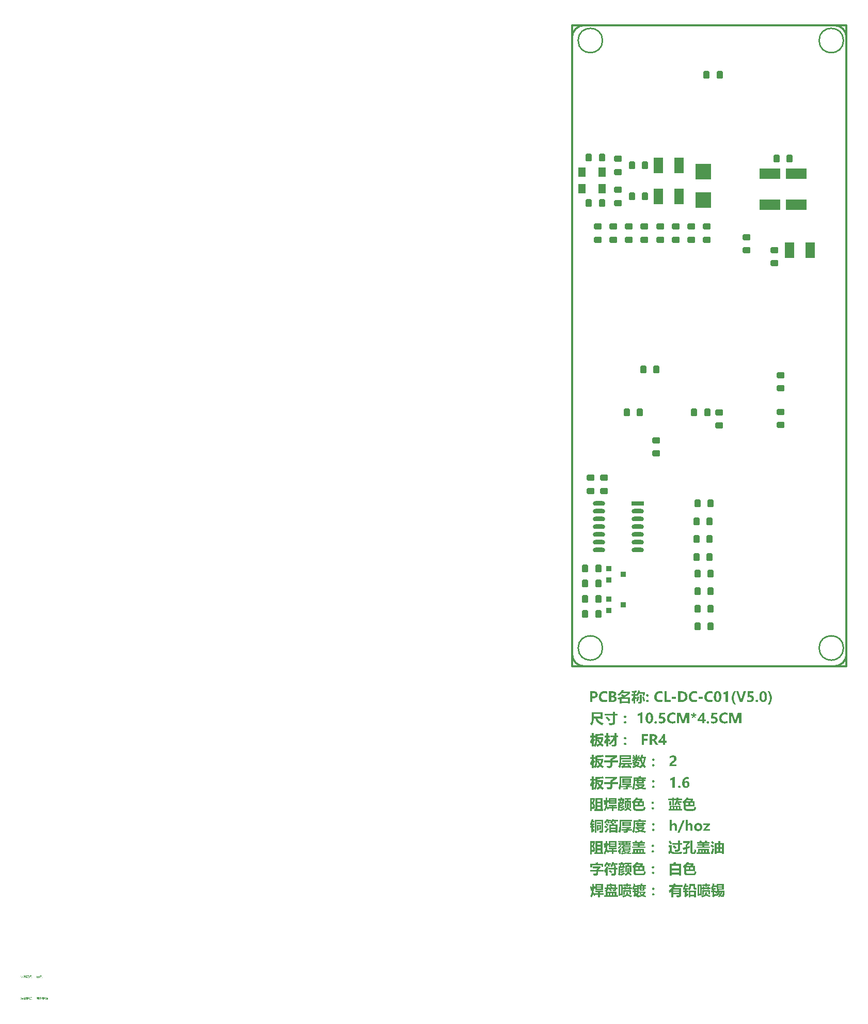
<source format=gbp>
%FSLAX24Y24*%
%MOIN*%
G70*
G01*
G75*
G04 Layer_Color=128*
%ADD10C,0.0300*%
%ADD11R,0.0500X0.0500*%
G04:AMPARAMS|DCode=12|XSize=40mil|YSize=50mil|CornerRadius=6mil|HoleSize=0mil|Usage=FLASHONLY|Rotation=270.000|XOffset=0mil|YOffset=0mil|HoleType=Round|Shape=RoundedRectangle|*
%AMROUNDEDRECTD12*
21,1,0.0400,0.0380,0,0,270.0*
21,1,0.0280,0.0500,0,0,270.0*
1,1,0.0120,-0.0190,-0.0140*
1,1,0.0120,-0.0190,0.0140*
1,1,0.0120,0.0190,0.0140*
1,1,0.0120,0.0190,-0.0140*
%
%ADD12ROUNDEDRECTD12*%
%ADD13R,0.0500X0.0500*%
%ADD14O,0.1000X0.0160*%
%ADD15O,0.0160X0.1000*%
G04:AMPARAMS|DCode=16|XSize=40mil|YSize=50mil|CornerRadius=6mil|HoleSize=0mil|Usage=FLASHONLY|Rotation=0.000|XOffset=0mil|YOffset=0mil|HoleType=Round|Shape=RoundedRectangle|*
%AMROUNDEDRECTD16*
21,1,0.0400,0.0380,0,0,0.0*
21,1,0.0280,0.0500,0,0,0.0*
1,1,0.0120,0.0140,-0.0190*
1,1,0.0120,-0.0140,-0.0190*
1,1,0.0120,-0.0140,0.0190*
1,1,0.0120,0.0140,0.0190*
%
%ADD16ROUNDEDRECTD16*%
%ADD17R,0.1000X0.0600*%
%ADD18O,0.0300X0.0800*%
%ADD19R,0.0300X0.0800*%
%ADD20O,0.0240X0.0800*%
%ADD21C,0.0200*%
%ADD22C,0.0100*%
%ADD23C,0.0150*%
%ADD24C,0.0250*%
%ADD25C,0.0118*%
%ADD26C,0.0591*%
%ADD27R,0.0591X0.0591*%
%ADD28C,0.0500*%
%ADD29C,0.0787*%
%ADD30C,0.0709*%
%ADD31O,0.0500X0.0591*%
%ADD32C,0.0400*%
%ADD33C,0.0550*%
%ADD34C,0.0240*%
%ADD35R,0.0600X0.1000*%
%ADD36R,0.1339X0.0700*%
%ADD37R,0.0800X0.0300*%
%ADD38O,0.0800X0.0300*%
%ADD39R,0.0374X0.0354*%
%ADD40R,0.0374X0.0354*%
%ADD41R,0.1000X0.1000*%
%ADD42R,0.0500X0.0600*%
%ADD43C,0.0080*%
%ADD44C,0.0060*%
%ADD45C,0.0236*%
%ADD46C,0.0098*%
%ADD47C,0.0079*%
%ADD48C,0.0120*%
%ADD49R,0.0366X0.1929*%
%ADD50R,0.0580X0.0580*%
G04:AMPARAMS|DCode=51|XSize=48mil|YSize=58mil|CornerRadius=10mil|HoleSize=0mil|Usage=FLASHONLY|Rotation=270.000|XOffset=0mil|YOffset=0mil|HoleType=Round|Shape=RoundedRectangle|*
%AMROUNDEDRECTD51*
21,1,0.0480,0.0380,0,0,270.0*
21,1,0.0280,0.0580,0,0,270.0*
1,1,0.0200,-0.0190,-0.0140*
1,1,0.0200,-0.0190,0.0140*
1,1,0.0200,0.0190,0.0140*
1,1,0.0200,0.0190,-0.0140*
%
%ADD51ROUNDEDRECTD51*%
%ADD52R,0.0580X0.0580*%
%ADD53O,0.1080X0.0240*%
%ADD54O,0.0240X0.1080*%
G04:AMPARAMS|DCode=55|XSize=48mil|YSize=58mil|CornerRadius=10mil|HoleSize=0mil|Usage=FLASHONLY|Rotation=0.000|XOffset=0mil|YOffset=0mil|HoleType=Round|Shape=RoundedRectangle|*
%AMROUNDEDRECTD55*
21,1,0.0480,0.0380,0,0,0.0*
21,1,0.0280,0.0580,0,0,0.0*
1,1,0.0200,0.0140,-0.0190*
1,1,0.0200,-0.0140,-0.0190*
1,1,0.0200,-0.0140,0.0190*
1,1,0.0200,0.0140,0.0190*
%
%ADD55ROUNDEDRECTD55*%
%ADD56R,0.1080X0.0680*%
%ADD57O,0.0380X0.0880*%
%ADD58R,0.0380X0.0880*%
%ADD59O,0.0320X0.0880*%
%ADD60C,0.0671*%
%ADD61R,0.0671X0.0671*%
%ADD62C,0.0580*%
%ADD63C,0.0867*%
%ADD64C,0.0789*%
%ADD65O,0.0580X0.0671*%
%ADD66C,0.0480*%
%ADD67C,0.0630*%
%ADD68R,0.0680X0.1080*%
%ADD69R,0.1419X0.0780*%
%ADD70R,0.0880X0.0380*%
%ADD71O,0.0880X0.0380*%
%ADD72R,0.0454X0.0434*%
%ADD73R,0.0454X0.0434*%
%ADD74R,0.1080X0.1080*%
%ADD75R,0.0580X0.0680*%
G36*
X5255Y-14276D02*
X5262Y-14277D01*
X5271Y-14280D01*
X5280Y-14283D01*
X5290Y-14289D01*
X5299Y-14297D01*
X5300Y-14298D01*
X5302Y-14300D01*
X5307Y-14305D01*
X5311Y-14311D01*
X5316Y-14319D01*
X5320Y-14328D01*
X5322Y-14338D01*
X5323Y-14349D01*
Y-14350D01*
Y-14355D01*
X5322Y-14360D01*
X5320Y-14367D01*
X5318Y-14376D01*
X5313Y-14385D01*
X5308Y-14393D01*
X5300Y-14402D01*
X5299Y-14403D01*
X5296Y-14406D01*
X5291Y-14409D01*
X5285Y-14412D01*
X5276Y-14417D01*
X5266Y-14420D01*
X5255Y-14422D01*
X5242Y-14423D01*
X5237D01*
X5230Y-14422D01*
X5222Y-14421D01*
X5213Y-14418D01*
X5203Y-14415D01*
X5193Y-14409D01*
X5185Y-14402D01*
X5183Y-14401D01*
X5181Y-14398D01*
X5177Y-14393D01*
X5173Y-14387D01*
X5169Y-14379D01*
X5165Y-14370D01*
X5162Y-14360D01*
X5161Y-14349D01*
Y-14348D01*
Y-14343D01*
X5162Y-14338D01*
X5165Y-14331D01*
X5167Y-14322D01*
X5171Y-14313D01*
X5177Y-14305D01*
X5185Y-14297D01*
X5186Y-14296D01*
X5189Y-14293D01*
X5195Y-14290D01*
X5201Y-14286D01*
X5209Y-14281D01*
X5219Y-14278D01*
X5230Y-14276D01*
X5242Y-14275D01*
X5248D01*
X5255Y-14276D01*
D02*
G37*
G36*
X3268Y-14269D02*
X3358D01*
Y-14205D01*
X3460D01*
Y-14269D01*
X3664D01*
Y-14205D01*
X3766D01*
Y-14269D01*
X3864D01*
Y-14367D01*
X3766D01*
Y-14413D01*
X3664D01*
Y-14367D01*
X3460D01*
Y-14413D01*
X3358D01*
Y-14367D01*
X3268D01*
Y-14753D01*
X3117D01*
Y-14802D01*
X3019D01*
Y-14083D01*
X3268D01*
Y-14269D01*
D02*
G37*
G36*
X8354D02*
X8444D01*
Y-14205D01*
X8546D01*
Y-14269D01*
X8750D01*
Y-14205D01*
X8852D01*
Y-14269D01*
X8950D01*
Y-14367D01*
X8852D01*
Y-14413D01*
X8750D01*
Y-14367D01*
X8546D01*
Y-14413D01*
X8444D01*
Y-14367D01*
X8354D01*
Y-14753D01*
X8203D01*
Y-14802D01*
X8105D01*
Y-14083D01*
X8354D01*
Y-14269D01*
D02*
G37*
G36*
X-34769Y-20065D02*
X-34768Y-20065D01*
X-34766Y-20066D01*
X-34765Y-20067D01*
X-34764Y-20067D01*
X-34764Y-20068D01*
X-34763Y-20068D01*
X-34762Y-20069D01*
X-34761Y-20071D01*
X-34761Y-20073D01*
X-34761Y-20074D01*
Y-20074D01*
Y-20075D01*
X-34761Y-20075D01*
X-34761Y-20076D01*
X-34762Y-20079D01*
X-34763Y-20080D01*
X-34764Y-20081D01*
X-34764D01*
X-34764Y-20081D01*
X-34765Y-20082D01*
X-34766Y-20082D01*
X-34768Y-20083D01*
X-34769Y-20083D01*
X-34771Y-20083D01*
X-34771D01*
X-34772Y-20083D01*
X-34773Y-20083D01*
X-34775Y-20082D01*
X-34776Y-20082D01*
X-34777Y-20081D01*
Y-20081D01*
X-34778Y-20080D01*
X-34778Y-20080D01*
X-34779Y-20079D01*
X-34780Y-20077D01*
X-34780Y-20076D01*
X-34780Y-20074D01*
Y-20074D01*
Y-20073D01*
X-34780Y-20073D01*
X-34780Y-20072D01*
X-34779Y-20070D01*
X-34778Y-20069D01*
X-34777Y-20067D01*
X-34777Y-20067D01*
X-34777Y-20067D01*
X-34776Y-20066D01*
X-34773Y-20065D01*
X-34772Y-20065D01*
X-34771Y-20065D01*
X-34770D01*
X-34769Y-20065D01*
D02*
G37*
G36*
X-35336Y-20030D02*
X-35336Y-20030D01*
X-35335Y-20031D01*
X-35334Y-20032D01*
X-35333Y-20033D01*
X-35332Y-20035D01*
X-35330Y-20037D01*
X-35328Y-20039D01*
X-35325Y-20043D01*
X-35321Y-20049D01*
X-35316Y-20054D01*
X-35312Y-20060D01*
X-35323Y-20068D01*
X-35323Y-20067D01*
X-35323Y-20067D01*
X-35324Y-20066D01*
X-35324Y-20065D01*
X-35326Y-20063D01*
X-35327Y-20062D01*
X-35328Y-20060D01*
X-35330Y-20057D01*
X-35333Y-20053D01*
X-35337Y-20047D01*
X-35342Y-20042D01*
X-35346Y-20036D01*
X-35336Y-20030D01*
X-35336Y-20030D01*
D02*
G37*
G36*
X-35143Y-20042D02*
X-35143Y-20042D01*
X-35144Y-20043D01*
X-35145Y-20043D01*
X-35147Y-20045D01*
X-35149Y-20046D01*
X-35152Y-20048D01*
X-35155Y-20049D01*
X-35158Y-20051D01*
X-35162Y-20054D01*
X-35166Y-20056D01*
X-35170Y-20058D01*
X-35175Y-20060D01*
X-35180Y-20062D01*
X-35185Y-20065D01*
X-35195Y-20069D01*
X-35195Y-20069D01*
X-35195Y-20068D01*
X-35196Y-20067D01*
X-35197Y-20066D01*
X-35198Y-20065D01*
X-35199Y-20063D01*
X-35201Y-20059D01*
X-35201Y-20058D01*
X-35200Y-20058D01*
X-35198Y-20057D01*
X-35196Y-20057D01*
X-35194Y-20056D01*
X-35191Y-20054D01*
X-35188Y-20053D01*
X-35184Y-20051D01*
X-35180Y-20050D01*
X-35176Y-20048D01*
X-35168Y-20043D01*
X-35159Y-20038D01*
X-35150Y-20033D01*
X-35143Y-20042D01*
D02*
G37*
G36*
X1392Y-14250D02*
X1393Y-14248D01*
X1397Y-14243D01*
X1403Y-14235D01*
X1409Y-14225D01*
X1418Y-14212D01*
X1427Y-14199D01*
X1444Y-14172D01*
X1497Y-14225D01*
Y-14050D01*
X1994D01*
Y-14428D01*
X1497D01*
Y-14269D01*
X1496Y-14270D01*
X1495Y-14271D01*
X1492Y-14275D01*
X1487Y-14279D01*
X1477Y-14290D01*
X1463Y-14305D01*
X1446Y-14321D01*
X1428Y-14340D01*
X1410Y-14360D01*
X1392Y-14380D01*
Y-14381D01*
Y-14385D01*
Y-14389D01*
Y-14397D01*
Y-14405D01*
Y-14415D01*
Y-14426D01*
X1390Y-14438D01*
X1389Y-14466D01*
X1387Y-14497D01*
X1385Y-14528D01*
X1380Y-14560D01*
X1383Y-14562D01*
X1387Y-14569D01*
X1396Y-14579D01*
X1407Y-14591D01*
X1419Y-14607D01*
X1435Y-14625D01*
X1450Y-14645D01*
X1467Y-14665D01*
Y-14632D01*
X1683D01*
Y-14570D01*
X1505D01*
Y-14470D01*
X1992D01*
Y-14570D01*
X1805D01*
Y-14632D01*
X2040D01*
Y-14731D01*
X1805D01*
Y-14889D01*
X1683D01*
Y-14731D01*
X1512D01*
X1430Y-14803D01*
Y-14802D01*
X1428Y-14801D01*
X1427Y-14798D01*
X1424Y-14793D01*
X1416Y-14781D01*
X1406Y-14766D01*
X1395Y-14748D01*
X1382Y-14728D01*
X1368Y-14707D01*
X1354Y-14686D01*
Y-14687D01*
X1352Y-14691D01*
X1350Y-14697D01*
X1347Y-14706D01*
X1344Y-14716D01*
X1338Y-14728D01*
X1334Y-14741D01*
X1327Y-14756D01*
X1313Y-14788D01*
X1294Y-14823D01*
X1274Y-14860D01*
X1249Y-14896D01*
Y-14894D01*
X1247Y-14893D01*
X1242Y-14887D01*
X1234Y-14878D01*
X1223Y-14866D01*
X1210Y-14852D01*
X1196Y-14838D01*
X1183Y-14823D01*
X1168Y-14809D01*
X1169Y-14808D01*
X1173Y-14803D01*
X1177Y-14797D01*
X1184Y-14788D01*
X1192Y-14776D01*
X1200Y-14761D01*
X1210Y-14743D01*
X1220Y-14723D01*
X1230Y-14700D01*
X1242Y-14675D01*
X1252Y-14647D01*
X1260Y-14615D01*
X1269Y-14581D01*
X1277Y-14543D01*
X1283Y-14503D01*
X1287Y-14461D01*
X1212Y-14475D01*
Y-14472D01*
X1210Y-14467D01*
X1209Y-14458D01*
X1207Y-14446D01*
X1205Y-14431D01*
X1203Y-14415D01*
X1199Y-14396D01*
X1196Y-14375D01*
X1193Y-14353D01*
X1189Y-14331D01*
X1182Y-14285D01*
X1174Y-14239D01*
X1169Y-14218D01*
X1166Y-14198D01*
X1247Y-14183D01*
Y-14185D01*
X1248Y-14188D01*
Y-14193D01*
X1250Y-14201D01*
X1252Y-14211D01*
X1254Y-14222D01*
X1256Y-14237D01*
X1258Y-14253D01*
X1260Y-14271D01*
X1264Y-14291D01*
X1267Y-14313D01*
X1272Y-14338D01*
X1275Y-14363D01*
X1279Y-14391D01*
X1284Y-14421D01*
X1288Y-14453D01*
Y-14452D01*
Y-14450D01*
X1289Y-14446D01*
Y-14440D01*
Y-14432D01*
X1290Y-14423D01*
Y-14413D01*
X1292Y-14402D01*
Y-14378D01*
X1293Y-14348D01*
Y-14317D01*
X1292Y-14282D01*
Y-14027D01*
X1395D01*
X1392Y-14250D01*
D02*
G37*
G36*
X-34309Y-19932D02*
X-34309Y-19933D01*
X-34310Y-19934D01*
X-34311Y-19936D01*
X-34312Y-19938D01*
X-34314Y-19941D01*
X-34316Y-19943D01*
X-34318Y-19946D01*
X-34321Y-19948D01*
X-34249D01*
Y-19960D01*
X-34272Y-19983D01*
X-34225D01*
Y-20040D01*
X-34346D01*
Y-20070D01*
Y-20070D01*
Y-20071D01*
Y-20071D01*
X-34345Y-20072D01*
X-34345Y-20075D01*
X-34344Y-20078D01*
X-34343Y-20079D01*
X-34342Y-20080D01*
X-34340Y-20082D01*
X-34339Y-20083D01*
X-34337Y-20084D01*
X-34335Y-20084D01*
X-34332Y-20085D01*
X-34241D01*
X-34240Y-20084D01*
X-34238Y-20084D01*
X-34234Y-20083D01*
X-34230Y-20082D01*
X-34228Y-20081D01*
X-34226Y-20080D01*
X-34225Y-20078D01*
X-34224Y-20076D01*
X-34223Y-20074D01*
X-34222Y-20072D01*
Y-20071D01*
Y-20071D01*
X-34222Y-20070D01*
X-34221Y-20068D01*
X-34221Y-20066D01*
X-34220Y-20062D01*
X-34220Y-20059D01*
X-34219Y-20055D01*
X-34218Y-20051D01*
X-34218D01*
X-34217Y-20051D01*
X-34216Y-20052D01*
X-34214Y-20052D01*
X-34212Y-20053D01*
X-34210Y-20054D01*
X-34206Y-20055D01*
Y-20055D01*
Y-20055D01*
X-34206Y-20056D01*
Y-20057D01*
X-34206Y-20060D01*
X-34207Y-20063D01*
X-34207Y-20066D01*
X-34208Y-20070D01*
X-34209Y-20073D01*
X-34209Y-20076D01*
Y-20077D01*
X-34209Y-20077D01*
X-34210Y-20078D01*
X-34210Y-20080D01*
X-34211Y-20081D01*
X-34212Y-20083D01*
X-34213Y-20085D01*
X-34215Y-20087D01*
X-34217Y-20089D01*
X-34219Y-20091D01*
X-34222Y-20093D01*
X-34225Y-20095D01*
X-34229Y-20096D01*
X-34233Y-20097D01*
X-34237Y-20097D01*
X-34242Y-20098D01*
X-34334D01*
X-34335Y-20097D01*
X-34337Y-20097D01*
X-34339Y-20097D01*
X-34341Y-20096D01*
X-34344Y-20095D01*
X-34346Y-20095D01*
X-34349Y-20093D01*
X-34351Y-20091D01*
X-34353Y-20089D01*
X-34355Y-20087D01*
X-34357Y-20084D01*
X-34358Y-20081D01*
X-34359Y-20077D01*
X-34359Y-20072D01*
Y-19987D01*
X-34359Y-19988D01*
X-34359Y-19989D01*
X-34360Y-19989D01*
X-34361Y-19990D01*
X-34362Y-19992D01*
X-34364Y-19993D01*
X-34366Y-19995D01*
X-34366Y-19995D01*
X-34367Y-19996D01*
X-34369Y-19997D01*
X-34370Y-19998D01*
X-34371Y-19998D01*
X-34371Y-19997D01*
X-34372Y-19996D01*
X-34373Y-19995D01*
X-34374Y-19994D01*
X-34375Y-19992D01*
X-34378Y-19988D01*
X-34378D01*
X-34378Y-19988D01*
X-34377Y-19987D01*
X-34375Y-19986D01*
X-34372Y-19984D01*
X-34369Y-19981D01*
X-34366Y-19978D01*
X-34362Y-19974D01*
X-34357Y-19970D01*
X-34353Y-19966D01*
X-34348Y-19962D01*
X-34343Y-19957D01*
X-34338Y-19951D01*
X-34334Y-19946D01*
X-34329Y-19940D01*
X-34325Y-19935D01*
X-34321Y-19929D01*
X-34309Y-19932D01*
D02*
G37*
G36*
X-34972D02*
X-34972Y-19933D01*
X-34972Y-19934D01*
X-34974Y-19936D01*
X-34975Y-19938D01*
X-34977Y-19941D01*
X-34979Y-19943D01*
X-34981Y-19946D01*
X-34983Y-19948D01*
X-34912D01*
Y-19960D01*
X-34935Y-19983D01*
X-34888D01*
Y-20040D01*
X-35008D01*
Y-20070D01*
Y-20070D01*
Y-20071D01*
Y-20071D01*
X-35008Y-20072D01*
X-35008Y-20075D01*
X-35007Y-20078D01*
X-35006Y-20079D01*
X-35005Y-20080D01*
X-35003Y-20082D01*
X-35002Y-20083D01*
X-35000Y-20084D01*
X-34997Y-20084D01*
X-34994Y-20085D01*
X-34904D01*
X-34902Y-20084D01*
X-34901Y-20084D01*
X-34897Y-20083D01*
X-34893Y-20082D01*
X-34891Y-20081D01*
X-34889Y-20080D01*
X-34888Y-20078D01*
X-34886Y-20076D01*
X-34885Y-20074D01*
X-34885Y-20072D01*
Y-20071D01*
Y-20071D01*
X-34884Y-20070D01*
X-34884Y-20068D01*
X-34883Y-20066D01*
X-34883Y-20062D01*
X-34882Y-20059D01*
X-34882Y-20055D01*
X-34881Y-20051D01*
X-34881D01*
X-34880Y-20051D01*
X-34878Y-20052D01*
X-34877Y-20052D01*
X-34875Y-20053D01*
X-34873Y-20054D01*
X-34868Y-20055D01*
Y-20055D01*
Y-20055D01*
X-34869Y-20056D01*
Y-20057D01*
X-34869Y-20060D01*
X-34870Y-20063D01*
X-34870Y-20066D01*
X-34871Y-20070D01*
X-34871Y-20073D01*
X-34872Y-20076D01*
Y-20077D01*
X-34872Y-20077D01*
X-34873Y-20078D01*
X-34873Y-20080D01*
X-34874Y-20081D01*
X-34875Y-20083D01*
X-34876Y-20085D01*
X-34878Y-20087D01*
X-34880Y-20089D01*
X-34882Y-20091D01*
X-34885Y-20093D01*
X-34888Y-20095D01*
X-34891Y-20096D01*
X-34895Y-20097D01*
X-34900Y-20097D01*
X-34905Y-20098D01*
X-34996D01*
X-34998Y-20097D01*
X-34999Y-20097D01*
X-35001Y-20097D01*
X-35004Y-20096D01*
X-35006Y-20095D01*
X-35009Y-20095D01*
X-35011Y-20093D01*
X-35014Y-20091D01*
X-35016Y-20089D01*
X-35018Y-20087D01*
X-35020Y-20084D01*
X-35021Y-20081D01*
X-35021Y-20077D01*
X-35022Y-20072D01*
Y-19987D01*
X-35022Y-19988D01*
X-35022Y-19989D01*
X-35023Y-19989D01*
X-35023Y-19990D01*
X-35025Y-19992D01*
X-35027Y-19993D01*
X-35029Y-19995D01*
X-35029Y-19995D01*
X-35030Y-19996D01*
X-35031Y-19997D01*
X-35033Y-19998D01*
X-35033Y-19998D01*
X-35034Y-19997D01*
X-35034Y-19996D01*
X-35035Y-19995D01*
X-35037Y-19994D01*
X-35038Y-19992D01*
X-35041Y-19988D01*
X-35041D01*
X-35041Y-19988D01*
X-35039Y-19987D01*
X-35038Y-19986D01*
X-35035Y-19984D01*
X-35032Y-19981D01*
X-35028Y-19978D01*
X-35024Y-19974D01*
X-35020Y-19970D01*
X-35015Y-19966D01*
X-35011Y-19962D01*
X-35006Y-19957D01*
X-35001Y-19951D01*
X-34996Y-19946D01*
X-34992Y-19940D01*
X-34988Y-19935D01*
X-34984Y-19929D01*
X-34972Y-19932D01*
D02*
G37*
G36*
X-35091Y-20026D02*
Y-20026D01*
Y-20026D01*
Y-20027D01*
Y-20028D01*
Y-20030D01*
X-35091Y-20031D01*
X-35091Y-20035D01*
X-35092Y-20040D01*
X-35092Y-20044D01*
X-35093Y-20049D01*
X-35094Y-20053D01*
X-35094Y-20053D01*
X-35093Y-20054D01*
X-35092Y-20055D01*
X-35091Y-20056D01*
X-35089Y-20058D01*
X-35087Y-20060D01*
X-35084Y-20062D01*
X-35082Y-20064D01*
X-35079Y-20067D01*
X-35076Y-20070D01*
X-35072Y-20074D01*
X-35068Y-20077D01*
X-35061Y-20084D01*
X-35052Y-20093D01*
X-35062Y-20101D01*
X-35062Y-20101D01*
X-35062Y-20101D01*
X-35064Y-20100D01*
X-35065Y-20098D01*
X-35067Y-20096D01*
X-35069Y-20094D01*
X-35071Y-20091D01*
X-35074Y-20089D01*
X-35080Y-20083D01*
X-35086Y-20077D01*
X-35092Y-20070D01*
X-35098Y-20064D01*
Y-20064D01*
X-35099Y-20064D01*
X-35099Y-20066D01*
X-35100Y-20067D01*
X-35101Y-20069D01*
X-35103Y-20071D01*
X-35104Y-20073D01*
X-35106Y-20076D01*
X-35109Y-20079D01*
X-35112Y-20082D01*
X-35115Y-20085D01*
X-35119Y-20089D01*
X-35123Y-20093D01*
X-35128Y-20096D01*
X-35133Y-20100D01*
X-35139Y-20104D01*
X-35139Y-20104D01*
X-35139Y-20103D01*
X-35140Y-20102D01*
X-35141Y-20101D01*
X-35142Y-20100D01*
X-35144Y-20098D01*
X-35145Y-20096D01*
X-35147Y-20094D01*
X-35147D01*
X-35147Y-20093D01*
X-35146Y-20093D01*
X-35145Y-20093D01*
X-35143Y-20091D01*
X-35140Y-20089D01*
X-35137Y-20087D01*
X-35133Y-20084D01*
X-35129Y-20081D01*
X-35125Y-20077D01*
X-35121Y-20073D01*
X-35117Y-20068D01*
X-35113Y-20063D01*
X-35110Y-20057D01*
X-35107Y-20051D01*
X-35105Y-20045D01*
X-35105Y-20041D01*
X-35104Y-20038D01*
X-35104Y-20034D01*
X-35103Y-20030D01*
Y-20030D01*
Y-20029D01*
Y-20028D01*
X-35104Y-20026D01*
Y-19995D01*
X-35091D01*
Y-20026D01*
D02*
G37*
G36*
X-35267Y-20010D02*
X-35237D01*
Y-20022D01*
X-35267D01*
Y-20079D01*
Y-20079D01*
Y-20079D01*
Y-20081D01*
X-35268Y-20082D01*
X-35268Y-20084D01*
X-35268Y-20086D01*
X-35269Y-20088D01*
X-35270Y-20090D01*
X-35272Y-20092D01*
X-35273Y-20094D01*
X-35275Y-20096D01*
X-35278Y-20098D01*
X-35280Y-20099D01*
X-35284Y-20100D01*
X-35288Y-20101D01*
X-35292Y-20101D01*
X-35295D01*
X-35297Y-20101D01*
X-35307D01*
X-35308Y-20102D01*
X-35313D01*
Y-20101D01*
X-35313Y-20101D01*
X-35313Y-20100D01*
X-35313Y-20098D01*
X-35314Y-20096D01*
X-35314Y-20093D01*
X-35315Y-20091D01*
X-35315Y-20088D01*
X-35314D01*
X-35311Y-20088D01*
X-35309D01*
X-35306Y-20088D01*
X-35302D01*
X-35295Y-20089D01*
X-35294D01*
X-35293Y-20088D01*
X-35291Y-20088D01*
X-35288Y-20087D01*
X-35285Y-20086D01*
X-35283Y-20084D01*
X-35282Y-20083D01*
X-35281Y-20081D01*
X-35281Y-20079D01*
Y-20077D01*
Y-20022D01*
X-35358D01*
Y-20010D01*
X-35281D01*
Y-19989D01*
X-35267D01*
Y-20010D01*
D02*
G37*
G36*
X2577Y-14018D02*
X2556Y-14069D01*
X2846D01*
Y-14268D01*
X2948D01*
Y-14367D01*
X2846D01*
Y-14402D01*
Y-14403D01*
Y-14407D01*
X2845Y-14412D01*
Y-14419D01*
X2843Y-14427D01*
X2840Y-14436D01*
X2837Y-14446D01*
X2833Y-14455D01*
X2827Y-14465D01*
X2820Y-14475D01*
X2813Y-14483D01*
X2803Y-14491D01*
X2790Y-14498D01*
X2777Y-14503D01*
X2760Y-14507D01*
X2743Y-14508D01*
X2705D01*
X2687Y-14507D01*
X2649D01*
X2630Y-14506D01*
Y-14505D01*
Y-14503D01*
X2629Y-14500D01*
Y-14496D01*
X2628Y-14485D01*
X2626Y-14471D01*
X2624Y-14456D01*
X2621Y-14439D01*
X2619Y-14421D01*
X2617Y-14406D01*
X2619D01*
X2627Y-14407D01*
X2637Y-14408D01*
X2648D01*
X2660Y-14409D01*
X2671Y-14410D01*
X2680Y-14411D01*
X2688D01*
X2693Y-14410D01*
X2700Y-14409D01*
X2708Y-14407D01*
X2716Y-14402D01*
X2724Y-14396D01*
X2728Y-14386D01*
X2730Y-14373D01*
Y-14367D01*
X2471D01*
X2473Y-14368D01*
X2476Y-14370D01*
X2480Y-14372D01*
X2491Y-14380D01*
X2507Y-14388D01*
X2524Y-14399D01*
X2541Y-14410D01*
X2579Y-14433D01*
X2529Y-14508D01*
X2528Y-14507D01*
X2526Y-14506D01*
X2523Y-14503D01*
X2518Y-14500D01*
X2511Y-14496D01*
X2505Y-14491D01*
X2487Y-14479D01*
X2465Y-14465D01*
X2440Y-14449D01*
X2414Y-14431D01*
X2385Y-14413D01*
X2416Y-14367D01*
X2328D01*
Y-14368D01*
X2327Y-14371D01*
X2326Y-14376D01*
X2324Y-14382D01*
X2320Y-14391D01*
X2317Y-14401D01*
X2313Y-14411D01*
X2307Y-14423D01*
X2295Y-14449D01*
X2278Y-14476D01*
X2259Y-14503D01*
X2236Y-14529D01*
X2863D01*
Y-14763D01*
X2956D01*
Y-14862D01*
X2078D01*
Y-14763D01*
X2177D01*
Y-14529D01*
X2180D01*
X2179Y-14528D01*
X2175Y-14523D01*
X2169Y-14517D01*
X2162Y-14509D01*
X2151Y-14499D01*
X2140Y-14489D01*
X2115Y-14468D01*
X2116D01*
X2117Y-14466D01*
X2120Y-14463D01*
X2125Y-14460D01*
X2136Y-14452D01*
X2149Y-14440D01*
X2164Y-14426D01*
X2178Y-14408D01*
X2191Y-14389D01*
X2204Y-14367D01*
X2093D01*
Y-14268D01*
X2227D01*
Y-14267D01*
Y-14266D01*
Y-14262D01*
Y-14259D01*
Y-14253D01*
Y-14247D01*
Y-14238D01*
Y-14227D01*
Y-14213D01*
Y-14197D01*
Y-14178D01*
Y-14157D01*
Y-14131D01*
Y-14101D01*
Y-14069D01*
X2423D01*
Y-14068D01*
X2425Y-14062D01*
X2426Y-14056D01*
X2428Y-14048D01*
X2433Y-14029D01*
X2435Y-14019D01*
X2437Y-14010D01*
X2577Y-14018D01*
D02*
G37*
G36*
X-35456Y-20002D02*
X-35499Y-20028D01*
Y-20035D01*
X-35421D01*
Y-20047D01*
X-35499D01*
Y-20078D01*
Y-20078D01*
Y-20079D01*
Y-20080D01*
X-35500Y-20081D01*
X-35500Y-20083D01*
X-35500Y-20085D01*
X-35501Y-20087D01*
X-35502Y-20089D01*
X-35503Y-20091D01*
X-35505Y-20093D01*
X-35507Y-20095D01*
X-35509Y-20097D01*
X-35512Y-20098D01*
X-35515Y-20100D01*
X-35518Y-20100D01*
X-35523Y-20101D01*
X-35527D01*
X-35528Y-20101D01*
X-35536D01*
X-35540Y-20101D01*
X-35547D01*
Y-20101D01*
Y-20100D01*
X-35548Y-20099D01*
X-35548Y-20097D01*
X-35548Y-20095D01*
X-35548Y-20093D01*
X-35549Y-20090D01*
X-35549Y-20088D01*
X-35547D01*
X-35546Y-20088D01*
X-35542D01*
X-35539Y-20088D01*
X-35526D01*
X-35524Y-20088D01*
X-35522Y-20088D01*
X-35520Y-20087D01*
X-35518Y-20087D01*
X-35517Y-20086D01*
X-35515Y-20085D01*
X-35515Y-20085D01*
X-35515Y-20085D01*
X-35515Y-20084D01*
X-35514Y-20083D01*
X-35514Y-20082D01*
X-35513Y-20080D01*
X-35513Y-20078D01*
Y-20076D01*
Y-20047D01*
X-35595D01*
Y-20035D01*
X-35513D01*
Y-20022D01*
X-35473Y-20001D01*
X-35563D01*
Y-19989D01*
X-35456D01*
Y-20002D01*
D02*
G37*
G36*
X7946Y-14248D02*
Y-14249D01*
Y-14251D01*
Y-14255D01*
X7948Y-14259D01*
X7950Y-14269D01*
X7955Y-14278D01*
X7958Y-14279D01*
X7963Y-14283D01*
X7972Y-14287D01*
X7984Y-14289D01*
X8021D01*
X8035Y-14288D01*
X8052D01*
Y-14290D01*
X8050Y-14297D01*
X8048Y-14307D01*
X8044Y-14320D01*
X8041Y-14336D01*
X8038Y-14355D01*
X8033Y-14375D01*
X8030Y-14396D01*
X7919D01*
X7914Y-14395D01*
X7908D01*
X7901Y-14392D01*
X7893Y-14390D01*
X7884Y-14387D01*
X7875Y-14383D01*
X7865Y-14378D01*
X7858Y-14371D01*
X7849Y-14362D01*
X7842Y-14353D01*
X7835Y-14341D01*
X7831Y-14328D01*
X7828Y-14312D01*
X7826Y-14295D01*
Y-14153D01*
X7688D01*
Y-14155D01*
Y-14158D01*
Y-14162D01*
Y-14169D01*
X7686Y-14177D01*
Y-14186D01*
X7685Y-14197D01*
X7684Y-14208D01*
X7681Y-14232D01*
X7675Y-14259D01*
X7669Y-14287D01*
X7660Y-14312D01*
Y-14313D01*
X7659Y-14316D01*
X7656Y-14319D01*
X7654Y-14323D01*
X7652Y-14329D01*
X7648Y-14336D01*
X7639Y-14352D01*
X7625Y-14371D01*
X7610Y-14392D01*
X7591Y-14415D01*
X7568Y-14437D01*
X7565Y-14435D01*
X7561Y-14429D01*
X7552Y-14420D01*
X7541Y-14408D01*
X7527Y-14395D01*
X7511Y-14379D01*
X7493Y-14362D01*
X7474Y-14346D01*
X7477Y-14343D01*
X7482Y-14339D01*
X7490Y-14331D01*
X7501Y-14321D01*
X7512Y-14309D01*
X7523Y-14295D01*
X7534Y-14279D01*
X7544Y-14262D01*
X7545Y-14260D01*
X7548Y-14253D01*
X7552Y-14243D01*
X7557Y-14228D01*
X7561Y-14209D01*
X7565Y-14187D01*
X7568Y-14159D01*
X7569Y-14128D01*
Y-14046D01*
X7946D01*
Y-14248D01*
D02*
G37*
G36*
X-35052Y-19952D02*
X-35092D01*
X-35098Y-19976D01*
X-35059D01*
Y-20060D01*
X-35072D01*
Y-19987D01*
X-35122D01*
Y-20061D01*
X-35135D01*
Y-19976D01*
X-35111D01*
X-35105Y-19952D01*
X-35138D01*
Y-19940D01*
X-35052D01*
Y-19952D01*
D02*
G37*
G36*
X7392Y-14038D02*
X7391Y-14040D01*
X7390Y-14046D01*
X7388Y-14055D01*
X7383Y-14066D01*
X7380Y-14079D01*
X7374Y-14093D01*
X7364Y-14125D01*
X7494D01*
Y-14223D01*
X7324D01*
X7323Y-14225D01*
X7322Y-14229D01*
X7319Y-14236D01*
X7315Y-14245D01*
X7311Y-14255D01*
X7305Y-14266D01*
X7294Y-14289D01*
X7468D01*
Y-14389D01*
X7388D01*
Y-14479D01*
X7488D01*
Y-14579D01*
X7388D01*
Y-14711D01*
X7389D01*
X7390Y-14710D01*
X7397Y-14707D01*
X7405Y-14701D01*
X7419Y-14695D01*
X7434Y-14687D01*
X7451Y-14677D01*
X7470Y-14667D01*
X7489Y-14656D01*
Y-14657D01*
Y-14658D01*
Y-14661D01*
X7490Y-14666D01*
Y-14678D01*
X7491Y-14693D01*
X7493Y-14711D01*
X7495Y-14731D01*
X7500Y-14772D01*
X7498Y-14773D01*
X7493Y-14777D01*
X7484Y-14781D01*
X7473Y-14787D01*
X7461Y-14794D01*
X7445Y-14803D01*
X7430Y-14812D01*
X7413Y-14822D01*
X7380Y-14842D01*
X7364Y-14853D01*
X7349Y-14862D01*
X7335Y-14872D01*
X7324Y-14880D01*
X7315Y-14888D01*
X7309Y-14893D01*
X7240Y-14806D01*
X7241Y-14805D01*
X7244Y-14800D01*
X7249Y-14794D01*
X7254Y-14786D01*
X7259Y-14773D01*
X7263Y-14760D01*
X7267Y-14745D01*
X7268Y-14726D01*
Y-14579D01*
X7163D01*
Y-14479D01*
X7268D01*
Y-14389D01*
X7235D01*
X7234Y-14390D01*
X7232Y-14393D01*
X7229Y-14399D01*
X7223Y-14407D01*
X7218Y-14416D01*
X7211Y-14425D01*
X7195Y-14445D01*
Y-14443D01*
X7194Y-14441D01*
X7193Y-14438D01*
X7192Y-14432D01*
X7191Y-14426D01*
X7189Y-14418D01*
X7184Y-14400D01*
X7178Y-14379D01*
X7172Y-14355D01*
X7164Y-14329D01*
X7157Y-14302D01*
X7158Y-14301D01*
X7160Y-14297D01*
X7164Y-14290D01*
X7170Y-14280D01*
X7177Y-14269D01*
X7183Y-14255D01*
X7192Y-14238D01*
X7201Y-14220D01*
X7210Y-14200D01*
X7220Y-14178D01*
X7230Y-14155D01*
X7240Y-14129D01*
X7249Y-14102D01*
X7258Y-14075D01*
X7267Y-14045D01*
X7274Y-14015D01*
X7392Y-14038D01*
D02*
G37*
G36*
X8706Y-14558D02*
Y-14560D01*
Y-14565D01*
Y-14569D01*
X8705Y-14576D01*
Y-14583D01*
X8704Y-14601D01*
X8702Y-14622D01*
X8700Y-14643D01*
X8695Y-14666D01*
X8691Y-14687D01*
X8692Y-14688D01*
X8696Y-14689D01*
X8704Y-14692D01*
X8713Y-14697D01*
X8725Y-14702D01*
X8740Y-14708D01*
X8755Y-14716D01*
X8773Y-14723D01*
X8792Y-14732D01*
X8813Y-14741D01*
X8834Y-14751D01*
X8856Y-14761D01*
X8904Y-14783D01*
X8952Y-14806D01*
X8885Y-14893D01*
X8884Y-14892D01*
X8880Y-14890D01*
X8873Y-14887D01*
X8864Y-14882D01*
X8853Y-14876D01*
X8840Y-14869D01*
X8825Y-14861D01*
X8809Y-14852D01*
X8791Y-14843D01*
X8773Y-14835D01*
X8733Y-14813D01*
X8692Y-14792D01*
X8650Y-14772D01*
X8649Y-14773D01*
X8646Y-14776D01*
X8642Y-14781D01*
X8635Y-14787D01*
X8628Y-14793D01*
X8618Y-14802D01*
X8604Y-14811D01*
X8590Y-14821D01*
X8572Y-14831D01*
X8553Y-14841D01*
X8531Y-14852D01*
X8506Y-14862D01*
X8479Y-14872D01*
X8448Y-14881D01*
X8415Y-14889D01*
X8379Y-14897D01*
Y-14896D01*
X8378Y-14894D01*
X8376Y-14891D01*
X8375Y-14887D01*
X8371Y-14876D01*
X8365Y-14862D01*
X8358Y-14846D01*
X8350Y-14828D01*
X8331Y-14792D01*
X8333D01*
X8338Y-14791D01*
X8346Y-14790D01*
X8358Y-14789D01*
X8371Y-14787D01*
X8385Y-14783D01*
X8402Y-14780D01*
X8419Y-14777D01*
X8455Y-14768D01*
X8491Y-14756D01*
X8508Y-14749D01*
X8522Y-14741D01*
X8535Y-14733D01*
X8546Y-14725D01*
X8548Y-14723D01*
X8549Y-14722D01*
X8551Y-14719D01*
X8554Y-14715D01*
X8559Y-14709D01*
X8563Y-14702D01*
X8568Y-14695D01*
X8573Y-14686D01*
X8578Y-14675D01*
X8582Y-14662D01*
X8586Y-14648D01*
X8591Y-14633D01*
X8594Y-14617D01*
X8596Y-14598D01*
X8599Y-14578D01*
Y-14557D01*
X8706D01*
Y-14558D01*
D02*
G37*
G36*
X7995Y-14886D02*
X7876D01*
Y-14837D01*
X7649D01*
Y-14889D01*
X7530D01*
Y-14453D01*
X7995D01*
Y-14886D01*
D02*
G37*
G36*
X3620Y-14558D02*
Y-14560D01*
Y-14565D01*
Y-14569D01*
X3619Y-14576D01*
Y-14583D01*
X3618Y-14601D01*
X3616Y-14622D01*
X3614Y-14643D01*
X3609Y-14666D01*
X3605Y-14687D01*
X3606Y-14688D01*
X3610Y-14689D01*
X3618Y-14692D01*
X3627Y-14697D01*
X3639Y-14702D01*
X3654Y-14708D01*
X3669Y-14716D01*
X3687Y-14723D01*
X3706Y-14732D01*
X3727Y-14741D01*
X3748Y-14751D01*
X3770Y-14761D01*
X3818Y-14783D01*
X3866Y-14806D01*
X3799Y-14893D01*
X3798Y-14892D01*
X3794Y-14890D01*
X3787Y-14887D01*
X3778Y-14882D01*
X3767Y-14876D01*
X3754Y-14869D01*
X3739Y-14861D01*
X3722Y-14852D01*
X3705Y-14843D01*
X3687Y-14835D01*
X3647Y-14813D01*
X3606Y-14792D01*
X3564Y-14772D01*
X3562Y-14773D01*
X3560Y-14776D01*
X3556Y-14781D01*
X3549Y-14787D01*
X3541Y-14793D01*
X3531Y-14802D01*
X3518Y-14811D01*
X3504Y-14821D01*
X3486Y-14831D01*
X3467Y-14841D01*
X3445Y-14852D01*
X3420Y-14862D01*
X3392Y-14872D01*
X3361Y-14881D01*
X3329Y-14889D01*
X3292Y-14897D01*
Y-14896D01*
X3291Y-14894D01*
X3290Y-14891D01*
X3289Y-14887D01*
X3285Y-14876D01*
X3279Y-14862D01*
X3271Y-14846D01*
X3264Y-14828D01*
X3245Y-14792D01*
X3247D01*
X3251Y-14791D01*
X3260Y-14790D01*
X3271Y-14789D01*
X3285Y-14787D01*
X3299Y-14783D01*
X3316Y-14780D01*
X3332Y-14777D01*
X3369Y-14768D01*
X3405Y-14756D01*
X3421Y-14749D01*
X3436Y-14741D01*
X3449Y-14733D01*
X3460Y-14725D01*
X3461Y-14723D01*
X3462Y-14722D01*
X3465Y-14719D01*
X3468Y-14715D01*
X3472Y-14709D01*
X3477Y-14702D01*
X3481Y-14695D01*
X3487Y-14686D01*
X3491Y-14675D01*
X3496Y-14662D01*
X3500Y-14648D01*
X3505Y-14633D01*
X3508Y-14617D01*
X3510Y-14598D01*
X3512Y-14578D01*
Y-14557D01*
X3620D01*
Y-14558D01*
D02*
G37*
G36*
X2326Y-12623D02*
X2324Y-12627D01*
X2323Y-12634D01*
X2319Y-12642D01*
X2316Y-12652D01*
X2311Y-12663D01*
X2303Y-12686D01*
X2516D01*
Y-12796D01*
X2383D01*
X2384Y-12799D01*
X2388Y-12803D01*
X2396Y-12811D01*
X2405Y-12821D01*
X2415Y-12833D01*
X2426Y-12847D01*
X2438Y-12862D01*
X2450Y-12877D01*
X2370Y-12936D01*
Y-12935D01*
X2368Y-12934D01*
X2366Y-12931D01*
X2364Y-12927D01*
X2355Y-12916D01*
X2345Y-12902D01*
X2331Y-12885D01*
X2317Y-12866D01*
X2301Y-12846D01*
X2285Y-12825D01*
X2325Y-12796D01*
X2246D01*
Y-12797D01*
X2244Y-12800D01*
X2241Y-12804D01*
X2237Y-12810D01*
X2233Y-12816D01*
X2227Y-12825D01*
X2213Y-12844D01*
X2196Y-12867D01*
X2175Y-12892D01*
X2153Y-12919D01*
X2127Y-12945D01*
X2126Y-12943D01*
X2123Y-12937D01*
X2118Y-12927D01*
X2110Y-12915D01*
X2103Y-12900D01*
X2092Y-12882D01*
X2080Y-12863D01*
X2067Y-12841D01*
X2068Y-12840D01*
X2071Y-12836D01*
X2076Y-12831D01*
X2083Y-12823D01*
X2090Y-12813D01*
X2099Y-12802D01*
X2109Y-12789D01*
X2119Y-12774D01*
X2130Y-12759D01*
X2141Y-12742D01*
X2165Y-12704D01*
X2186Y-12664D01*
X2195Y-12643D01*
X2204Y-12622D01*
X2326D01*
Y-12623D01*
D02*
G37*
G36*
X-35285Y-19931D02*
Y-19931D01*
X-35286Y-19932D01*
X-35286Y-19933D01*
X-35287Y-19935D01*
X-35288Y-19938D01*
X-35289Y-19940D01*
X-35290Y-19943D01*
X-35292Y-19945D01*
X-35293Y-19947D01*
X-35237D01*
Y-19960D01*
X-35297D01*
Y-19960D01*
X-35298Y-19960D01*
X-35298Y-19961D01*
X-35299Y-19962D01*
X-35300Y-19964D01*
X-35301Y-19966D01*
X-35302Y-19968D01*
X-35303Y-19970D01*
X-35307Y-19975D01*
X-35311Y-19981D01*
X-35315Y-19987D01*
X-35321Y-19994D01*
X-35321Y-19994D01*
X-35321Y-19993D01*
X-35322Y-19993D01*
X-35323Y-19992D01*
X-35325Y-19991D01*
X-35327Y-19989D01*
X-35331Y-19986D01*
X-35330Y-19986D01*
X-35330Y-19985D01*
X-35329Y-19984D01*
X-35327Y-19982D01*
X-35325Y-19979D01*
X-35323Y-19976D01*
X-35321Y-19973D01*
X-35319Y-19969D01*
X-35316Y-19965D01*
X-35313Y-19961D01*
X-35311Y-19956D01*
X-35308Y-19951D01*
X-35306Y-19946D01*
X-35303Y-19941D01*
X-35301Y-19935D01*
X-35299Y-19929D01*
X-35285Y-19931D01*
D02*
G37*
G36*
X-34769Y-19979D02*
X-34768Y-19979D01*
X-34766Y-19980D01*
X-34765Y-19981D01*
X-34764Y-19982D01*
X-34764Y-19982D01*
X-34763Y-19982D01*
X-34762Y-19984D01*
X-34761Y-19986D01*
X-34761Y-19987D01*
X-34761Y-19988D01*
Y-19989D01*
Y-19989D01*
X-34761Y-19990D01*
X-34761Y-19991D01*
X-34762Y-19993D01*
X-34763Y-19994D01*
X-34764Y-19995D01*
X-34764D01*
X-34764Y-19996D01*
X-34765Y-19996D01*
X-34766Y-19996D01*
X-34768Y-19997D01*
X-34769Y-19998D01*
X-34771Y-19998D01*
X-34771D01*
X-34772Y-19998D01*
X-34773Y-19997D01*
X-34775Y-19997D01*
X-34776Y-19996D01*
X-34777Y-19995D01*
Y-19995D01*
X-34778Y-19995D01*
X-34778Y-19994D01*
X-34779Y-19993D01*
X-34780Y-19991D01*
X-34780Y-19990D01*
X-34780Y-19988D01*
Y-19988D01*
Y-19988D01*
X-34780Y-19987D01*
X-34780Y-19986D01*
X-34779Y-19984D01*
X-34778Y-19983D01*
X-34777Y-19982D01*
X-34777Y-19981D01*
X-34777Y-19981D01*
X-34776Y-19980D01*
X-34773Y-19979D01*
X-34772Y-19979D01*
X-34770D01*
X-34769Y-19979D01*
D02*
G37*
G36*
X-35148Y-20016D02*
X-35148Y-20016D01*
X-35149Y-20016D01*
X-35150Y-20017D01*
X-35151Y-20018D01*
X-35153Y-20019D01*
X-35156Y-20020D01*
X-35158Y-20022D01*
X-35161Y-20023D01*
X-35164Y-20025D01*
X-35168Y-20027D01*
X-35172Y-20029D01*
X-35176Y-20031D01*
X-35180Y-20033D01*
X-35185Y-20035D01*
X-35195Y-20039D01*
X-35195Y-20038D01*
X-35195Y-20038D01*
X-35196Y-20037D01*
X-35197Y-20035D01*
X-35197Y-20034D01*
X-35199Y-20032D01*
X-35201Y-20028D01*
X-35200D01*
X-35200Y-20028D01*
X-35198Y-20028D01*
X-35197Y-20027D01*
X-35194Y-20026D01*
X-35192Y-20025D01*
X-35189Y-20024D01*
X-35186Y-20022D01*
X-35182Y-20021D01*
X-35178Y-20019D01*
X-35170Y-20016D01*
X-35162Y-20011D01*
X-35154Y-20007D01*
X-35148Y-20016D01*
D02*
G37*
G36*
X3817Y-14709D02*
X3710D01*
Y-14528D01*
X3419D01*
Y-14718D01*
X3312D01*
Y-14431D01*
X3817D01*
Y-14709D01*
D02*
G37*
G36*
X8903D02*
X8796D01*
Y-14528D01*
X8505D01*
Y-14718D01*
X8399D01*
Y-14431D01*
X8903D01*
Y-14709D01*
D02*
G37*
G36*
X4527Y-14012D02*
X4528Y-14017D01*
X4531Y-14025D01*
X4536Y-14035D01*
X4541Y-14046D01*
X4547Y-14060D01*
X4552Y-14076D01*
X4559Y-14092D01*
X4768D01*
Y-14187D01*
X4678D01*
Y-14252D01*
X4763D01*
Y-14336D01*
X4678D01*
Y-14481D01*
X4374D01*
Y-14336D01*
X4308D01*
Y-14472D01*
Y-14475D01*
Y-14480D01*
Y-14490D01*
X4307Y-14503D01*
Y-14520D01*
X4306Y-14539D01*
X4304Y-14560D01*
X4301Y-14583D01*
X4299Y-14609D01*
X4296Y-14635D01*
X4287Y-14690D01*
X4275Y-14746D01*
X4267Y-14773D01*
X4258Y-14800D01*
X4259D01*
X4262Y-14799D01*
X4268Y-14798D01*
X4275Y-14796D01*
X4282Y-14793D01*
X4292Y-14791D01*
X4304Y-14788D01*
X4316Y-14784D01*
X4342Y-14778D01*
X4371Y-14769D01*
X4400Y-14759D01*
X4428Y-14749D01*
X4426Y-14747D01*
X4420Y-14741D01*
X4411Y-14732D01*
X4401Y-14720D01*
X4389Y-14706D01*
X4376Y-14689D01*
X4362Y-14671D01*
X4349Y-14651D01*
X4400Y-14611D01*
X4321D01*
Y-14518D01*
X4725D01*
Y-14613D01*
Y-14615D01*
X4722Y-14617D01*
X4720Y-14621D01*
X4717Y-14627D01*
X4712Y-14635D01*
X4708Y-14642D01*
X4696Y-14661D01*
X4680Y-14683D01*
X4662Y-14707D01*
X4641Y-14730D01*
X4619Y-14752D01*
X4620D01*
X4622Y-14753D01*
X4626Y-14755D01*
X4630Y-14756D01*
X4637Y-14758D01*
X4645Y-14760D01*
X4653Y-14762D01*
X4662Y-14766D01*
X4686Y-14772D01*
X4712Y-14779D01*
X4742Y-14786D01*
X4776Y-14792D01*
X4775Y-14794D01*
X4772Y-14801D01*
X4768Y-14811D01*
X4762Y-14825D01*
X4757Y-14840D01*
X4750Y-14857D01*
X4742Y-14876D01*
X4736Y-14894D01*
X4735D01*
X4730Y-14893D01*
X4723Y-14891D01*
X4715Y-14889D01*
X4703Y-14886D01*
X4690Y-14882D01*
X4676Y-14878D01*
X4660Y-14872D01*
X4627Y-14861D01*
X4591Y-14848D01*
X4555Y-14832D01*
X4521Y-14816D01*
X4520D01*
X4518Y-14818D01*
X4512Y-14820D01*
X4506Y-14823D01*
X4497Y-14827D01*
X4487Y-14831D01*
X4475Y-14837D01*
X4461Y-14841D01*
X4446Y-14848D01*
X4429Y-14853D01*
X4410Y-14860D01*
X4389Y-14867D01*
X4368Y-14874D01*
X4345Y-14881D01*
X4320Y-14888D01*
X4294Y-14894D01*
X4292Y-14892D01*
X4290Y-14887D01*
X4286Y-14879D01*
X4281Y-14869D01*
X4275Y-14856D01*
X4268Y-14842D01*
X4252Y-14813D01*
X4251Y-14816D01*
X4249Y-14821D01*
X4246Y-14830D01*
X4241Y-14840D01*
X4236Y-14853D01*
X4229Y-14868D01*
X4214Y-14898D01*
Y-14897D01*
X4211Y-14896D01*
X4207Y-14889D01*
X4198Y-14879D01*
X4187Y-14867D01*
X4175Y-14853D01*
X4160Y-14839D01*
X4146Y-14826D01*
X4130Y-14812D01*
X4131Y-14811D01*
X4134Y-14806D01*
X4137Y-14798D01*
X4142Y-14788D01*
X4148Y-14773D01*
X4154Y-14757D01*
X4157Y-14748D01*
X4159Y-14746D01*
X4160Y-14745D01*
X4160Y-14739D01*
X4157Y-14748D01*
X4156Y-14749D01*
X4150Y-14753D01*
X4142Y-14760D01*
X4134Y-14767D01*
X4125Y-14776D01*
X4102Y-14796D01*
X4078Y-14818D01*
X4056Y-14839D01*
X4046Y-14849D01*
X4036Y-14859D01*
X4028Y-14868D01*
X4021Y-14876D01*
X3966Y-14788D01*
X3967Y-14787D01*
X3969Y-14783D01*
X3972Y-14778D01*
X3977Y-14769D01*
X3981Y-14758D01*
X3985Y-14745D01*
X3987Y-14727D01*
X3988Y-14707D01*
Y-14575D01*
X3895D01*
Y-14475D01*
X3988D01*
Y-14387D01*
X3955D01*
X3954Y-14388D01*
X3952Y-14390D01*
X3950Y-14395D01*
X3947Y-14400D01*
X3938Y-14413D01*
X3928Y-14429D01*
Y-14428D01*
X3927Y-14426D01*
Y-14422D01*
X3926Y-14417D01*
X3924Y-14411D01*
X3922Y-14403D01*
X3918Y-14387D01*
X3912Y-14366D01*
X3907Y-14342D01*
X3900Y-14317D01*
X3892Y-14291D01*
X3894Y-14290D01*
X3895Y-14286D01*
X3898Y-14280D01*
X3902Y-14271D01*
X3908Y-14260D01*
X3914Y-14247D01*
X3920Y-14232D01*
X3927Y-14215D01*
X3935Y-14196D01*
X3942Y-14175D01*
X3950Y-14151D01*
X3958Y-14127D01*
X3966Y-14100D01*
X3972Y-14072D01*
X3979Y-14043D01*
X3986Y-14012D01*
X4087Y-14029D01*
Y-14031D01*
X4085Y-14037D01*
X4082Y-14047D01*
X4080Y-14059D01*
X4077Y-14073D01*
X4072Y-14089D01*
X4064Y-14122D01*
X4181D01*
Y-14222D01*
X4031D01*
Y-14223D01*
X4029Y-14228D01*
X4027Y-14235D01*
X4024Y-14242D01*
X4020Y-14252D01*
X4016Y-14262D01*
X4006Y-14286D01*
X4157D01*
Y-14387D01*
X4088D01*
Y-14475D01*
X4180D01*
Y-14575D01*
X4088D01*
Y-14683D01*
X4089Y-14682D01*
X4094Y-14679D01*
X4099Y-14673D01*
X4108Y-14666D01*
X4117Y-14658D01*
X4128Y-14648D01*
X4151Y-14628D01*
Y-14629D01*
Y-14631D01*
Y-14635D01*
Y-14639D01*
X4152Y-14651D01*
X4154Y-14667D01*
X4155Y-14686D01*
X4156Y-14705D01*
X4158Y-14725D01*
X4160Y-14739D01*
X4160Y-14738D01*
X4168Y-14716D01*
X4175Y-14690D01*
X4181Y-14662D01*
X4187Y-14631D01*
X4192Y-14599D01*
X4197Y-14562D01*
X4200Y-14525D01*
X4202Y-14483D01*
Y-14440D01*
Y-14092D01*
X4429D01*
Y-14091D01*
X4427Y-14087D01*
X4425Y-14081D01*
X4422Y-14075D01*
X4418Y-14066D01*
X4415Y-14056D01*
X4405Y-14033D01*
X4526Y-14011D01*
X4527Y-14012D01*
D02*
G37*
G36*
X9195Y-14038D02*
X9194Y-14040D01*
X9193Y-14046D01*
X9191Y-14055D01*
X9187Y-14066D01*
X9183Y-14079D01*
X9179Y-14093D01*
X9169Y-14125D01*
X9293D01*
Y-14223D01*
X9131D01*
X9130Y-14225D01*
X9129Y-14229D01*
X9125Y-14236D01*
X9122Y-14245D01*
X9117Y-14255D01*
X9112Y-14266D01*
X9101Y-14289D01*
X9275D01*
Y-14389D01*
X9187D01*
Y-14470D01*
X9282D01*
Y-14548D01*
X9283Y-14547D01*
X9284Y-14546D01*
X9287Y-14542D01*
X9291Y-14538D01*
X9296Y-14532D01*
X9302Y-14526D01*
X9315Y-14510D01*
X9331Y-14490D01*
X9349Y-14468D01*
X9366Y-14442D01*
X9384Y-14413D01*
X9330D01*
Y-14047D01*
X9795D01*
Y-14413D01*
X9493D01*
X9492Y-14415D01*
X9491Y-14418D01*
X9487Y-14423D01*
X9484Y-14430D01*
X9480Y-14439D01*
X9474Y-14448D01*
X9463Y-14467D01*
X9831D01*
Y-14468D01*
Y-14469D01*
Y-14472D01*
Y-14477D01*
Y-14489D01*
X9830Y-14505D01*
Y-14523D01*
Y-14546D01*
X9829Y-14569D01*
Y-14593D01*
X9827Y-14645D01*
X9826Y-14669D01*
X9825Y-14692D01*
Y-14715D01*
X9824Y-14735D01*
X9823Y-14750D01*
X9822Y-14763D01*
Y-14765D01*
Y-14766D01*
X9821Y-14772D01*
X9820Y-14782D01*
X9817Y-14794D01*
X9811Y-14821D01*
X9805Y-14833D01*
X9800Y-14843D01*
X9799Y-14844D01*
X9796Y-14848D01*
X9793Y-14851D01*
X9787Y-14857D01*
X9782Y-14862D01*
X9774Y-14867D01*
X9765Y-14872D01*
X9755Y-14876D01*
X9754D01*
X9749Y-14877D01*
X9745Y-14878D01*
X9740D01*
X9733Y-14879D01*
X9725Y-14880D01*
X9715Y-14881D01*
X9704D01*
X9691Y-14882D01*
X9676Y-14883D01*
X9660D01*
X9640Y-14884D01*
X9595D01*
Y-14882D01*
X9594Y-14877D01*
X9593Y-14868D01*
X9591Y-14857D01*
X9589Y-14844D01*
X9586Y-14830D01*
X9581Y-14800D01*
X9579Y-14802D01*
X9574Y-14809D01*
X9566Y-14818D01*
X9556Y-14830D01*
X9544Y-14844D01*
X9530Y-14860D01*
X9514Y-14876D01*
X9497Y-14892D01*
X9495Y-14891D01*
X9491Y-14887D01*
X9483Y-14880D01*
X9472Y-14872D01*
X9460Y-14862D01*
X9444Y-14851D01*
X9427Y-14839D01*
X9409Y-14827D01*
X9410Y-14826D01*
X9414Y-14821D01*
X9422Y-14816D01*
X9431Y-14807D01*
X9442Y-14797D01*
X9455Y-14783D01*
X9470Y-14769D01*
X9484Y-14751D01*
X9500Y-14733D01*
X9516Y-14712D01*
X9533Y-14691D01*
X9549Y-14668D01*
X9563Y-14642D01*
X9577Y-14616D01*
X9591Y-14589D01*
X9602Y-14560D01*
X9554D01*
X9553Y-14562D01*
X9551Y-14567D01*
X9546Y-14575D01*
X9541Y-14586D01*
X9534Y-14599D01*
X9525Y-14615D01*
X9515Y-14631D01*
X9503Y-14650D01*
X9490Y-14670D01*
X9474Y-14690D01*
X9459Y-14711D01*
X9441Y-14733D01*
X9421Y-14755D01*
X9400Y-14776D01*
X9377Y-14796D01*
X9354Y-14814D01*
X9353Y-14812D01*
X9347Y-14808D01*
X9341Y-14801D01*
X9331Y-14791D01*
X9320Y-14781D01*
X9306Y-14769D01*
X9293Y-14757D01*
X9277Y-14745D01*
X9279Y-14743D01*
X9282Y-14741D01*
X9287Y-14738D01*
X9295Y-14732D01*
X9304Y-14725D01*
X9315Y-14717D01*
X9326Y-14707D01*
X9340Y-14696D01*
X9353Y-14683D01*
X9367Y-14669D01*
X9381Y-14655D01*
X9395Y-14638D01*
X9410Y-14620D01*
X9424Y-14601D01*
X9437Y-14581D01*
X9450Y-14560D01*
X9402D01*
X9401Y-14562D01*
X9395Y-14569D01*
X9389Y-14578D01*
X9379Y-14590D01*
X9367Y-14605D01*
X9354Y-14620D01*
X9326Y-14651D01*
X9325Y-14650D01*
X9322Y-14647D01*
X9315Y-14641D01*
X9306Y-14633D01*
X9295Y-14625D01*
X9281Y-14612D01*
X9263Y-14599D01*
X9243Y-14585D01*
X9244Y-14583D01*
X9247Y-14580D01*
X9253Y-14576D01*
X9259Y-14571D01*
X9187D01*
Y-14709D01*
X9190Y-14708D01*
X9194Y-14705D01*
X9202Y-14700D01*
X9212Y-14695D01*
X9224Y-14688D01*
X9237Y-14679D01*
X9266Y-14661D01*
Y-14662D01*
Y-14663D01*
Y-14667D01*
Y-14670D01*
X9267Y-14681D01*
X9269Y-14696D01*
X9270Y-14713D01*
X9272Y-14733D01*
X9274Y-14755D01*
X9276Y-14778D01*
X9275Y-14779D01*
X9270Y-14782D01*
X9263Y-14787D01*
X9253Y-14792D01*
X9241Y-14800D01*
X9229Y-14808D01*
X9200Y-14827D01*
X9171Y-14847D01*
X9156Y-14857D01*
X9143Y-14866D01*
X9132Y-14874D01*
X9122Y-14881D01*
X9114Y-14888D01*
X9110Y-14893D01*
X9045Y-14806D01*
X9046Y-14805D01*
X9050Y-14800D01*
X9054Y-14792D01*
X9059Y-14783D01*
X9063Y-14771D01*
X9067Y-14758D01*
X9071Y-14742D01*
X9072Y-14726D01*
Y-14571D01*
X8980D01*
Y-14470D01*
X9072D01*
Y-14389D01*
X9044D01*
X9043Y-14390D01*
X9041Y-14393D01*
X9037Y-14398D01*
X9034Y-14405D01*
X9023Y-14420D01*
X9010Y-14438D01*
Y-14437D01*
X9009Y-14435D01*
Y-14430D01*
X9007Y-14425D01*
X9005Y-14418D01*
X9004Y-14409D01*
X9000Y-14390D01*
X8995Y-14369D01*
X8990Y-14345D01*
X8984Y-14320D01*
X8977Y-14296D01*
X8979Y-14295D01*
X8981Y-14290D01*
X8984Y-14283D01*
X8989Y-14275D01*
X8995Y-14263D01*
X9002Y-14250D01*
X9009Y-14235D01*
X9017Y-14217D01*
X9025Y-14197D01*
X9034Y-14176D01*
X9043Y-14152D01*
X9052Y-14128D01*
X9061Y-14101D01*
X9069Y-14073D01*
X9077Y-14045D01*
X9084Y-14015D01*
X9195Y-14038D01*
D02*
G37*
G36*
X5255Y-14638D02*
X5262Y-14639D01*
X5271Y-14642D01*
X5280Y-14646D01*
X5290Y-14651D01*
X5299Y-14659D01*
X5300Y-14660D01*
X5302Y-14662D01*
X5307Y-14667D01*
X5311Y-14673D01*
X5316Y-14681D01*
X5320Y-14690D01*
X5322Y-14700D01*
X5323Y-14711D01*
Y-14712D01*
Y-14716D01*
X5322Y-14722D01*
X5320Y-14729D01*
X5318Y-14737D01*
X5313Y-14746D01*
X5307Y-14755D01*
X5299Y-14762D01*
X5298Y-14763D01*
X5295Y-14766D01*
X5290Y-14769D01*
X5283Y-14772D01*
X5275Y-14777D01*
X5266Y-14780D01*
X5255Y-14782D01*
X5242Y-14783D01*
X5237D01*
X5230Y-14782D01*
X5222Y-14781D01*
X5213Y-14778D01*
X5203Y-14775D01*
X5193Y-14769D01*
X5185Y-14762D01*
X5183Y-14761D01*
X5181Y-14759D01*
X5177Y-14755D01*
X5173Y-14748D01*
X5169Y-14740D01*
X5165Y-14732D01*
X5162Y-14722D01*
X5161Y-14711D01*
Y-14710D01*
Y-14706D01*
X5162Y-14700D01*
X5165Y-14693D01*
X5167Y-14685D01*
X5171Y-14676D01*
X5177Y-14667D01*
X5185Y-14659D01*
X5186Y-14658D01*
X5189Y-14656D01*
X5193Y-14652D01*
X5200Y-14648D01*
X5209Y-14643D01*
X5219Y-14640D01*
X5230Y-14638D01*
X5242Y-14637D01*
X5248D01*
X5255Y-14638D01*
D02*
G37*
G36*
X6699Y-14033D02*
X6698Y-14036D01*
X6697Y-14040D01*
X6693Y-14048D01*
X6690Y-14058D01*
X6684Y-14069D01*
X6680Y-14081D01*
X6668Y-14109D01*
X7128D01*
Y-14220D01*
X6613D01*
X6612Y-14221D01*
X6610Y-14226D01*
X6607Y-14232D01*
X6602Y-14241D01*
X6597Y-14251D01*
X6590Y-14262D01*
X6575Y-14286D01*
X7043D01*
Y-14767D01*
Y-14768D01*
Y-14769D01*
Y-14776D01*
X7042Y-14786D01*
X7040Y-14797D01*
X7037Y-14810D01*
X7032Y-14825D01*
X7025Y-14838D01*
X7017Y-14850D01*
X7015Y-14851D01*
X7012Y-14855D01*
X7005Y-14860D01*
X6998Y-14866D01*
X6987Y-14871D01*
X6974Y-14877D01*
X6959Y-14881D01*
X6942Y-14884D01*
X6937D01*
X6933Y-14886D01*
X6920D01*
X6912Y-14887D01*
X6890D01*
X6877Y-14888D01*
X6844D01*
X6825Y-14889D01*
X6758D01*
Y-14888D01*
Y-14887D01*
X6757Y-14883D01*
X6755Y-14879D01*
X6752Y-14867D01*
X6749Y-14851D01*
X6744Y-14833D01*
X6738Y-14813D01*
X6731Y-14791D01*
X6723Y-14769D01*
X6737D01*
X6743Y-14770D01*
X6770D01*
X6792Y-14771D01*
X6815D01*
X6865Y-14772D01*
X6868D01*
X6873Y-14771D01*
X6881Y-14770D01*
X6891Y-14766D01*
X6900Y-14760D01*
X6908Y-14751D01*
X6913Y-14739D01*
X6915Y-14732D01*
Y-14723D01*
Y-14709D01*
X6537D01*
Y-14888D01*
X6409D01*
Y-14498D01*
X6408Y-14499D01*
X6407Y-14500D01*
X6403Y-14503D01*
X6399Y-14508D01*
X6387Y-14520D01*
X6371Y-14535D01*
X6352Y-14552D01*
X6331Y-14572D01*
X6308Y-14592D01*
X6283Y-14612D01*
Y-14611D01*
X6282Y-14609D01*
Y-14606D01*
X6281Y-14600D01*
X6280Y-14593D01*
X6278Y-14586D01*
X6274Y-14568D01*
X6269Y-14547D01*
X6264Y-14523D01*
X6259Y-14499D01*
X6252Y-14473D01*
X6253Y-14472D01*
X6258Y-14468D01*
X6266Y-14462D01*
X6274Y-14453D01*
X6286Y-14442D01*
X6299Y-14430D01*
X6313Y-14416D01*
X6329Y-14399D01*
X6346Y-14381D01*
X6362Y-14361D01*
X6380Y-14341D01*
X6399Y-14319D01*
X6417Y-14296D01*
X6433Y-14271D01*
X6451Y-14246D01*
X6467Y-14220D01*
X6261D01*
Y-14109D01*
X6523D01*
X6524Y-14107D01*
X6527Y-14101D01*
X6530Y-14091D01*
X6536Y-14079D01*
X6541Y-14065D01*
X6547Y-14048D01*
X6553Y-14030D01*
X6559Y-14011D01*
X6699Y-14033D01*
D02*
G37*
G36*
X1865Y-10542D02*
X1710D01*
Y-10589D01*
X1619D01*
Y-10220D01*
X1865D01*
Y-10542D01*
D02*
G37*
G36*
X-34074Y-21338D02*
X-34031D01*
Y-21350D01*
X-34074D01*
Y-21367D01*
X-34087D01*
Y-21350D01*
X-34129D01*
Y-21338D01*
X-34087D01*
Y-21320D01*
X-34074D01*
Y-21338D01*
D02*
G37*
G36*
X-35105D02*
X-35062D01*
Y-21350D01*
X-35105D01*
Y-21367D01*
X-35118D01*
Y-21350D01*
X-35161D01*
Y-21338D01*
X-35118D01*
Y-21320D01*
X-35105D01*
Y-21338D01*
D02*
G37*
G36*
X2016Y-10602D02*
Y-10603D01*
Y-10604D01*
Y-10608D01*
Y-10612D01*
X2015Y-10622D01*
X2013Y-10636D01*
X2009Y-10650D01*
X2005Y-10664D01*
X1998Y-10679D01*
X1989Y-10692D01*
X1988Y-10693D01*
X1985Y-10697D01*
X1978Y-10702D01*
X1970Y-10708D01*
X1959Y-10713D01*
X1946Y-10719D01*
X1930Y-10722D01*
X1911Y-10724D01*
X1903D01*
X1891Y-10726D01*
X1857D01*
X1835Y-10727D01*
X1780D01*
Y-10726D01*
Y-10723D01*
X1779Y-10720D01*
Y-10716D01*
X1777Y-10703D01*
X1774Y-10688D01*
X1770Y-10669D01*
X1767Y-10649D01*
X1757Y-10608D01*
X1768D01*
X1780Y-10609D01*
X1814D01*
X1833Y-10610D01*
X1870D01*
X1875Y-10609D01*
X1880Y-10608D01*
X1888Y-10604D01*
X1896Y-10599D01*
X1901Y-10590D01*
X1906Y-10579D01*
X1908Y-10563D01*
Y-10001D01*
X1578D01*
Y-10722D01*
X1469D01*
Y-9896D01*
X2016D01*
Y-10602D01*
D02*
G37*
G36*
X6449Y-10196D02*
X6451D01*
X6452Y-10195D01*
X6453Y-10192D01*
X6457Y-10188D01*
X6461Y-10182D01*
X6467Y-10176D01*
X6474Y-10169D01*
X6482Y-10161D01*
X6491Y-10152D01*
X6513Y-10137D01*
X6539Y-10123D01*
X6553Y-10118D01*
X6569Y-10113D01*
X6584Y-10111D01*
X6602Y-10110D01*
X6610D01*
X6618Y-10111D01*
X6629Y-10113D01*
X6641Y-10116D01*
X6655Y-10121D01*
X6670Y-10127D01*
X6687Y-10136D01*
X6702Y-10146D01*
X6717Y-10159D01*
X6731Y-10176D01*
X6743Y-10195D01*
X6754Y-10218D01*
X6763Y-10245D01*
X6768Y-10276D01*
X6770Y-10293D01*
Y-10311D01*
Y-10612D01*
X6627D01*
Y-10333D01*
Y-10332D01*
Y-10329D01*
Y-10323D01*
X6625Y-10316D01*
X6624Y-10307D01*
X6622Y-10298D01*
X6617Y-10277D01*
X6612Y-10266D01*
X6607Y-10256D01*
X6600Y-10247D01*
X6592Y-10238D01*
X6582Y-10230D01*
X6571Y-10225D01*
X6559Y-10221D01*
X6544Y-10220D01*
X6538D01*
X6530Y-10221D01*
X6520Y-10225D01*
X6510Y-10228D01*
X6498Y-10233D01*
X6487Y-10241D01*
X6475Y-10252D01*
X6474Y-10253D01*
X6471Y-10258D01*
X6467Y-10265D01*
X6462Y-10275D01*
X6458Y-10286D01*
X6453Y-10300D01*
X6450Y-10316D01*
X6449Y-10333D01*
Y-10612D01*
X6306D01*
Y-9887D01*
X6449D01*
Y-10196D01*
D02*
G37*
G36*
X7465D02*
X7468D01*
X7469Y-10195D01*
X7470Y-10192D01*
X7473Y-10188D01*
X7478Y-10182D01*
X7483Y-10176D01*
X7491Y-10169D01*
X7499Y-10161D01*
X7508Y-10152D01*
X7530Y-10137D01*
X7555Y-10123D01*
X7570Y-10118D01*
X7585Y-10113D01*
X7601Y-10111D01*
X7619Y-10110D01*
X7626D01*
X7634Y-10111D01*
X7645Y-10113D01*
X7658Y-10116D01*
X7672Y-10121D01*
X7686Y-10127D01*
X7703Y-10136D01*
X7719Y-10146D01*
X7733Y-10159D01*
X7748Y-10176D01*
X7760Y-10195D01*
X7771Y-10218D01*
X7780Y-10245D01*
X7784Y-10276D01*
X7786Y-10293D01*
Y-10311D01*
Y-10612D01*
X7643D01*
Y-10333D01*
Y-10332D01*
Y-10329D01*
Y-10323D01*
X7642Y-10316D01*
X7641Y-10307D01*
X7639Y-10298D01*
X7633Y-10277D01*
X7629Y-10266D01*
X7623Y-10256D01*
X7616Y-10247D01*
X7609Y-10238D01*
X7599Y-10230D01*
X7588Y-10225D01*
X7575Y-10221D01*
X7561Y-10220D01*
X7554D01*
X7546Y-10221D01*
X7536Y-10225D01*
X7526Y-10228D01*
X7514Y-10233D01*
X7503Y-10241D01*
X7492Y-10252D01*
X7491Y-10253D01*
X7488Y-10258D01*
X7483Y-10265D01*
X7479Y-10275D01*
X7474Y-10286D01*
X7470Y-10300D01*
X7466Y-10316D01*
X7465Y-10333D01*
Y-10612D01*
X7322D01*
Y-9887D01*
X7465D01*
Y-10196D01*
D02*
G37*
G36*
X8889Y-10191D02*
X8649Y-10506D01*
X8890D01*
Y-10612D01*
X8454D01*
Y-10554D01*
X8705Y-10229D01*
X8479D01*
Y-10122D01*
X8889D01*
Y-10191D01*
D02*
G37*
G36*
X2229Y-10112D02*
X2234Y-10115D01*
X2238Y-10118D01*
X2245Y-10122D01*
X2253Y-10128D01*
X2271Y-10141D01*
X2294Y-10157D01*
X2317Y-10173D01*
X2343Y-10193D01*
X2368Y-10213D01*
X2293Y-10300D01*
X2291Y-10299D01*
X2289Y-10298D01*
X2286Y-10295D01*
X2281Y-10291D01*
X2276Y-10286D01*
X2269Y-10280D01*
X2253Y-10266D01*
X2233Y-10250D01*
X2209Y-10231D01*
X2184Y-10211D01*
X2157Y-10191D01*
X2226Y-10110D01*
X2227D01*
X2229Y-10112D01*
D02*
G37*
G36*
X5256Y-10116D02*
X5263Y-10117D01*
X5272Y-10120D01*
X5281Y-10123D01*
X5291Y-10129D01*
X5300Y-10137D01*
X5301Y-10138D01*
X5303Y-10140D01*
X5308Y-10145D01*
X5312Y-10151D01*
X5317Y-10159D01*
X5321Y-10168D01*
X5323Y-10178D01*
X5324Y-10189D01*
Y-10190D01*
Y-10195D01*
X5323Y-10200D01*
X5321Y-10207D01*
X5319Y-10216D01*
X5314Y-10225D01*
X5309Y-10233D01*
X5301Y-10242D01*
X5300Y-10243D01*
X5297Y-10246D01*
X5292Y-10249D01*
X5286Y-10252D01*
X5277Y-10257D01*
X5267Y-10260D01*
X5256Y-10262D01*
X5243Y-10263D01*
X5238D01*
X5231Y-10262D01*
X5223Y-10261D01*
X5214Y-10258D01*
X5204Y-10255D01*
X5195Y-10249D01*
X5186Y-10242D01*
X5185Y-10241D01*
X5182Y-10238D01*
X5178Y-10233D01*
X5174Y-10227D01*
X5170Y-10219D01*
X5166Y-10210D01*
X5163Y-10200D01*
X5162Y-10189D01*
Y-10188D01*
Y-10183D01*
X5163Y-10178D01*
X5166Y-10171D01*
X5168Y-10162D01*
X5172Y-10153D01*
X5178Y-10145D01*
X5186Y-10137D01*
X5187Y-10136D01*
X5190Y-10133D01*
X5196Y-10130D01*
X5202Y-10126D01*
X5210Y-10121D01*
X5220Y-10118D01*
X5231Y-10116D01*
X5243Y-10115D01*
X5249D01*
X5256Y-10116D01*
D02*
G37*
G36*
X-35078Y-21373D02*
X-35052D01*
Y-21385D01*
X-35078D01*
Y-21402D01*
X-35090D01*
Y-21385D01*
X-35134D01*
Y-21402D01*
X-35146D01*
Y-21385D01*
X-35169D01*
Y-21373D01*
X-35146D01*
Y-21358D01*
X-35134D01*
Y-21373D01*
X-35090D01*
Y-21358D01*
X-35078D01*
Y-21373D01*
D02*
G37*
G36*
X3807Y-10316D02*
X3241D01*
Y-10022D01*
X3807D01*
Y-10316D01*
D02*
G37*
G36*
X-34889Y-21371D02*
X-34868D01*
Y-21383D01*
X-34889D01*
Y-21410D01*
X-34943D01*
Y-21383D01*
X-34961D01*
Y-21371D01*
X-34943D01*
Y-21356D01*
X-34931D01*
Y-21371D01*
X-34902D01*
Y-21355D01*
X-34889D01*
Y-21371D01*
D02*
G37*
G36*
X2141Y-10260D02*
X2146Y-10262D01*
X2150Y-10265D01*
X2157Y-10269D01*
X2166Y-10273D01*
X2185Y-10283D01*
X2207Y-10297D01*
X2233Y-10311D01*
X2259Y-10328D01*
X2288Y-10346D01*
X2221Y-10447D01*
X2220Y-10446D01*
X2218Y-10445D01*
X2215Y-10442D01*
X2210Y-10439D01*
X2204Y-10435D01*
X2197Y-10429D01*
X2179Y-10417D01*
X2158Y-10401D01*
X2134Y-10385D01*
X2107Y-10366D01*
X2078Y-10347D01*
X2138Y-10258D01*
X2139D01*
X2141Y-10260D01*
D02*
G37*
G36*
X-34046Y-21373D02*
X-34020D01*
Y-21385D01*
X-34046D01*
Y-21402D01*
X-34059D01*
Y-21385D01*
X-34102D01*
Y-21402D01*
X-34115D01*
Y-21385D01*
X-34138D01*
Y-21373D01*
X-34115D01*
Y-21358D01*
X-34102D01*
Y-21373D01*
X-34059D01*
Y-21358D01*
X-34046D01*
Y-21373D01*
D02*
G37*
G36*
X8168Y-10111D02*
X8178Y-10112D01*
X8189Y-10113D01*
X8201Y-10116D01*
X8215Y-10119D01*
X8245Y-10127D01*
X8261Y-10132D01*
X8276Y-10139D01*
X8292Y-10147D01*
X8308Y-10157D01*
X8322Y-10167D01*
X8335Y-10179D01*
X8336Y-10180D01*
X8339Y-10182D01*
X8342Y-10186D01*
X8346Y-10191D01*
X8352Y-10198D01*
X8358Y-10207D01*
X8364Y-10216D01*
X8371Y-10227D01*
X8376Y-10239D01*
X8383Y-10253D01*
X8389Y-10268D01*
X8394Y-10285D01*
X8399Y-10302D01*
X8402Y-10320D01*
X8404Y-10340D01*
X8405Y-10361D01*
Y-10362D01*
Y-10367D01*
Y-10372D01*
X8404Y-10381D01*
X8403Y-10391D01*
X8402Y-10403D01*
X8400Y-10417D01*
X8396Y-10430D01*
X8388Y-10461D01*
X8382Y-10477D01*
X8375Y-10493D01*
X8366Y-10509D01*
X8356Y-10524D01*
X8345Y-10539D01*
X8333Y-10553D01*
X8332Y-10554D01*
X8330Y-10557D01*
X8325Y-10560D01*
X8320Y-10565D01*
X8313Y-10570D01*
X8304Y-10576D01*
X8294Y-10582D01*
X8282Y-10588D01*
X8269Y-10595D01*
X8254Y-10601D01*
X8239Y-10607D01*
X8222Y-10612D01*
X8203Y-10617D01*
X8183Y-10620D01*
X8162Y-10622D01*
X8140Y-10623D01*
X8129D01*
X8120Y-10622D01*
X8110Y-10621D01*
X8099Y-10620D01*
X8085Y-10618D01*
X8071Y-10614D01*
X8041Y-10607D01*
X8025Y-10601D01*
X8009Y-10595D01*
X7993Y-10587D01*
X7978Y-10578D01*
X7963Y-10568D01*
X7950Y-10556D01*
X7949Y-10554D01*
X7946Y-10552D01*
X7943Y-10549D01*
X7939Y-10543D01*
X7933Y-10537D01*
X7928Y-10528D01*
X7921Y-10518D01*
X7915Y-10507D01*
X7909Y-10495D01*
X7902Y-10480D01*
X7896Y-10466D01*
X7891Y-10449D01*
X7886Y-10431D01*
X7883Y-10412D01*
X7881Y-10391D01*
X7880Y-10370D01*
Y-10369D01*
Y-10365D01*
Y-10359D01*
X7881Y-10350D01*
X7882Y-10340D01*
X7883Y-10328D01*
X7885Y-10315D01*
X7889Y-10301D01*
X7898Y-10270D01*
X7903Y-10255D01*
X7910Y-10239D01*
X7919Y-10223D01*
X7929Y-10208D01*
X7940Y-10193D01*
X7952Y-10180D01*
X7953Y-10179D01*
X7955Y-10177D01*
X7960Y-10173D01*
X7965Y-10169D01*
X7972Y-10163D01*
X7981Y-10158D01*
X7992Y-10151D01*
X8003Y-10145D01*
X8016Y-10139D01*
X8032Y-10132D01*
X8048Y-10127D01*
X8065Y-10121D01*
X8084Y-10117D01*
X8104Y-10113D01*
X8125Y-10111D01*
X8148Y-10110D01*
X8159D01*
X8168Y-10111D01*
D02*
G37*
G36*
X-35355Y-19989D02*
Y-19989D01*
X-35355Y-19989D01*
X-35356Y-19990D01*
X-35356Y-19991D01*
X-35357Y-19993D01*
X-35358Y-19995D01*
X-35360Y-19999D01*
X-35362Y-20003D01*
X-35365Y-20007D01*
X-35368Y-20012D01*
X-35370Y-20015D01*
Y-20103D01*
X-35383D01*
Y-20030D01*
X-35383Y-20030D01*
X-35384Y-20030D01*
X-35384Y-20031D01*
X-35386Y-20034D01*
X-35388Y-20037D01*
X-35391Y-20040D01*
X-35394Y-20044D01*
X-35399Y-20049D01*
X-35404Y-20053D01*
X-35404Y-20053D01*
X-35404Y-20052D01*
X-35405Y-20051D01*
X-35406Y-20050D01*
X-35407Y-20049D01*
X-35409Y-20047D01*
X-35411Y-20043D01*
X-35411Y-20043D01*
X-35410Y-20042D01*
X-35409Y-20040D01*
X-35407Y-20039D01*
X-35404Y-20036D01*
X-35402Y-20033D01*
X-35399Y-20030D01*
X-35395Y-20026D01*
X-35392Y-20022D01*
X-35388Y-20018D01*
X-35384Y-20013D01*
X-35381Y-20007D01*
X-35377Y-20002D01*
X-35373Y-19996D01*
X-35369Y-19990D01*
X-35366Y-19983D01*
X-35355Y-19989D01*
D02*
G37*
G36*
X4431Y-9853D02*
X4432Y-9858D01*
X4436Y-9867D01*
X4440Y-9877D01*
X4445Y-9890D01*
X4450Y-9905D01*
X4456Y-9920D01*
X4462Y-9936D01*
X4769D01*
Y-10035D01*
X4069D01*
Y-10261D01*
Y-10262D01*
Y-10265D01*
Y-10269D01*
Y-10276D01*
Y-10283D01*
Y-10292D01*
X4068Y-10303D01*
Y-10316D01*
X4067Y-10329D01*
Y-10342D01*
X4065Y-10373D01*
X4062Y-10408D01*
X4058Y-10446D01*
X4053Y-10483D01*
X4048Y-10523D01*
X4040Y-10563D01*
X4032Y-10602D01*
X4021Y-10640D01*
X4010Y-10676D01*
X3996Y-10709D01*
X3980Y-10738D01*
Y-10737D01*
X3978Y-10736D01*
X3971Y-10730D01*
X3962Y-10721D01*
X3950Y-10709D01*
X3935Y-10697D01*
X3919Y-10682D01*
X3884Y-10653D01*
X3885Y-10651D01*
X3887Y-10647D01*
X3890Y-10639D01*
X3896Y-10627D01*
X3901Y-10612D01*
X3907Y-10595D01*
X3914Y-10573D01*
X3921Y-10550D01*
X3928Y-10522D01*
X3935Y-10492D01*
X3940Y-10459D01*
X3946Y-10422D01*
X3950Y-10382D01*
X3954Y-10339D01*
X3956Y-10293D01*
Y-10245D01*
Y-9936D01*
X4309D01*
Y-9935D01*
X4307Y-9931D01*
X4305Y-9926D01*
X4302Y-9918D01*
X4298Y-9909D01*
X4293Y-9898D01*
X4288Y-9887D01*
X4282Y-9873D01*
X4430Y-9851D01*
X4431Y-9853D01*
D02*
G37*
G36*
X3859Y-9985D02*
X3184D01*
Y-10283D01*
Y-10285D01*
Y-10287D01*
Y-10291D01*
Y-10297D01*
Y-10303D01*
X3182Y-10312D01*
Y-10321D01*
Y-10332D01*
X3180Y-10358D01*
X3179Y-10386D01*
X3176Y-10418D01*
X3172Y-10452D01*
X3167Y-10488D01*
X3161Y-10526D01*
X3154Y-10562D01*
X3145Y-10600D01*
X3134Y-10637D01*
X3121Y-10672D01*
X3107Y-10706D01*
X3090Y-10736D01*
X3089Y-10734D01*
X3088Y-10733D01*
X3085Y-10730D01*
X3079Y-10726D01*
X3068Y-10714D01*
X3052Y-10701D01*
X3036Y-10686D01*
X3018Y-10669D01*
X2999Y-10652D01*
X2981Y-10637D01*
X2982Y-10636D01*
X2985Y-10630D01*
X2989Y-10623D01*
X2994Y-10612D01*
X2999Y-10599D01*
X3006Y-10582D01*
X3014Y-10562D01*
X3021Y-10540D01*
X3028Y-10515D01*
X3036Y-10487D01*
X3042Y-10456D01*
X3048Y-10422D01*
X3052Y-10386D01*
X3057Y-10347D01*
X3059Y-10306D01*
X3060Y-10261D01*
Y-9887D01*
X3859D01*
Y-9985D01*
D02*
G37*
G36*
X8700Y-14082D02*
X8899D01*
Y-14179D01*
X8700D01*
Y-14246D01*
X8596D01*
Y-14179D01*
X8396D01*
Y-14082D01*
X8596D01*
Y-14013D01*
X8700D01*
Y-14082D01*
D02*
G37*
G36*
X-34479Y-19932D02*
Y-19932D01*
X-34480Y-19933D01*
Y-19933D01*
X-34480Y-19934D01*
X-34480Y-19936D01*
X-34481Y-19939D01*
Y-19939D01*
X-34481Y-19939D01*
X-34482Y-19940D01*
X-34482Y-19941D01*
X-34483Y-19943D01*
X-34484Y-19945D01*
X-34485Y-19948D01*
X-34486Y-19951D01*
X-34487Y-19954D01*
X-34488Y-19956D01*
X-34405D01*
Y-20102D01*
X-34419D01*
Y-20089D01*
X-34535D01*
Y-20101D01*
X-34549D01*
Y-19956D01*
X-34502D01*
Y-19956D01*
X-34502Y-19955D01*
X-34502Y-19955D01*
X-34501Y-19954D01*
X-34501Y-19953D01*
X-34500Y-19951D01*
X-34499Y-19948D01*
X-34498Y-19944D01*
X-34496Y-19939D01*
X-34495Y-19934D01*
X-34493Y-19929D01*
X-34479Y-19932D01*
D02*
G37*
G36*
X-35139Y-20069D02*
X-35139Y-20069D01*
X-35140Y-20070D01*
X-35141Y-20071D01*
X-35143Y-20072D01*
X-35146Y-20074D01*
X-35149Y-20076D01*
X-35152Y-20079D01*
X-35156Y-20081D01*
X-35161Y-20084D01*
X-35165Y-20086D01*
X-35170Y-20089D01*
X-35176Y-20092D01*
X-35181Y-20095D01*
X-35187Y-20098D01*
X-35199Y-20103D01*
X-35199Y-20103D01*
X-35200Y-20102D01*
X-35200Y-20101D01*
X-35201Y-20100D01*
X-35202Y-20098D01*
X-35203Y-20096D01*
X-35205Y-20093D01*
X-35205Y-20093D01*
X-35204Y-20092D01*
X-35202Y-20091D01*
X-35199Y-20090D01*
X-35196Y-20089D01*
X-35193Y-20088D01*
X-35189Y-20086D01*
X-35185Y-20084D01*
X-35180Y-20082D01*
X-35176Y-20079D01*
X-35166Y-20074D01*
X-35156Y-20067D01*
X-35146Y-20061D01*
X-35139Y-20069D01*
D02*
G37*
G36*
X3614Y-14082D02*
X3812D01*
Y-14179D01*
X3614D01*
Y-14246D01*
X3510D01*
Y-14179D01*
X3310D01*
Y-14082D01*
X3510D01*
Y-14013D01*
X3614D01*
Y-14082D01*
D02*
G37*
G36*
X6933Y-10726D02*
X6807D01*
X7138Y-9926D01*
X7268D01*
X6933Y-10726D01*
D02*
G37*
G36*
X3811Y-10430D02*
X3622Y-10501D01*
X3864D01*
Y-10587D01*
X3606D01*
Y-10634D01*
Y-10636D01*
Y-10640D01*
X3605Y-10647D01*
X3604Y-10656D01*
X3600Y-10664D01*
X3597Y-10674D01*
X3591Y-10683D01*
X3585Y-10692D01*
X3584Y-10693D01*
X3581Y-10696D01*
X3576Y-10699D01*
X3569Y-10703D01*
X3560Y-10708D01*
X3550Y-10712D01*
X3538Y-10717D01*
X3524Y-10719D01*
X3521D01*
X3519Y-10720D01*
X3510D01*
X3504Y-10721D01*
X3495D01*
X3485Y-10722D01*
X3474D01*
X3459Y-10723D01*
X3444D01*
X3426Y-10724D01*
X3331D01*
Y-10723D01*
Y-10722D01*
X3330Y-10716D01*
X3328Y-10706D01*
X3325Y-10692D01*
X3321Y-10678D01*
X3317Y-10660D01*
X3312Y-10642D01*
X3307Y-10623D01*
X3310D01*
X3315Y-10624D01*
X3319D01*
X3326Y-10626D01*
X3334D01*
X3351Y-10627D01*
X3372Y-10629D01*
X3395Y-10630D01*
X3417Y-10631D01*
X3441D01*
X3446Y-10630D01*
X3451Y-10629D01*
X3459Y-10627D01*
X3467Y-10622D01*
X3472Y-10616D01*
X3477Y-10607D01*
X3479Y-10595D01*
Y-10587D01*
X3188D01*
Y-10501D01*
X3479D01*
Y-10482D01*
X3589Y-10439D01*
X3237D01*
Y-10356D01*
X3811D01*
Y-10430D01*
D02*
G37*
G36*
X5256Y-10478D02*
X5263Y-10479D01*
X5272Y-10482D01*
X5281Y-10486D01*
X5291Y-10491D01*
X5300Y-10499D01*
X5301Y-10500D01*
X5303Y-10502D01*
X5308Y-10507D01*
X5312Y-10513D01*
X5317Y-10521D01*
X5321Y-10530D01*
X5323Y-10540D01*
X5324Y-10551D01*
Y-10552D01*
Y-10556D01*
X5323Y-10562D01*
X5321Y-10569D01*
X5319Y-10577D01*
X5314Y-10586D01*
X5308Y-10595D01*
X5300Y-10602D01*
X5299Y-10603D01*
X5296Y-10606D01*
X5291Y-10609D01*
X5284Y-10612D01*
X5276Y-10617D01*
X5267Y-10620D01*
X5256Y-10622D01*
X5243Y-10623D01*
X5238D01*
X5231Y-10622D01*
X5223Y-10621D01*
X5214Y-10618D01*
X5204Y-10614D01*
X5195Y-10609D01*
X5186Y-10602D01*
X5185Y-10601D01*
X5182Y-10599D01*
X5178Y-10595D01*
X5174Y-10588D01*
X5170Y-10580D01*
X5166Y-10572D01*
X5163Y-10562D01*
X5162Y-10551D01*
Y-10550D01*
Y-10546D01*
X5163Y-10540D01*
X5166Y-10533D01*
X5168Y-10524D01*
X5172Y-10516D01*
X5178Y-10507D01*
X5186Y-10499D01*
X5187Y-10498D01*
X5190Y-10496D01*
X5195Y-10492D01*
X5201Y-10488D01*
X5210Y-10483D01*
X5220Y-10480D01*
X5231Y-10478D01*
X5243Y-10477D01*
X5249D01*
X5256Y-10478D01*
D02*
G37*
G36*
X4683Y-10468D02*
X4682Y-10469D01*
X4680Y-10471D01*
X4677Y-10476D01*
X4671Y-10481D01*
X4665Y-10488D01*
X4658Y-10496D01*
X4640Y-10515D01*
X4618Y-10536D01*
X4595Y-10558D01*
X4569Y-10579D01*
X4542Y-10599D01*
X4543D01*
X4547Y-10600D01*
X4552D01*
X4560Y-10602D01*
X4569Y-10603D01*
X4580Y-10604D01*
X4593Y-10607D01*
X4608Y-10608D01*
X4625Y-10610D01*
X4642Y-10612D01*
X4662Y-10614D01*
X4682Y-10616D01*
X4705Y-10618D01*
X4728Y-10619D01*
X4777Y-10621D01*
X4776Y-10623D01*
X4772Y-10630D01*
X4767Y-10640D01*
X4760Y-10653D01*
X4752Y-10670D01*
X4743Y-10688D01*
X4733Y-10708D01*
X4723Y-10729D01*
X4721D01*
X4715Y-10728D01*
X4705Y-10727D01*
X4691Y-10724D01*
X4675Y-10722D01*
X4656Y-10719D01*
X4633Y-10716D01*
X4611Y-10711D01*
X4587Y-10707D01*
X4561Y-10702D01*
X4508Y-10690D01*
X4457Y-10677D01*
X4432Y-10670D01*
X4409Y-10662D01*
X4408D01*
X4403Y-10664D01*
X4396Y-10667D01*
X4387Y-10669D01*
X4373Y-10673D01*
X4359Y-10677D01*
X4341Y-10682D01*
X4322Y-10687D01*
X4300Y-10692D01*
X4276Y-10699D01*
X4250Y-10704D01*
X4222Y-10711D01*
X4192Y-10717D01*
X4160Y-10723D01*
X4127Y-10730D01*
X4092Y-10736D01*
Y-10734D01*
X4091Y-10733D01*
X4088Y-10727D01*
X4083Y-10717D01*
X4077Y-10704D01*
X4069Y-10689D01*
X4059Y-10672D01*
X4048Y-10654D01*
X4036Y-10637D01*
X4042D01*
X4050Y-10636D01*
X4060D01*
X4072Y-10634D01*
X4087Y-10633D01*
X4103Y-10631D01*
X4121Y-10630D01*
X4141Y-10628D01*
X4161Y-10626D01*
X4203Y-10619D01*
X4248Y-10611D01*
X4291Y-10602D01*
X4290Y-10601D01*
X4288Y-10600D01*
X4283Y-10597D01*
X4279Y-10592D01*
X4272Y-10588D01*
X4265Y-10581D01*
X4247Y-10566D01*
X4226Y-10546D01*
X4202Y-10523D01*
X4179Y-10497D01*
X4156Y-10468D01*
X4099D01*
Y-10372D01*
X4683D01*
Y-10468D01*
D02*
G37*
G36*
X2714Y-10111D02*
X2713Y-10113D01*
X2711Y-10118D01*
X2708Y-10126D01*
X2705Y-10136D01*
X2700Y-10148D01*
X2696Y-10161D01*
X2684Y-10190D01*
X2926D01*
Y-10731D01*
X2805D01*
Y-10688D01*
X2509D01*
Y-10731D01*
X2388D01*
Y-10190D01*
X2556D01*
X2557Y-10188D01*
X2558Y-10182D01*
X2561Y-10175D01*
X2565Y-10163D01*
X2569Y-10149D01*
X2574Y-10133D01*
X2579Y-10116D01*
X2584Y-10097D01*
X2714Y-10111D01*
D02*
G37*
G36*
X1372Y-9876D02*
Y-9878D01*
X1369Y-9883D01*
X1367Y-9892D01*
X1364Y-9905D01*
X1360Y-9918D01*
X1356Y-9932D01*
X1346Y-9965D01*
X1447D01*
Y-10063D01*
X1312D01*
X1310Y-10065D01*
X1309Y-10069D01*
X1307Y-10076D01*
X1304Y-10083D01*
X1299Y-10092D01*
X1295Y-10103D01*
X1285Y-10126D01*
X1439D01*
Y-10227D01*
X1362D01*
Y-10305D01*
X1447D01*
Y-10405D01*
X1362D01*
Y-10532D01*
X1436Y-10483D01*
Y-10485D01*
Y-10487D01*
Y-10490D01*
Y-10496D01*
X1437Y-10502D01*
Y-10509D01*
X1438Y-10527D01*
X1439Y-10547D01*
X1442Y-10568D01*
X1444Y-10590D01*
X1446Y-10612D01*
X1445D01*
X1442Y-10614D01*
X1437Y-10617D01*
X1430Y-10621D01*
X1423Y-10626D01*
X1414Y-10631D01*
X1404Y-10638D01*
X1392Y-10646D01*
X1367Y-10662D01*
X1340Y-10682D01*
X1314Y-10706D01*
X1287Y-10730D01*
X1228Y-10642D01*
X1229Y-10641D01*
X1232Y-10638D01*
X1236Y-10631D01*
X1240Y-10622D01*
X1245Y-10611D01*
X1249Y-10597D01*
X1252Y-10579D01*
X1253Y-10559D01*
Y-10405D01*
X1173D01*
Y-10305D01*
X1253D01*
Y-10227D01*
X1234D01*
X1233Y-10228D01*
X1232Y-10231D01*
X1228Y-10236D01*
X1224Y-10242D01*
X1219Y-10249D01*
X1214Y-10258D01*
X1203Y-10276D01*
Y-10275D01*
X1202Y-10272D01*
X1200Y-10268D01*
X1199Y-10261D01*
X1198Y-10255D01*
X1196Y-10246D01*
X1192Y-10227D01*
X1186Y-10205D01*
X1179Y-10180D01*
X1173Y-10157D01*
X1166Y-10135D01*
X1167Y-10133D01*
X1169Y-10128D01*
X1173Y-10121D01*
X1177Y-10111D01*
X1183Y-10099D01*
X1189Y-10083D01*
X1196Y-10067D01*
X1204Y-10048D01*
X1212Y-10028D01*
X1220Y-10006D01*
X1228Y-9982D01*
X1237Y-9958D01*
X1253Y-9907D01*
X1266Y-9852D01*
X1372Y-9876D01*
D02*
G37*
G36*
X2289Y-10415D02*
X2290Y-10416D01*
X2297Y-10422D01*
X2307Y-10431D01*
X2319Y-10442D01*
X2334Y-10456D01*
X2348Y-10468D01*
X2363Y-10480D01*
X2377Y-10491D01*
X2196Y-10730D01*
X2100Y-10639D01*
X2101Y-10638D01*
X2105Y-10634D01*
X2110Y-10629D01*
X2117Y-10621D01*
X2126Y-10611D01*
X2136Y-10600D01*
X2147Y-10587D01*
X2159Y-10572D01*
X2174Y-10556D01*
X2188Y-10539D01*
X2204Y-10520D01*
X2220Y-10500D01*
X2254Y-10458D01*
X2288Y-10413D01*
X2289Y-10415D01*
D02*
G37*
G36*
X1475Y-11367D02*
Y-11368D01*
X1474Y-11372D01*
X1472Y-11377D01*
X1469Y-11385D01*
X1467Y-11395D01*
X1463Y-11407D01*
X1459Y-11421D01*
X1455Y-11435D01*
X1449Y-11452D01*
X1444Y-11471D01*
X1437Y-11491D01*
X1430Y-11511D01*
X1424Y-11533D01*
X1416Y-11556D01*
X1400Y-11606D01*
X1402Y-11607D01*
X1404Y-11610D01*
X1408Y-11615D01*
X1414Y-11623D01*
X1420Y-11632D01*
X1427Y-11643D01*
X1435Y-11655D01*
X1444Y-11668D01*
X1452Y-11684D01*
X1459Y-11702D01*
X1466Y-11719D01*
X1473Y-11739D01*
X1478Y-11760D01*
X1483Y-11783D01*
X1485Y-11806D01*
X1486Y-11830D01*
Y-11832D01*
Y-11834D01*
Y-11838D01*
X1485Y-11844D01*
Y-11849D01*
X1484Y-11857D01*
X1480Y-11874D01*
X1475Y-11893D01*
X1467Y-11912D01*
X1456Y-11928D01*
X1440Y-11943D01*
X1438Y-11944D01*
X1432Y-11947D01*
X1422Y-11953D01*
X1407Y-11958D01*
X1388Y-11965D01*
X1366Y-11969D01*
X1339Y-11974D01*
X1309Y-11975D01*
Y-11974D01*
Y-11972D01*
X1308Y-11967D01*
Y-11962D01*
X1307Y-11955D01*
X1306Y-11947D01*
X1304Y-11929D01*
X1300Y-11908D01*
X1297Y-11885D01*
X1292Y-11860D01*
X1286Y-11837D01*
X1289D01*
X1293Y-11838D01*
X1297D01*
X1308Y-11839D01*
X1318Y-11840D01*
X1320D01*
X1326Y-11839D01*
X1334Y-11838D01*
X1343Y-11835D01*
X1352Y-11829D01*
X1359Y-11822D01*
X1365Y-11810D01*
X1367Y-11804D01*
Y-11796D01*
Y-11795D01*
Y-11793D01*
Y-11787D01*
X1366Y-11782D01*
X1365Y-11774D01*
X1363Y-11765D01*
X1360Y-11754D01*
X1357Y-11743D01*
X1353Y-11729D01*
X1348Y-11716D01*
X1342Y-11702D01*
X1334Y-11686D01*
X1325Y-11669D01*
X1314Y-11654D01*
X1303Y-11636D01*
X1288Y-11619D01*
Y-11618D01*
X1290Y-11614D01*
X1292Y-11607D01*
X1295Y-11599D01*
X1298Y-11588D01*
X1302Y-11576D01*
X1306Y-11562D01*
X1310Y-11546D01*
X1316Y-11528D01*
X1322Y-11511D01*
X1333Y-11471D01*
X1344Y-11428D01*
X1355Y-11385D01*
X1283D01*
Y-12120D01*
X1166D01*
Y-11282D01*
X1475D01*
Y-11367D01*
D02*
G37*
G36*
X6960Y-11394D02*
X7089D01*
Y-11501D01*
X6960D01*
Y-11796D01*
Y-11797D01*
Y-11799D01*
Y-11804D01*
Y-11808D01*
X6959Y-11815D01*
X6958Y-11823D01*
X6955Y-11839D01*
X6951Y-11858D01*
X6945Y-11877D01*
X6937Y-11895D01*
X6925Y-11912D01*
X6924Y-11913D01*
X6919Y-11917D01*
X6911Y-11924D01*
X6900Y-11932D01*
X6887Y-11938D01*
X6870Y-11945D01*
X6850Y-11950D01*
X6828Y-11953D01*
X6810D01*
X6802Y-11954D01*
X6758D01*
X6743Y-11955D01*
X6654D01*
Y-11954D01*
Y-11953D01*
X6653Y-11949D01*
X6652Y-11945D01*
X6650Y-11933D01*
X6645Y-11917D01*
X6641Y-11898D01*
X6635Y-11877D01*
X6629Y-11853D01*
X6621Y-11827D01*
X6625D01*
X6631Y-11828D01*
X6638D01*
X6647Y-11829D01*
X6657D01*
X6679Y-11830D01*
X6703Y-11833D01*
X6727Y-11834D01*
X6748Y-11835D01*
X6771D01*
X6775Y-11834D01*
X6787Y-11830D01*
X6799Y-11826D01*
X6810Y-11817D01*
X6815Y-11812D01*
X6821Y-11804D01*
X6825Y-11796D01*
X6828Y-11786D01*
X6830Y-11775D01*
X6831Y-11762D01*
Y-11501D01*
X6479D01*
Y-11394D01*
X6831D01*
Y-11247D01*
X6960D01*
Y-11394D01*
D02*
G37*
G36*
X9375Y-3107D02*
X9127D01*
X9117Y-3251D01*
X9120D01*
X9124Y-3250D01*
X9131D01*
X9140Y-3249D01*
X9150D01*
X9162Y-3248D01*
X9195D01*
X9202Y-3249D01*
X9211D01*
X9221Y-3251D01*
X9243Y-3255D01*
X9269Y-3261D01*
X9295Y-3271D01*
X9309Y-3278D01*
X9321Y-3285D01*
X9333Y-3294D01*
X9344Y-3304D01*
X9345Y-3305D01*
X9346Y-3306D01*
X9350Y-3309D01*
X9353Y-3314D01*
X9357Y-3319D01*
X9363Y-3326D01*
X9369Y-3334D01*
X9374Y-3343D01*
X9384Y-3365D01*
X9394Y-3390D01*
X9401Y-3419D01*
X9402Y-3436D01*
X9403Y-3453D01*
Y-3454D01*
Y-3457D01*
Y-3463D01*
X9402Y-3470D01*
X9401Y-3479D01*
X9400Y-3489D01*
X9397Y-3500D01*
X9394Y-3513D01*
X9385Y-3540D01*
X9380Y-3554D01*
X9373Y-3568D01*
X9365Y-3583D01*
X9355Y-3596D01*
X9344Y-3610D01*
X9332Y-3623D01*
X9331Y-3624D01*
X9329Y-3625D01*
X9324Y-3628D01*
X9319Y-3633D01*
X9312Y-3637D01*
X9303Y-3643D01*
X9293Y-3649D01*
X9282Y-3655D01*
X9269Y-3660D01*
X9254Y-3667D01*
X9239Y-3673D01*
X9222Y-3677D01*
X9203Y-3681D01*
X9184Y-3684D01*
X9163Y-3686D01*
X9141Y-3687D01*
X9124D01*
X9116Y-3686D01*
X9106D01*
X9095Y-3685D01*
X9083Y-3684D01*
X9057Y-3680D01*
X9030Y-3675D01*
X9002Y-3668D01*
X8975Y-3659D01*
Y-3535D01*
X8976D01*
X8979Y-3537D01*
X8982Y-3539D01*
X8987Y-3541D01*
X8994Y-3545D01*
X9002Y-3548D01*
X9011Y-3553D01*
X9021Y-3556D01*
X9044Y-3565D01*
X9070Y-3571D01*
X9097Y-3576D01*
X9127Y-3578D01*
X9137D01*
X9149Y-3577D01*
X9162Y-3575D01*
X9177Y-3570D01*
X9193Y-3566D01*
X9207Y-3558D01*
X9222Y-3548D01*
X9223Y-3547D01*
X9227Y-3543D01*
X9233Y-3536D01*
X9240Y-3527D01*
X9245Y-3515D01*
X9251Y-3501D01*
X9255Y-3485D01*
X9256Y-3467D01*
Y-3466D01*
Y-3463D01*
X9255Y-3457D01*
X9254Y-3450D01*
X9252Y-3443D01*
X9249Y-3434D01*
X9244Y-3424D01*
X9239Y-3414D01*
X9231Y-3404D01*
X9221Y-3394D01*
X9209Y-3385D01*
X9194Y-3377D01*
X9177Y-3370D01*
X9159Y-3365D01*
X9135Y-3361D01*
X9110Y-3360D01*
X9089D01*
X9074Y-3361D01*
X9056Y-3363D01*
X9035Y-3364D01*
X9011Y-3366D01*
X8985Y-3368D01*
X9011Y-2989D01*
X9375D01*
Y-3107D01*
D02*
G37*
G36*
X2264Y-3229D02*
X2267Y-3233D01*
X2273Y-3238D01*
X2280Y-3246D01*
X2290Y-3256D01*
X2301Y-3267D01*
X2314Y-3280D01*
X2328Y-3295D01*
X2344Y-3310D01*
X2360Y-3327D01*
X2378Y-3346D01*
X2396Y-3366D01*
X2435Y-3407D01*
X2475Y-3451D01*
X2369Y-3530D01*
X2368Y-3529D01*
X2365Y-3525D01*
X2359Y-3518D01*
X2353Y-3509D01*
X2344Y-3499D01*
X2334Y-3486D01*
X2321Y-3471D01*
X2308Y-3456D01*
X2294Y-3439D01*
X2278Y-3420D01*
X2245Y-3381D01*
X2208Y-3340D01*
X2170Y-3299D01*
X2263Y-3228D01*
X2264Y-3229D01*
D02*
G37*
G36*
X1956Y-3406D02*
X1828D01*
Y-3356D01*
X1643D01*
Y-3357D01*
X1644Y-3359D01*
X1645Y-3363D01*
X1646Y-3367D01*
X1648Y-3373D01*
X1650Y-3379D01*
X1658Y-3396D01*
X1668Y-3416D01*
X1682Y-3438D01*
X1698Y-3463D01*
X1718Y-3488D01*
X1742Y-3515D01*
X1756Y-3528D01*
X1770Y-3541D01*
X1786Y-3555D01*
X1803Y-3567D01*
X1822Y-3580D01*
X1840Y-3593D01*
X1862Y-3604D01*
X1884Y-3615D01*
X1907Y-3625D01*
X1933Y-3635D01*
X1959Y-3644D01*
X1987Y-3651D01*
X2016Y-3659D01*
X2047Y-3665D01*
X2046Y-3666D01*
X2045Y-3668D01*
X2042Y-3671D01*
X2037Y-3676D01*
X2033Y-3683D01*
X2026Y-3689D01*
X2013Y-3706D01*
X1997Y-3726D01*
X1979Y-3746D01*
X1963Y-3768D01*
X1946Y-3789D01*
X1944Y-3788D01*
X1938Y-3787D01*
X1929Y-3785D01*
X1917Y-3780D01*
X1903Y-3776D01*
X1885Y-3769D01*
X1866Y-3763D01*
X1845Y-3755D01*
X1824Y-3745D01*
X1800Y-3735D01*
X1754Y-3711D01*
X1709Y-3683D01*
X1687Y-3667D01*
X1667Y-3650D01*
X1666Y-3649D01*
X1663Y-3646D01*
X1657Y-3640D01*
X1650Y-3633D01*
X1642Y-3623D01*
X1632Y-3610D01*
X1620Y-3596D01*
X1609Y-3578D01*
X1597Y-3559D01*
X1584Y-3537D01*
X1572Y-3514D01*
X1558Y-3487D01*
X1546Y-3458D01*
X1534Y-3426D01*
X1523Y-3393D01*
X1513Y-3356D01*
X1404D01*
Y-3357D01*
Y-3359D01*
Y-3363D01*
Y-3368D01*
Y-3375D01*
X1403Y-3383D01*
Y-3393D01*
X1402Y-3403D01*
X1399Y-3426D01*
X1396Y-3454D01*
X1393Y-3485D01*
X1387Y-3517D01*
X1379Y-3553D01*
X1370Y-3588D01*
X1359Y-3626D01*
X1346Y-3663D01*
X1330Y-3699D01*
X1312Y-3736D01*
X1290Y-3769D01*
X1266Y-3801D01*
Y-3800D01*
X1264Y-3799D01*
X1258Y-3793D01*
X1248Y-3783D01*
X1236Y-3769D01*
X1222Y-3755D01*
X1205Y-3738D01*
X1186Y-3721D01*
X1167Y-3705D01*
X1168Y-3704D01*
X1170Y-3700D01*
X1174Y-3696D01*
X1178Y-3689D01*
X1183Y-3681D01*
X1189Y-3673D01*
X1196Y-3661D01*
X1203Y-3649D01*
X1217Y-3623D01*
X1232Y-3591D01*
X1244Y-3559D01*
X1254Y-3525D01*
Y-3524D01*
X1255Y-3520D01*
X1256Y-3515D01*
X1257Y-3507D01*
X1259Y-3497D01*
X1260Y-3484D01*
X1263Y-3469D01*
X1265Y-3451D01*
X1267Y-3431D01*
X1269Y-3409D01*
X1272Y-3384D01*
X1273Y-3357D01*
X1275Y-3326D01*
X1276Y-3294D01*
X1277Y-3258D01*
Y-3219D01*
Y-2966D01*
X1956D01*
Y-3406D01*
D02*
G37*
G36*
X10924Y-3676D02*
X10778D01*
Y-3259D01*
Y-3258D01*
Y-3257D01*
Y-3254D01*
Y-3249D01*
Y-3243D01*
Y-3236D01*
X10780Y-3219D01*
Y-3198D01*
X10782Y-3174D01*
X10783Y-3145D01*
X10785Y-3114D01*
X10781D01*
Y-3115D01*
Y-3117D01*
X10780Y-3120D01*
X10778Y-3125D01*
X10776Y-3136D01*
X10773Y-3149D01*
X10770Y-3165D01*
X10766Y-3179D01*
X10763Y-3193D01*
X10760Y-3203D01*
X10591Y-3676D01*
X10474D01*
X10302Y-3207D01*
Y-3206D01*
X10301Y-3204D01*
X10298Y-3198D01*
X10296Y-3189D01*
X10294Y-3177D01*
X10292Y-3169D01*
X10290Y-3160D01*
X10287Y-3150D01*
X10285Y-3139D01*
X10283Y-3127D01*
X10280Y-3114D01*
X10276D01*
Y-3115D01*
Y-3117D01*
Y-3123D01*
X10277Y-3128D01*
Y-3136D01*
X10278Y-3146D01*
Y-3156D01*
X10280Y-3168D01*
Y-3195D01*
X10281Y-3224D01*
X10282Y-3256D01*
Y-3288D01*
Y-3676D01*
X10150D01*
Y-2989D01*
X10363D01*
X10511Y-3405D01*
X10512Y-3407D01*
X10514Y-3414D01*
X10517Y-3424D01*
X10521Y-3436D01*
X10525Y-3450D01*
X10530Y-3467D01*
X10533Y-3484D01*
X10536Y-3501D01*
X10540D01*
Y-3500D01*
X10541Y-3499D01*
Y-3496D01*
X10542Y-3491D01*
X10545Y-3481D01*
X10548Y-3468D01*
X10552Y-3453D01*
X10557Y-3436D01*
X10562Y-3419D01*
X10567Y-3404D01*
X10716Y-2989D01*
X10924D01*
Y-3676D01*
D02*
G37*
G36*
X7554D02*
X7409D01*
Y-3259D01*
Y-3258D01*
Y-3257D01*
Y-3254D01*
Y-3249D01*
Y-3243D01*
Y-3236D01*
X7410Y-3219D01*
Y-3198D01*
X7412Y-3174D01*
X7413Y-3145D01*
X7415Y-3114D01*
X7411D01*
Y-3115D01*
Y-3117D01*
X7410Y-3120D01*
X7409Y-3125D01*
X7407Y-3136D01*
X7403Y-3149D01*
X7400Y-3165D01*
X7397Y-3179D01*
X7393Y-3193D01*
X7390Y-3203D01*
X7221Y-3676D01*
X7104D01*
X6932Y-3207D01*
Y-3206D01*
X6931Y-3204D01*
X6929Y-3198D01*
X6927Y-3189D01*
X6924Y-3177D01*
X6922Y-3169D01*
X6920Y-3160D01*
X6918Y-3150D01*
X6915Y-3139D01*
X6913Y-3127D01*
X6910Y-3114D01*
X6907D01*
Y-3115D01*
Y-3117D01*
Y-3123D01*
X6908Y-3128D01*
Y-3136D01*
X6909Y-3146D01*
Y-3156D01*
X6910Y-3168D01*
Y-3195D01*
X6911Y-3224D01*
X6912Y-3256D01*
Y-3288D01*
Y-3676D01*
X6780D01*
Y-2989D01*
X6993D01*
X7141Y-3405D01*
X7142Y-3407D01*
X7144Y-3414D01*
X7148Y-3424D01*
X7151Y-3436D01*
X7155Y-3450D01*
X7160Y-3467D01*
X7163Y-3484D01*
X7167Y-3501D01*
X7170D01*
Y-3500D01*
X7171Y-3499D01*
Y-3496D01*
X7172Y-3491D01*
X7175Y-3481D01*
X7179Y-3468D01*
X7182Y-3453D01*
X7188Y-3436D01*
X7192Y-3419D01*
X7198Y-3404D01*
X7347Y-2989D01*
X7554D01*
Y-3676D01*
D02*
G37*
G36*
X2760Y-3060D02*
X2945D01*
Y-3180D01*
X2760D01*
Y-3631D01*
Y-3633D01*
Y-3635D01*
Y-3638D01*
Y-3643D01*
X2759Y-3654D01*
X2757Y-3669D01*
X2754Y-3686D01*
X2749Y-3704D01*
X2743Y-3720D01*
X2734Y-3737D01*
X2733Y-3739D01*
X2728Y-3744D01*
X2721Y-3750D01*
X2711Y-3758D01*
X2697Y-3767D01*
X2679Y-3774D01*
X2658Y-3779D01*
X2645Y-3781D01*
X2631Y-3783D01*
X2624D01*
X2617Y-3784D01*
X2599D01*
X2587Y-3785D01*
X2558D01*
X2541Y-3786D01*
X2500D01*
X2478Y-3787D01*
X2397D01*
Y-3786D01*
Y-3784D01*
X2396Y-3780D01*
X2395Y-3776D01*
X2394Y-3770D01*
X2393Y-3763D01*
X2389Y-3746D01*
X2385Y-3726D01*
X2380Y-3705D01*
X2375Y-3681D01*
X2368Y-3657D01*
X2396D01*
X2409Y-3658D01*
X2458D01*
X2493Y-3659D01*
X2524D01*
X2536Y-3660D01*
X2566D01*
X2570Y-3659D01*
X2581Y-3657D01*
X2595Y-3653D01*
X2607Y-3646D01*
X2618Y-3635D01*
X2623Y-3627D01*
X2626Y-3619D01*
X2628Y-3610D01*
X2629Y-3599D01*
Y-3180D01*
X2088D01*
Y-3060D01*
X2629D01*
Y-2921D01*
X2760D01*
Y-3060D01*
D02*
G37*
G36*
X8531Y-3426D02*
X8628D01*
Y-3530D01*
X8531D01*
Y-3676D01*
X8400D01*
Y-3530D01*
X8093D01*
Y-3425D01*
X8094Y-3424D01*
X8098Y-3420D01*
X8102Y-3414D01*
X8110Y-3406D01*
X8118Y-3396D01*
X8128Y-3385D01*
X8139Y-3371D01*
X8151Y-3357D01*
X8164Y-3340D01*
X8179Y-3323D01*
X8193Y-3304D01*
X8209Y-3285D01*
X8241Y-3243D01*
X8272Y-3199D01*
X8273Y-3198D01*
X8275Y-3194D01*
X8280Y-3188D01*
X8285Y-3179D01*
X8293Y-3169D01*
X8301Y-3157D01*
X8310Y-3144D01*
X8319Y-3128D01*
X8340Y-3096D01*
X8360Y-3060D01*
X8380Y-3025D01*
X8398Y-2989D01*
X8531D01*
Y-3426D01*
D02*
G37*
G36*
X5220Y-11504D02*
X5228Y-11505D01*
X5237Y-11508D01*
X5246Y-11512D01*
X5256Y-11517D01*
X5264Y-11525D01*
X5266Y-11526D01*
X5268Y-11528D01*
X5272Y-11533D01*
X5277Y-11539D01*
X5281Y-11547D01*
X5286Y-11556D01*
X5288Y-11566D01*
X5289Y-11577D01*
Y-11578D01*
Y-11583D01*
X5288Y-11588D01*
X5286Y-11595D01*
X5283Y-11604D01*
X5279Y-11613D01*
X5273Y-11622D01*
X5266Y-11631D01*
X5264Y-11632D01*
X5261Y-11634D01*
X5257Y-11637D01*
X5250Y-11640D01*
X5241Y-11645D01*
X5231Y-11648D01*
X5220Y-11651D01*
X5208Y-11652D01*
X5202D01*
X5196Y-11651D01*
X5188Y-11649D01*
X5179Y-11646D01*
X5169Y-11643D01*
X5159Y-11637D01*
X5150Y-11631D01*
X5149Y-11629D01*
X5147Y-11626D01*
X5142Y-11622D01*
X5139Y-11615D01*
X5135Y-11607D01*
X5130Y-11598D01*
X5128Y-11588D01*
X5127Y-11577D01*
Y-11576D01*
Y-11572D01*
X5128Y-11566D01*
X5130Y-11559D01*
X5132Y-11551D01*
X5137Y-11542D01*
X5142Y-11533D01*
X5150Y-11525D01*
X5151Y-11524D01*
X5155Y-11522D01*
X5160Y-11518D01*
X5167Y-11514D01*
X5174Y-11509D01*
X5185Y-11506D01*
X5196Y-11504D01*
X5208Y-11503D01*
X5213D01*
X5220Y-11504D01*
D02*
G37*
G36*
X2266Y-11478D02*
X2267Y-11476D01*
X2271Y-11472D01*
X2277Y-11463D01*
X2284Y-11453D01*
X2293Y-11441D01*
X2301Y-11427D01*
X2318Y-11401D01*
X2371Y-11453D01*
Y-11278D01*
X2868D01*
Y-11656D01*
X2371D01*
Y-11497D01*
X2370Y-11498D01*
X2369Y-11499D01*
X2366Y-11503D01*
X2361Y-11507D01*
X2351Y-11518D01*
X2337Y-11533D01*
X2320Y-11549D01*
X2303Y-11568D01*
X2285Y-11588D01*
X2266Y-11608D01*
Y-11609D01*
Y-11613D01*
Y-11617D01*
Y-11625D01*
Y-11633D01*
Y-11643D01*
Y-11654D01*
X2265Y-11666D01*
X2264Y-11694D01*
X2261Y-11725D01*
X2259Y-11756D01*
X2255Y-11788D01*
X2257Y-11790D01*
X2261Y-11797D01*
X2270Y-11807D01*
X2281Y-11819D01*
X2294Y-11835D01*
X2309Y-11853D01*
X2325Y-11873D01*
X2341Y-11893D01*
Y-11860D01*
X2557D01*
Y-11798D01*
X2379D01*
Y-11698D01*
X2866D01*
Y-11798D01*
X2679D01*
Y-11860D01*
X2915D01*
Y-11959D01*
X2679D01*
Y-12117D01*
X2557D01*
Y-11959D01*
X2386D01*
X2305Y-12032D01*
Y-12030D01*
X2303Y-12029D01*
X2301Y-12026D01*
X2298Y-12022D01*
X2290Y-12009D01*
X2280Y-11994D01*
X2269Y-11976D01*
X2256Y-11956D01*
X2243Y-11935D01*
X2228Y-11914D01*
Y-11915D01*
X2226Y-11919D01*
X2225Y-11925D01*
X2221Y-11934D01*
X2218Y-11944D01*
X2213Y-11956D01*
X2208Y-11969D01*
X2201Y-11984D01*
X2187Y-12016D01*
X2168Y-12052D01*
X2148Y-12088D01*
X2124Y-12124D01*
Y-12123D01*
X2121Y-12122D01*
X2116Y-12115D01*
X2108Y-12106D01*
X2097Y-12094D01*
X2085Y-12080D01*
X2070Y-12066D01*
X2057Y-12052D01*
X2043Y-12037D01*
X2044Y-12036D01*
X2047Y-12032D01*
X2051Y-12025D01*
X2058Y-12016D01*
X2066Y-12004D01*
X2075Y-11989D01*
X2085Y-11972D01*
X2095Y-11952D01*
X2105Y-11928D01*
X2116Y-11903D01*
X2126Y-11875D01*
X2135Y-11843D01*
X2144Y-11809D01*
X2151Y-11772D01*
X2157Y-11732D01*
X2161Y-11689D01*
X2086Y-11703D01*
Y-11700D01*
X2085Y-11695D01*
X2084Y-11686D01*
X2081Y-11674D01*
X2079Y-11659D01*
X2077Y-11643D01*
X2074Y-11624D01*
X2070Y-11603D01*
X2067Y-11582D01*
X2064Y-11559D01*
X2056Y-11513D01*
X2048Y-11467D01*
X2044Y-11446D01*
X2040Y-11426D01*
X2121Y-11412D01*
Y-11413D01*
X2123Y-11416D01*
Y-11422D01*
X2125Y-11429D01*
X2126Y-11439D01*
X2128Y-11451D01*
X2130Y-11465D01*
X2133Y-11482D01*
X2135Y-11499D01*
X2138Y-11519D01*
X2141Y-11542D01*
X2146Y-11566D01*
X2149Y-11592D01*
X2154Y-11619D01*
X2158Y-11649D01*
X2163Y-11682D01*
Y-11681D01*
Y-11678D01*
X2164Y-11674D01*
Y-11668D01*
Y-11660D01*
X2165Y-11652D01*
Y-11642D01*
X2166Y-11631D01*
Y-11606D01*
X2167Y-11576D01*
Y-11545D01*
X2166Y-11511D01*
Y-11255D01*
X2269D01*
X2266Y-11478D01*
D02*
G37*
G36*
X6594Y-11515D02*
X6595Y-11517D01*
X6599Y-11521D01*
X6604Y-11526D01*
X6610Y-11533D01*
X6617Y-11542D01*
X6625Y-11552D01*
X6634Y-11563D01*
X6645Y-11575D01*
X6657Y-11589D01*
X6669Y-11604D01*
X6683Y-11622D01*
X6698Y-11639D01*
X6713Y-11658D01*
X6729Y-11679D01*
X6747Y-11702D01*
X6744Y-11703D01*
X6738Y-11708D01*
X6728Y-11715D01*
X6715Y-11725D01*
X6700Y-11737D01*
X6682Y-11750D01*
X6662Y-11765D01*
X6642Y-11782D01*
X6641Y-11780D01*
X6639Y-11777D01*
X6635Y-11773D01*
X6630Y-11766D01*
X6624Y-11757D01*
X6617Y-11747D01*
X6608Y-11735D01*
X6599Y-11723D01*
X6588Y-11708D01*
X6577Y-11694D01*
X6551Y-11660D01*
X6523Y-11624D01*
X6494Y-11586D01*
X6593Y-11514D01*
X6594Y-11515D01*
D02*
G37*
G36*
X6006Y-3107D02*
X5758D01*
X5748Y-3251D01*
X5750D01*
X5754Y-3250D01*
X5761D01*
X5770Y-3249D01*
X5780D01*
X5792Y-3248D01*
X5826D01*
X5832Y-3249D01*
X5841D01*
X5851Y-3251D01*
X5873Y-3255D01*
X5899Y-3261D01*
X5926Y-3271D01*
X5939Y-3278D01*
X5951Y-3285D01*
X5963Y-3294D01*
X5974Y-3304D01*
X5976Y-3305D01*
X5977Y-3306D01*
X5980Y-3309D01*
X5983Y-3314D01*
X5988Y-3319D01*
X5993Y-3326D01*
X5999Y-3334D01*
X6004Y-3343D01*
X6014Y-3365D01*
X6024Y-3390D01*
X6031Y-3419D01*
X6032Y-3436D01*
X6033Y-3453D01*
Y-3454D01*
Y-3457D01*
Y-3463D01*
X6032Y-3470D01*
X6031Y-3479D01*
X6030Y-3489D01*
X6028Y-3500D01*
X6024Y-3513D01*
X6016Y-3540D01*
X6010Y-3554D01*
X6003Y-3568D01*
X5996Y-3583D01*
X5986Y-3596D01*
X5974Y-3610D01*
X5962Y-3623D01*
X5961Y-3624D01*
X5959Y-3625D01*
X5954Y-3628D01*
X5949Y-3633D01*
X5942Y-3637D01*
X5933Y-3643D01*
X5923Y-3649D01*
X5912Y-3655D01*
X5899Y-3660D01*
X5884Y-3667D01*
X5869Y-3673D01*
X5852Y-3677D01*
X5833Y-3681D01*
X5814Y-3684D01*
X5793Y-3686D01*
X5771Y-3687D01*
X5754D01*
X5747Y-3686D01*
X5737D01*
X5726Y-3685D01*
X5713Y-3684D01*
X5688Y-3680D01*
X5660Y-3675D01*
X5632Y-3668D01*
X5606Y-3659D01*
Y-3535D01*
X5607D01*
X5609Y-3537D01*
X5612Y-3539D01*
X5618Y-3541D01*
X5624Y-3545D01*
X5632Y-3548D01*
X5641Y-3553D01*
X5651Y-3556D01*
X5674Y-3565D01*
X5700Y-3571D01*
X5728Y-3576D01*
X5758Y-3578D01*
X5768D01*
X5779Y-3577D01*
X5792Y-3575D01*
X5808Y-3570D01*
X5823Y-3566D01*
X5838Y-3558D01*
X5852Y-3548D01*
X5853Y-3547D01*
X5858Y-3543D01*
X5863Y-3536D01*
X5870Y-3527D01*
X5876Y-3515D01*
X5881Y-3501D01*
X5886Y-3485D01*
X5887Y-3467D01*
Y-3466D01*
Y-3463D01*
X5886Y-3457D01*
X5884Y-3450D01*
X5882Y-3443D01*
X5879Y-3434D01*
X5874Y-3424D01*
X5869Y-3414D01*
X5861Y-3404D01*
X5851Y-3394D01*
X5839Y-3385D01*
X5824Y-3377D01*
X5808Y-3370D01*
X5789Y-3365D01*
X5766Y-3361D01*
X5740Y-3360D01*
X5719D01*
X5704Y-3361D01*
X5687Y-3363D01*
X5666Y-3364D01*
X5641Y-3366D01*
X5616Y-3368D01*
X5641Y-2989D01*
X6006D01*
Y-3107D01*
D02*
G37*
G36*
X9024Y-11493D02*
X9026Y-11494D01*
X9031Y-11497D01*
X9036Y-11502D01*
X9043Y-11506D01*
X9052Y-11512D01*
X9071Y-11526D01*
X9093Y-11543D01*
X9117Y-11562D01*
X9143Y-11582D01*
X9167Y-11603D01*
X9082Y-11695D01*
X9081Y-11694D01*
X9080Y-11693D01*
X9076Y-11689D01*
X9072Y-11686D01*
X9066Y-11681D01*
X9061Y-11675D01*
X9044Y-11659D01*
X9024Y-11643D01*
X9001Y-11622D01*
X8974Y-11599D01*
X8944Y-11575D01*
X9023Y-11492D01*
X9024Y-11493D01*
D02*
G37*
G36*
X3435Y-3179D02*
X3442Y-3180D01*
X3451Y-3184D01*
X3460Y-3187D01*
X3470Y-3193D01*
X3479Y-3200D01*
X3480Y-3201D01*
X3482Y-3204D01*
X3487Y-3208D01*
X3491Y-3215D01*
X3496Y-3223D01*
X3500Y-3231D01*
X3502Y-3241D01*
X3504Y-3253D01*
Y-3254D01*
Y-3258D01*
X3502Y-3264D01*
X3500Y-3270D01*
X3498Y-3279D01*
X3494Y-3288D01*
X3488Y-3297D01*
X3480Y-3306D01*
X3479Y-3307D01*
X3476Y-3309D01*
X3471Y-3313D01*
X3465Y-3316D01*
X3456Y-3320D01*
X3446Y-3324D01*
X3435Y-3326D01*
X3422Y-3327D01*
X3417D01*
X3410Y-3326D01*
X3402Y-3325D01*
X3394Y-3321D01*
X3384Y-3318D01*
X3374Y-3313D01*
X3365Y-3306D01*
X3364Y-3305D01*
X3361Y-3301D01*
X3357Y-3297D01*
X3354Y-3290D01*
X3349Y-3283D01*
X3345Y-3274D01*
X3342Y-3264D01*
X3341Y-3253D01*
Y-3251D01*
Y-3247D01*
X3342Y-3241D01*
X3345Y-3235D01*
X3347Y-3226D01*
X3351Y-3217D01*
X3357Y-3208D01*
X3365Y-3200D01*
X3366Y-3199D01*
X3369Y-3197D01*
X3375Y-3194D01*
X3381Y-3189D01*
X3389Y-3185D01*
X3399Y-3181D01*
X3410Y-3179D01*
X3422Y-3178D01*
X3428D01*
X3435Y-3179D01*
D02*
G37*
G36*
X7763Y-11949D02*
Y-11952D01*
X7764Y-11956D01*
X7765Y-11964D01*
X7769Y-11972D01*
X7773Y-11980D01*
X7781Y-11988D01*
X7791Y-11993D01*
X7805Y-11995D01*
X7841D01*
X7845Y-11994D01*
X7851Y-11993D01*
X7858Y-11990D01*
X7864Y-11986D01*
X7872Y-11980D01*
X7878Y-11972D01*
X7883Y-11960D01*
Y-11958D01*
X7884Y-11956D01*
X7885Y-11953D01*
Y-11948D01*
X7886Y-11942D01*
X7888Y-11935D01*
X7889Y-11925D01*
X7890Y-11915D01*
X7891Y-11903D01*
X7892Y-11888D01*
Y-11873D01*
X7893Y-11854D01*
X7894Y-11834D01*
Y-11812D01*
Y-11787D01*
X8010Y-11823D01*
Y-11824D01*
Y-11827D01*
X8009Y-11832D01*
Y-11838D01*
X8008Y-11847D01*
Y-11856D01*
X8005Y-11878D01*
X8003Y-11904D01*
X8000Y-11930D01*
X7996Y-11956D01*
X7993Y-11980D01*
Y-11982D01*
Y-11983D01*
X7992Y-11986D01*
Y-11990D01*
X7990Y-12000D01*
X7986Y-12013D01*
X7982Y-12027D01*
X7978Y-12040D01*
X7972Y-12052D01*
X7965Y-12062D01*
X7964Y-12063D01*
X7962Y-12065D01*
X7958Y-12069D01*
X7953Y-12074D01*
X7945Y-12079D01*
X7938Y-12085D01*
X7928Y-12090D01*
X7916Y-12095D01*
X7915D01*
X7911Y-12097D01*
X7904Y-12098D01*
X7895Y-12100D01*
X7884Y-12103D01*
X7872Y-12104D01*
X7858Y-12106D01*
X7774D01*
X7766Y-12105D01*
X7758Y-12104D01*
X7748Y-12102D01*
X7735Y-12098D01*
X7723Y-12094D01*
X7710Y-12088D01*
X7696Y-12080D01*
X7684Y-12072D01*
X7672Y-12059D01*
X7661Y-12046D01*
X7652Y-12029D01*
X7645Y-12010D01*
X7641Y-11988D01*
X7639Y-11964D01*
Y-11248D01*
X7763D01*
Y-11949D01*
D02*
G37*
G36*
X6427Y-11907D02*
X6428Y-11908D01*
X6430Y-11910D01*
X6433Y-11914D01*
X6439Y-11919D01*
X6445Y-11925D01*
X6453Y-11932D01*
X6462Y-11938D01*
X6473Y-11946D01*
X6484Y-11953D01*
X6498Y-11960D01*
X6512Y-11967D01*
X6528Y-11973D01*
X6544Y-11978D01*
X6563Y-11982D01*
X6582Y-11984D01*
X6602Y-11985D01*
X6739Y-11986D01*
X6813D01*
X6835Y-11985D01*
X6917D01*
X6949Y-11984D01*
X6984D01*
X7021Y-11983D01*
X7060D01*
X7101Y-11982D01*
Y-11983D01*
X7100Y-11985D01*
X7099Y-11988D01*
X7097Y-11994D01*
X7094Y-11999D01*
X7092Y-12007D01*
X7087Y-12024D01*
X7080Y-12043D01*
X7073Y-12063D01*
X7067Y-12082D01*
X7061Y-12099D01*
X6555Y-12093D01*
X6550D01*
X6545Y-12092D01*
X6533Y-12090D01*
X6519Y-12089D01*
X6502Y-12086D01*
X6484Y-12083D01*
X6465Y-12077D01*
X6448Y-12070D01*
X6445Y-12069D01*
X6440Y-12067D01*
X6432Y-12062D01*
X6421Y-12056D01*
X6410Y-12047D01*
X6397Y-12037D01*
X6384Y-12025D01*
X6373Y-12012D01*
X6372Y-12013D01*
X6370Y-12015D01*
X6367Y-12018D01*
X6361Y-12024D01*
X6348Y-12037D01*
X6332Y-12053D01*
X6314Y-12070D01*
X6297Y-12089D01*
X6280Y-12106D01*
X6267Y-12122D01*
X6217Y-11983D01*
X6304Y-11908D01*
Y-11664D01*
X6223D01*
Y-11546D01*
X6427D01*
Y-11907D01*
D02*
G37*
G36*
X1960Y-11985D02*
X2015D01*
Y-12098D01*
X1432D01*
Y-11985D01*
X1513D01*
Y-11283D01*
X1960D01*
Y-11985D01*
D02*
G37*
G36*
X9559Y-11386D02*
X9792D01*
Y-12113D01*
X9674D01*
Y-12050D01*
X9334D01*
Y-12113D01*
X9217D01*
Y-11386D01*
X9450D01*
Y-11257D01*
X9559D01*
Y-11386D01*
D02*
G37*
G36*
X3208Y-11756D02*
X3207Y-11758D01*
X3202Y-11763D01*
X3197Y-11770D01*
X3188Y-11780D01*
X3179Y-11793D01*
X3168Y-11806D01*
X3145Y-11834D01*
Y-12117D01*
X3046D01*
Y-11942D01*
X3045Y-11943D01*
X3041Y-11946D01*
X3036Y-11952D01*
X3029Y-11958D01*
X3020Y-11966D01*
X3011Y-11975D01*
X2991Y-11994D01*
Y-11993D01*
Y-11992D01*
X2989Y-11985D01*
X2987Y-11974D01*
X2984Y-11960D01*
X2979Y-11944D01*
X2975Y-11926D01*
X2969Y-11907D01*
X2962Y-11887D01*
X2964Y-11886D01*
X2967Y-11883D01*
X2973Y-11878D01*
X2979Y-11872D01*
X2988Y-11864D01*
X2998Y-11854D01*
X3009Y-11844D01*
X3021Y-11830D01*
X3035Y-11817D01*
X3048Y-11803D01*
X3078Y-11770D01*
X3108Y-11736D01*
X3138Y-11698D01*
X3208Y-11756D01*
D02*
G37*
G36*
X3818Y-11346D02*
X3557D01*
Y-11382D01*
X3778D01*
Y-11535D01*
X3402D01*
Y-11536D01*
X3401Y-11537D01*
X3397Y-11544D01*
X3390Y-11553D01*
X3382Y-11564D01*
X3804D01*
Y-11623D01*
X3339D01*
Y-11624D01*
X3337Y-11625D01*
X3331Y-11632D01*
X3324Y-11640D01*
X3315Y-11652D01*
X3757D01*
Y-11857D01*
X3404D01*
Y-11858D01*
X3401Y-11859D01*
X3397Y-11867D01*
X3389Y-11877D01*
X3379Y-11888D01*
X3757D01*
Y-11946D01*
X3756D01*
X3755Y-11948D01*
X3751Y-11950D01*
X3748Y-11953D01*
X3737Y-11960D01*
X3721Y-11970D01*
X3704Y-11983D01*
X3682Y-11995D01*
X3660Y-12007D01*
X3635Y-12019D01*
X3639D01*
X3644Y-12020D01*
X3650Y-12022D01*
X3659Y-12023D01*
X3669Y-12024D01*
X3680Y-12025D01*
X3694Y-12027D01*
X3707Y-12028D01*
X3722Y-12029D01*
X3739Y-12032D01*
X3757Y-12033D01*
X3795Y-12036D01*
X3836Y-12038D01*
X3812Y-12117D01*
X3805D01*
X3796Y-12116D01*
X3784Y-12115D01*
X3769Y-12114D01*
X3751Y-12112D01*
X3732Y-12109D01*
X3710Y-12107D01*
X3688Y-12104D01*
X3664Y-12100D01*
X3614Y-12090D01*
X3561Y-12079D01*
X3511Y-12065D01*
X3510D01*
X3506Y-12067D01*
X3498Y-12068D01*
X3488Y-12072D01*
X3476Y-12075D01*
X3460Y-12078D01*
X3444Y-12083D01*
X3425Y-12087D01*
X3402Y-12092D01*
X3379Y-12096D01*
X3355Y-12100D01*
X3328Y-12106D01*
X3299Y-12110D01*
X3270Y-12114D01*
X3239Y-12118D01*
X3207Y-12122D01*
X3175Y-12047D01*
X3180D01*
X3187Y-12046D01*
X3196Y-12045D01*
X3207D01*
X3219Y-12044D01*
X3234Y-12042D01*
X3250Y-12040D01*
X3267Y-12038D01*
X3285Y-12036D01*
X3322Y-12032D01*
X3361Y-12026D01*
X3399Y-12019D01*
X3397Y-12018D01*
X3390Y-12015D01*
X3380Y-12010D01*
X3368Y-12004D01*
X3354Y-11996D01*
X3338Y-11986D01*
X3322Y-11975D01*
X3306Y-11964D01*
X3305Y-11965D01*
X3300Y-11968D01*
X3294Y-11974D01*
X3285Y-11982D01*
X3275Y-11990D01*
X3264Y-11999D01*
X3237Y-12019D01*
X3236Y-12018D01*
X3232Y-12015D01*
X3227Y-12009D01*
X3220Y-12002D01*
X3211Y-11993D01*
X3201Y-11982D01*
X3189Y-11969D01*
X3176Y-11956D01*
X3177Y-11955D01*
X3179Y-11954D01*
X3184Y-11952D01*
X3188Y-11948D01*
X3195Y-11944D01*
X3202Y-11938D01*
X3220Y-11926D01*
X3240Y-11910D01*
X3261Y-11894D01*
X3284Y-11876D01*
X3304Y-11857D01*
X3256D01*
Y-11716D01*
X3255Y-11717D01*
X3254Y-11718D01*
X3247Y-11725D01*
X3238Y-11734D01*
X3227Y-11745D01*
X3226Y-11743D01*
X3221Y-11738D01*
X3216Y-11732D01*
X3208Y-11722D01*
X3199Y-11710D01*
X3189Y-11698D01*
X3168Y-11673D01*
X3169Y-11672D01*
X3171Y-11669D01*
X3176Y-11666D01*
X3181Y-11660D01*
X3189Y-11654D01*
X3197Y-11647D01*
X3215Y-11629D01*
X3236Y-11608D01*
X3258Y-11585D01*
X3279Y-11561D01*
X3298Y-11535D01*
X3136D01*
X3195Y-11585D01*
X3194Y-11586D01*
X3191Y-11588D01*
X3187Y-11594D01*
X3181Y-11599D01*
X3175Y-11608D01*
X3166Y-11617D01*
X3156Y-11628D01*
X3144Y-11640D01*
X3131Y-11654D01*
X3116Y-11669D01*
X3100Y-11685D01*
X3082Y-11702D01*
X3064Y-11720D01*
X3044Y-11738D01*
X3022Y-11758D01*
X2999Y-11778D01*
X2998Y-11776D01*
X2997Y-11770D01*
X2994Y-11760D01*
X2989Y-11748D01*
X2984Y-11734D01*
X2978Y-11717D01*
X2970Y-11699D01*
X2962Y-11679D01*
X2964Y-11678D01*
X2967Y-11676D01*
X2971Y-11673D01*
X2978Y-11667D01*
X2986Y-11662D01*
X2995Y-11654D01*
X3017Y-11636D01*
X3041Y-11614D01*
X3067Y-11589D01*
X3094Y-11563D01*
X3118Y-11535D01*
X3009D01*
Y-11382D01*
X3230D01*
Y-11346D01*
X2969D01*
Y-11278D01*
X3818D01*
Y-11346D01*
D02*
G37*
G36*
X9061Y-11732D02*
X9064Y-11734D01*
X9069Y-11735D01*
X9075Y-11738D01*
X9082Y-11740D01*
X9099Y-11747D01*
X9117Y-11755D01*
X9137Y-11763D01*
X9159Y-11772D01*
X9180Y-11778D01*
X9179Y-11780D01*
X9177Y-11786D01*
X9174Y-11796D01*
X9171Y-11809D01*
X9165Y-11825D01*
X9160Y-11844D01*
X9153Y-11866D01*
X9146Y-11889D01*
X9139Y-11914D01*
X9131Y-11940D01*
X9122Y-11969D01*
X9113Y-11997D01*
X9094Y-12056D01*
X9075Y-12115D01*
X9074D01*
X9072Y-12114D01*
X9069Y-12113D01*
X9064Y-12110D01*
X9052Y-12106D01*
X9035Y-12100D01*
X9016Y-12094D01*
X8996Y-12087D01*
X8974Y-12079D01*
X8952Y-12073D01*
X8953Y-12070D01*
X8954Y-12065D01*
X8957Y-12057D01*
X8962Y-12045D01*
X8967Y-12030D01*
X8973Y-12013D01*
X8980Y-11993D01*
X8987Y-11969D01*
X8995Y-11945D01*
X9004Y-11918D01*
X9012Y-11890D01*
X9021Y-11860D01*
X9031Y-11829D01*
X9040Y-11797D01*
X9057Y-11730D01*
X9059D01*
X9061Y-11732D01*
D02*
G37*
G36*
X7891Y-3127D02*
X8011Y-3076D01*
X8044Y-3169D01*
X7913Y-3188D01*
X8006Y-3290D01*
X7923Y-3348D01*
X7856Y-3226D01*
X7790Y-3348D01*
X7707Y-3290D01*
X7800Y-3188D01*
X7669Y-3169D01*
X7701Y-3076D01*
X7822Y-3127D01*
X7803Y-2989D01*
X7910D01*
X7891Y-3127D01*
D02*
G37*
G36*
X9885Y-2978D02*
X9895D01*
X9906Y-2979D01*
X9919Y-2980D01*
X9944Y-2984D01*
X9973Y-2988D01*
X10001Y-2995D01*
X10027Y-3004D01*
Y-3145D01*
X10026D01*
X10024Y-3143D01*
X10021Y-3141D01*
X10015Y-3138D01*
X10008Y-3136D01*
X10001Y-3133D01*
X9992Y-3128D01*
X9982Y-3125D01*
X9958Y-3117D01*
X9932Y-3111D01*
X9902Y-3107D01*
X9870Y-3105D01*
X9860D01*
X9853Y-3106D01*
X9844Y-3107D01*
X9834Y-3108D01*
X9823Y-3110D01*
X9812Y-3113D01*
X9786Y-3120D01*
X9773Y-3126D01*
X9759Y-3131D01*
X9745Y-3139D01*
X9733Y-3148D01*
X9721Y-3158D01*
X9709Y-3169D01*
X9707Y-3170D01*
X9706Y-3173D01*
X9703Y-3176D01*
X9700Y-3180D01*
X9695Y-3187D01*
X9690Y-3195D01*
X9684Y-3204D01*
X9679Y-3214D01*
X9673Y-3226D01*
X9667Y-3238D01*
X9663Y-3251D01*
X9657Y-3267D01*
X9651Y-3299D01*
X9650Y-3318D01*
X9649Y-3337D01*
Y-3338D01*
Y-3341D01*
Y-3347D01*
X9650Y-3354D01*
X9651Y-3363D01*
X9652Y-3373D01*
X9653Y-3384D01*
X9655Y-3395D01*
X9662Y-3421D01*
X9673Y-3448D01*
X9679Y-3463D01*
X9686Y-3476D01*
X9695Y-3488D01*
X9705Y-3500D01*
X9706Y-3501D01*
X9707Y-3503D01*
X9711Y-3506D01*
X9716Y-3510D01*
X9722Y-3515D01*
X9729Y-3519D01*
X9737Y-3525D01*
X9746Y-3530D01*
X9757Y-3537D01*
X9769Y-3543D01*
X9795Y-3551D01*
X9826Y-3559D01*
X9843Y-3560D01*
X9861Y-3561D01*
X9870D01*
X9876Y-3560D01*
X9884D01*
X9894Y-3559D01*
X9904Y-3558D01*
X9916Y-3556D01*
X9942Y-3550D01*
X9970Y-3543D01*
X9998Y-3531D01*
X10027Y-3517D01*
Y-3651D01*
X10026D01*
X10024Y-3653D01*
X10020Y-3655D01*
X10014Y-3657D01*
X10006Y-3659D01*
X9997Y-3663D01*
X9987Y-3666D01*
X9975Y-3669D01*
X9962Y-3673D01*
X9947Y-3676D01*
X9931Y-3679D01*
X9914Y-3681D01*
X9895Y-3684D01*
X9875Y-3686D01*
X9854Y-3687D01*
X9825D01*
X9817Y-3686D01*
X9806D01*
X9793Y-3684D01*
X9777Y-3683D01*
X9761Y-3679D01*
X9743Y-3676D01*
X9723Y-3670D01*
X9703Y-3665D01*
X9683Y-3657D01*
X9662Y-3648D01*
X9642Y-3637D01*
X9622Y-3625D01*
X9603Y-3611D01*
X9585Y-3595D01*
X9584Y-3594D01*
X9582Y-3590D01*
X9576Y-3585D01*
X9571Y-3578D01*
X9564Y-3568D01*
X9556Y-3557D01*
X9549Y-3545D01*
X9540Y-3529D01*
X9531Y-3513D01*
X9523Y-3494D01*
X9515Y-3474D01*
X9509Y-3451D01*
X9503Y-3428D01*
X9499Y-3403D01*
X9495Y-3376D01*
X9494Y-3348D01*
Y-3346D01*
Y-3340D01*
X9495Y-3333D01*
Y-3321D01*
X9497Y-3307D01*
X9500Y-3291D01*
X9503Y-3273D01*
X9507Y-3254D01*
X9512Y-3233D01*
X9519Y-3211D01*
X9527Y-3189D01*
X9537Y-3167D01*
X9549Y-3145D01*
X9563Y-3123D01*
X9579Y-3101D01*
X9596Y-3081D01*
X9597Y-3080D01*
X9601Y-3077D01*
X9606Y-3071D01*
X9615Y-3065D01*
X9625Y-3057D01*
X9637Y-3048D01*
X9652Y-3039D01*
X9667Y-3029D01*
X9685Y-3019D01*
X9705Y-3010D01*
X9727Y-3002D01*
X9751Y-2994D01*
X9775Y-2987D01*
X9802Y-2982D01*
X9830Y-2978D01*
X9860Y-2977D01*
X9876D01*
X9885Y-2978D01*
D02*
G37*
G36*
X6516D02*
X6525D01*
X6537Y-2979D01*
X6549Y-2980D01*
X6574Y-2984D01*
X6603Y-2988D01*
X6631Y-2995D01*
X6658Y-3004D01*
Y-3145D01*
X6657D01*
X6654Y-3143D01*
X6651Y-3141D01*
X6645Y-3138D01*
X6639Y-3136D01*
X6631Y-3133D01*
X6622Y-3128D01*
X6612Y-3125D01*
X6589Y-3117D01*
X6562Y-3111D01*
X6532Y-3107D01*
X6500Y-3105D01*
X6490D01*
X6483Y-3106D01*
X6474Y-3107D01*
X6464Y-3108D01*
X6453Y-3110D01*
X6442Y-3113D01*
X6417Y-3120D01*
X6403Y-3126D01*
X6389Y-3131D01*
X6376Y-3139D01*
X6363Y-3148D01*
X6351Y-3158D01*
X6339Y-3169D01*
X6338Y-3170D01*
X6337Y-3173D01*
X6333Y-3176D01*
X6330Y-3180D01*
X6326Y-3187D01*
X6320Y-3195D01*
X6314Y-3204D01*
X6309Y-3214D01*
X6303Y-3226D01*
X6298Y-3238D01*
X6293Y-3251D01*
X6288Y-3267D01*
X6281Y-3299D01*
X6280Y-3318D01*
X6279Y-3337D01*
Y-3338D01*
Y-3341D01*
Y-3347D01*
X6280Y-3354D01*
X6281Y-3363D01*
X6282Y-3373D01*
X6283Y-3384D01*
X6286Y-3395D01*
X6292Y-3421D01*
X6303Y-3448D01*
X6309Y-3463D01*
X6317Y-3476D01*
X6326Y-3488D01*
X6336Y-3500D01*
X6337Y-3501D01*
X6338Y-3503D01*
X6341Y-3506D01*
X6347Y-3510D01*
X6352Y-3515D01*
X6359Y-3519D01*
X6368Y-3525D01*
X6377Y-3530D01*
X6388Y-3537D01*
X6399Y-3543D01*
X6426Y-3551D01*
X6457Y-3559D01*
X6473Y-3560D01*
X6491Y-3561D01*
X6500D01*
X6507Y-3560D01*
X6514D01*
X6524Y-3559D01*
X6534Y-3558D01*
X6547Y-3556D01*
X6572Y-3550D01*
X6600Y-3543D01*
X6629Y-3531D01*
X6658Y-3517D01*
Y-3651D01*
X6657D01*
X6654Y-3653D01*
X6650Y-3655D01*
X6644Y-3657D01*
X6637Y-3659D01*
X6628Y-3663D01*
X6618Y-3666D01*
X6605Y-3669D01*
X6592Y-3673D01*
X6578Y-3676D01*
X6561Y-3679D01*
X6544Y-3681D01*
X6525Y-3684D01*
X6506Y-3686D01*
X6484Y-3687D01*
X6456D01*
X6448Y-3686D01*
X6437D01*
X6423Y-3684D01*
X6408Y-3683D01*
X6391Y-3679D01*
X6373Y-3676D01*
X6353Y-3670D01*
X6333Y-3665D01*
X6313Y-3657D01*
X6292Y-3648D01*
X6272Y-3637D01*
X6252Y-3625D01*
X6233Y-3611D01*
X6216Y-3595D01*
X6214Y-3594D01*
X6212Y-3590D01*
X6207Y-3585D01*
X6201Y-3578D01*
X6194Y-3568D01*
X6187Y-3557D01*
X6179Y-3545D01*
X6170Y-3529D01*
X6161Y-3513D01*
X6153Y-3494D01*
X6146Y-3474D01*
X6139Y-3451D01*
X6133Y-3428D01*
X6129Y-3403D01*
X6126Y-3376D01*
X6124Y-3348D01*
Y-3346D01*
Y-3340D01*
X6126Y-3333D01*
Y-3321D01*
X6128Y-3307D01*
X6130Y-3291D01*
X6133Y-3273D01*
X6138Y-3254D01*
X6142Y-3233D01*
X6149Y-3211D01*
X6158Y-3189D01*
X6168Y-3167D01*
X6179Y-3145D01*
X6193Y-3123D01*
X6209Y-3101D01*
X6227Y-3081D01*
X6228Y-3080D01*
X6231Y-3077D01*
X6237Y-3071D01*
X6246Y-3065D01*
X6256Y-3057D01*
X6268Y-3048D01*
X6282Y-3039D01*
X6298Y-3029D01*
X6316Y-3019D01*
X6336Y-3010D01*
X6358Y-3002D01*
X6381Y-2994D01*
X6406Y-2987D01*
X6432Y-2982D01*
X6460Y-2978D01*
X6490Y-2977D01*
X6507D01*
X6516Y-2978D01*
D02*
G37*
G36*
X7609Y-11392D02*
X7446Y-11539D01*
Y-11629D01*
X7448D01*
X7450Y-11628D01*
X7454Y-11627D01*
X7461Y-11625D01*
X7468Y-11623D01*
X7476Y-11621D01*
X7486Y-11618D01*
X7498Y-11615D01*
X7522Y-11607D01*
X7549Y-11599D01*
X7578Y-11589D01*
X7608Y-11581D01*
Y-11582D01*
Y-11583D01*
Y-11586D01*
Y-11590D01*
Y-11602D01*
Y-11617D01*
Y-11636D01*
Y-11658D01*
X7609Y-11683D01*
X7611Y-11709D01*
X7446Y-11754D01*
Y-11988D01*
Y-11989D01*
Y-11990D01*
Y-11998D01*
X7445Y-12008D01*
X7443Y-12020D01*
X7439Y-12035D01*
X7434Y-12049D01*
X7426Y-12064D01*
X7416Y-12076D01*
X7415Y-12077D01*
X7411Y-12080D01*
X7404Y-12086D01*
X7395Y-12092D01*
X7384Y-12097D01*
X7371Y-12102D01*
X7355Y-12105D01*
X7338Y-12107D01*
X7323D01*
X7317Y-12108D01*
X7279D01*
X7267Y-12109D01*
X7185D01*
Y-12108D01*
Y-12107D01*
X7184Y-12104D01*
Y-12099D01*
X7182Y-12087D01*
X7180Y-12072D01*
X7177Y-12054D01*
X7173Y-12035D01*
X7164Y-11994D01*
X7170D01*
X7174Y-11995D01*
X7185Y-11996D01*
X7200D01*
X7217Y-11997D01*
X7234Y-11998D01*
X7273Y-11999D01*
X7275D01*
X7281Y-11998D01*
X7289Y-11996D01*
X7298Y-11992D01*
X7307Y-11985D01*
X7314Y-11974D01*
X7318Y-11967D01*
X7320Y-11959D01*
X7322Y-11949D01*
Y-11939D01*
Y-11788D01*
X7155Y-11836D01*
X7127Y-11709D01*
X7128D01*
X7131Y-11708D01*
X7137Y-11707D01*
X7144Y-11705D01*
X7153Y-11704D01*
X7163Y-11700D01*
X7175Y-11698D01*
X7189Y-11695D01*
X7219Y-11688D01*
X7252Y-11681D01*
X7287Y-11672D01*
X7322Y-11663D01*
Y-11492D01*
X7439Y-11389D01*
X7172D01*
Y-11275D01*
X7609D01*
Y-11392D01*
D02*
G37*
G36*
X4652Y-11992D02*
X4739D01*
Y-12090D01*
X3861D01*
Y-11992D01*
X3946D01*
Y-11765D01*
X4652D01*
Y-11992D01*
D02*
G37*
G36*
X8830D02*
X8916D01*
Y-12090D01*
X8039D01*
Y-11992D01*
X8123D01*
Y-11765D01*
X8830D01*
Y-11992D01*
D02*
G37*
G36*
X5220Y-11866D02*
X5228Y-11867D01*
X5237Y-11870D01*
X5246Y-11874D01*
X5256Y-11879D01*
X5264Y-11887D01*
X5266Y-11888D01*
X5268Y-11890D01*
X5272Y-11895D01*
X5277Y-11902D01*
X5281Y-11909D01*
X5286Y-11918D01*
X5288Y-11928D01*
X5289Y-11939D01*
Y-11940D01*
Y-11944D01*
X5288Y-11950D01*
X5286Y-11957D01*
X5283Y-11965D01*
X5279Y-11974D01*
X5272Y-11983D01*
X5264Y-11990D01*
X5263Y-11992D01*
X5260Y-11994D01*
X5256Y-11997D01*
X5249Y-12000D01*
X5240Y-12005D01*
X5231Y-12008D01*
X5220Y-12010D01*
X5208Y-12012D01*
X5202D01*
X5196Y-12010D01*
X5188Y-12009D01*
X5179Y-12006D01*
X5169Y-12003D01*
X5159Y-11997D01*
X5150Y-11990D01*
X5149Y-11989D01*
X5147Y-11987D01*
X5142Y-11983D01*
X5139Y-11976D01*
X5135Y-11968D01*
X5130Y-11960D01*
X5128Y-11950D01*
X5127Y-11939D01*
Y-11938D01*
Y-11934D01*
X5128Y-11928D01*
X5130Y-11922D01*
X5132Y-11913D01*
X5137Y-11904D01*
X5142Y-11895D01*
X5150Y-11887D01*
X5151Y-11886D01*
X5155Y-11884D01*
X5159Y-11880D01*
X5166Y-11876D01*
X5174Y-11872D01*
X5185Y-11868D01*
X5196Y-11866D01*
X5208Y-11865D01*
X5213D01*
X5220Y-11866D01*
D02*
G37*
G36*
X3395Y-13211D02*
X3394Y-13212D01*
X3390Y-13214D01*
X3385Y-13218D01*
X3377Y-13223D01*
X3367Y-13230D01*
X3356Y-13237D01*
X3342Y-13246D01*
X3328Y-13255D01*
X3311Y-13265D01*
X3295Y-13275D01*
X3276Y-13286D01*
X3257Y-13296D01*
X3216Y-13317D01*
X3173Y-13337D01*
X3171Y-13335D01*
X3168Y-13331D01*
X3163Y-13322D01*
X3156Y-13311D01*
X3147Y-13298D01*
X3137Y-13283D01*
X3126Y-13267D01*
X3114Y-13251D01*
X3115Y-13250D01*
X3119Y-13248D01*
X3126Y-13245D01*
X3135Y-13242D01*
X3146Y-13237D01*
X3159Y-13232D01*
X3174Y-13225D01*
X3189Y-13217D01*
X3224Y-13201D01*
X3261Y-13180D01*
X3298Y-13157D01*
X3335Y-13132D01*
X3395Y-13211D01*
D02*
G37*
G36*
X2448Y-13130D02*
X2450Y-13131D01*
X2455Y-13134D01*
X2460Y-13139D01*
X2467Y-13143D01*
X2475Y-13150D01*
X2494Y-13164D01*
X2517Y-13182D01*
X2543Y-13201D01*
X2569Y-13223D01*
X2597Y-13245D01*
X2518Y-13333D01*
X2517Y-13332D01*
X2515Y-13331D01*
X2511Y-13327D01*
X2507Y-13323D01*
X2501Y-13317D01*
X2494Y-13311D01*
X2477Y-13295D01*
X2456Y-13276D01*
X2431Y-13256D01*
X2406Y-13234D01*
X2377Y-13211D01*
X2447Y-13129D01*
X2448Y-13130D01*
D02*
G37*
G36*
X3842Y-12776D02*
X3670D01*
Y-12777D01*
X3669Y-12783D01*
X3668Y-12790D01*
X3666Y-12799D01*
X3665Y-12809D01*
X3662Y-12820D01*
X3658Y-12841D01*
X3826D01*
Y-13283D01*
X3719D01*
Y-12947D01*
X3531D01*
Y-13283D01*
X3428D01*
Y-12841D01*
X3554D01*
Y-12840D01*
X3555Y-12836D01*
Y-12831D01*
X3556Y-12823D01*
X3557Y-12814D01*
X3559Y-12803D01*
X3560Y-12791D01*
X3562Y-12776D01*
X3418D01*
Y-12670D01*
X3842D01*
Y-12776D01*
D02*
G37*
G36*
X2721Y-12623D02*
X2720Y-12627D01*
X2718Y-12634D01*
X2716Y-12642D01*
X2713Y-12652D01*
X2709Y-12663D01*
X2701Y-12686D01*
X2943D01*
Y-12796D01*
X2759D01*
X2761Y-12799D01*
X2767Y-12804D01*
X2775Y-12812D01*
X2785Y-12822D01*
X2796Y-12834D01*
X2808Y-12846D01*
X2820Y-12860D01*
X2831Y-12872D01*
X2767Y-12922D01*
X2838D01*
Y-13002D01*
X2944D01*
Y-13117D01*
X2838D01*
Y-13351D01*
Y-13352D01*
Y-13353D01*
Y-13356D01*
Y-13361D01*
X2837Y-13372D01*
X2835Y-13386D01*
X2831Y-13402D01*
X2827Y-13418D01*
X2821Y-13435D01*
X2813Y-13450D01*
X2811Y-13451D01*
X2808Y-13455D01*
X2801Y-13462D01*
X2794Y-13468D01*
X2783Y-13476D01*
X2769Y-13482D01*
X2754Y-13487D01*
X2736Y-13491D01*
X2730D01*
X2726Y-13492D01*
X2713D01*
X2705Y-13493D01*
X2669D01*
X2655Y-13494D01*
X2555D01*
Y-13493D01*
Y-13492D01*
X2554Y-13488D01*
X2553Y-13484D01*
X2550Y-13473D01*
X2548Y-13457D01*
X2544Y-13438D01*
X2539Y-13418D01*
X2534Y-13395D01*
X2527Y-13371D01*
X2538D01*
X2546Y-13372D01*
X2566D01*
X2589Y-13373D01*
X2611Y-13374D01*
X2633D01*
X2641Y-13375D01*
X2657D01*
X2665Y-13374D01*
X2675Y-13372D01*
X2686Y-13367D01*
X2697Y-13361D01*
X2707Y-13351D01*
X2711Y-13344D01*
X2715Y-13336D01*
X2716Y-13327D01*
X2717Y-13317D01*
Y-13117D01*
X2353D01*
Y-13002D01*
X2717D01*
Y-12922D01*
X2741D01*
X2740Y-12920D01*
X2736Y-12915D01*
X2729Y-12907D01*
X2721Y-12896D01*
X2710Y-12884D01*
X2698Y-12870D01*
X2684Y-12853D01*
X2668Y-12835D01*
X2716Y-12796D01*
X2655D01*
Y-12797D01*
X2653Y-12800D01*
X2650Y-12804D01*
X2647Y-12811D01*
X2644Y-12817D01*
X2638Y-12826D01*
X2633Y-12836D01*
X2627Y-12847D01*
X2611Y-12872D01*
X2595Y-12899D01*
X2576Y-12926D01*
X2555Y-12954D01*
X2554Y-12953D01*
X2553Y-12951D01*
X2550Y-12947D01*
X2546Y-12943D01*
X2537Y-12932D01*
X2525Y-12917D01*
X2513Y-12903D01*
X2498Y-12887D01*
X2486Y-12873D01*
X2474Y-12862D01*
X2475Y-12861D01*
X2478Y-12857D01*
X2483Y-12852D01*
X2488Y-12844D01*
X2495Y-12834D01*
X2504Y-12822D01*
X2513Y-12809D01*
X2521Y-12793D01*
X2531Y-12776D01*
X2541Y-12757D01*
X2551Y-12739D01*
X2561Y-12717D01*
X2570Y-12695D01*
X2579Y-12672D01*
X2586Y-12647D01*
X2593Y-12622D01*
X2721D01*
Y-12623D01*
D02*
G37*
G36*
X7547Y-12634D02*
X7545Y-12635D01*
X7543Y-12640D01*
X7540Y-12645D01*
X7535Y-12653D01*
X7531Y-12662D01*
X7524Y-12672D01*
X7511Y-12693D01*
X7835D01*
Y-12791D01*
X7759Y-12876D01*
X7942D01*
Y-13206D01*
X7367D01*
Y-13284D01*
Y-13285D01*
Y-13287D01*
X7368Y-13292D01*
Y-13297D01*
X7371Y-13311D01*
X7378Y-13326D01*
X7382Y-13334D01*
X7388Y-13342D01*
X7395Y-13348D01*
X7403Y-13355D01*
X7413Y-13361D01*
X7425Y-13365D01*
X7439Y-13367D01*
X7454Y-13368D01*
X7818D01*
X7824Y-13367D01*
X7833D01*
X7852Y-13364D01*
X7861Y-13361D01*
X7870Y-13357D01*
X7871Y-13356D01*
X7873Y-13355D01*
X7878Y-13352D01*
X7882Y-13348D01*
X7891Y-13338D01*
X7895Y-13332D01*
X7899Y-13324D01*
Y-13323D01*
X7900Y-13320D01*
X7902Y-13312D01*
X7904Y-13302D01*
X7905Y-13295D01*
X7906Y-13287D01*
X7909Y-13278D01*
X7910Y-13267D01*
X7912Y-13256D01*
X7914Y-13243D01*
X7916Y-13228D01*
X7919Y-13213D01*
X7920D01*
X7922Y-13214D01*
X7926Y-13216D01*
X7932Y-13217D01*
X7938Y-13221D01*
X7945Y-13223D01*
X7962Y-13230D01*
X7981Y-13236D01*
X8000Y-13243D01*
X8016Y-13248D01*
X8031Y-13253D01*
Y-13254D01*
X8030Y-13257D01*
X8029Y-13262D01*
X8028Y-13268D01*
X8026Y-13275D01*
X8024Y-13284D01*
X8020Y-13304D01*
X8014Y-13326D01*
X8009Y-13348D01*
X8002Y-13371D01*
X8000Y-13380D01*
X7996Y-13388D01*
X7995Y-13391D01*
X7993Y-13396D01*
X7990Y-13404D01*
X7983Y-13414D01*
X7975Y-13424D01*
X7964Y-13436D01*
X7951Y-13446D01*
X7935Y-13456D01*
X7933Y-13457D01*
X7926Y-13460D01*
X7916Y-13464D01*
X7902Y-13468D01*
X7884Y-13473D01*
X7863Y-13477D01*
X7838Y-13480D01*
X7810Y-13481D01*
X7408D01*
X7400Y-13480D01*
X7389Y-13478D01*
X7375Y-13476D01*
X7360Y-13472D01*
X7344Y-13467D01*
X7329Y-13461D01*
X7312Y-13452D01*
X7297Y-13441D01*
X7281Y-13428D01*
X7269Y-13412D01*
X7258Y-13394D01*
X7249Y-13372D01*
X7243Y-13347D01*
X7241Y-13318D01*
Y-12980D01*
X7240Y-12981D01*
X7238Y-12982D01*
X7234Y-12984D01*
X7231Y-12987D01*
X7220Y-12996D01*
X7208Y-13005D01*
Y-13004D01*
X7207Y-13003D01*
X7205Y-13000D01*
X7203Y-12995D01*
X7198Y-12984D01*
X7190Y-12970D01*
X7181Y-12953D01*
X7170Y-12933D01*
X7159Y-12913D01*
X7145Y-12892D01*
X7148Y-12891D01*
X7153Y-12886D01*
X7162Y-12881D01*
X7174Y-12872D01*
X7188Y-12861D01*
X7204Y-12847D01*
X7223Y-12833D01*
X7243Y-12816D01*
X7264Y-12797D01*
X7285Y-12776D01*
X7308Y-12754D01*
X7329Y-12731D01*
X7351Y-12706D01*
X7371Y-12680D01*
X7391Y-12653D01*
X7409Y-12624D01*
X7547Y-12634D01*
D02*
G37*
G36*
X5243Y-13247D02*
X5251Y-13248D01*
X5260Y-13252D01*
X5269Y-13255D01*
X5279Y-13261D01*
X5288Y-13268D01*
X5289Y-13270D01*
X5291Y-13272D01*
X5296Y-13276D01*
X5300Y-13283D01*
X5305Y-13291D01*
X5309Y-13300D01*
X5311Y-13310D01*
X5312Y-13321D01*
Y-13322D01*
Y-13325D01*
X5311Y-13332D01*
X5309Y-13338D01*
X5307Y-13346D01*
X5302Y-13355D01*
X5296Y-13364D01*
X5288Y-13372D01*
X5287Y-13373D01*
X5283Y-13375D01*
X5279Y-13378D01*
X5272Y-13382D01*
X5263Y-13386D01*
X5255Y-13390D01*
X5243Y-13392D01*
X5231Y-13393D01*
X5226D01*
X5219Y-13392D01*
X5211Y-13391D01*
X5202Y-13387D01*
X5192Y-13384D01*
X5182Y-13378D01*
X5173Y-13372D01*
X5172Y-13371D01*
X5170Y-13368D01*
X5166Y-13364D01*
X5162Y-13357D01*
X5158Y-13350D01*
X5153Y-13342D01*
X5151Y-13332D01*
X5150Y-13321D01*
Y-13320D01*
Y-13315D01*
X5151Y-13310D01*
X5153Y-13303D01*
X5156Y-13294D01*
X5160Y-13285D01*
X5166Y-13276D01*
X5173Y-13268D01*
X5175Y-13267D01*
X5178Y-13265D01*
X5182Y-13262D01*
X5189Y-13257D01*
X5198Y-13253D01*
X5208Y-13250D01*
X5219Y-13247D01*
X5231Y-13246D01*
X5237D01*
X5243Y-13247D01*
D02*
G37*
G36*
X1848Y-13017D02*
X1684Y-13126D01*
Y-13132D01*
X2029D01*
Y-13248D01*
X1684D01*
Y-13370D01*
Y-13371D01*
Y-13375D01*
X1683Y-13381D01*
X1682Y-13390D01*
X1679Y-13398D01*
X1676Y-13410D01*
X1673Y-13421D01*
X1667Y-13432D01*
X1659Y-13444D01*
X1650Y-13455D01*
X1639Y-13466D01*
X1626Y-13475D01*
X1610Y-13484D01*
X1592Y-13490D01*
X1570Y-13494D01*
X1546Y-13495D01*
X1398D01*
Y-13494D01*
Y-13492D01*
X1397Y-13490D01*
X1396Y-13484D01*
X1394Y-13473D01*
X1390Y-13456D01*
X1386Y-13438D01*
X1380Y-13417D01*
X1375Y-13395D01*
X1367Y-13372D01*
X1373D01*
X1377Y-13373D01*
X1387D01*
X1402Y-13374D01*
X1418Y-13375D01*
X1436D01*
X1475Y-13376D01*
X1483D01*
X1490Y-13375D01*
X1499D01*
X1520Y-13371D01*
X1529Y-13368D01*
X1537Y-13364D01*
X1538Y-13363D01*
X1539Y-13362D01*
X1543Y-13358D01*
X1546Y-13354D01*
X1548Y-13348D01*
X1552Y-13341D01*
X1553Y-13332D01*
X1554Y-13321D01*
Y-13248D01*
X1166D01*
Y-13132D01*
X1554D01*
Y-13094D01*
X1675Y-13019D01*
X1348D01*
Y-12904D01*
X1848D01*
Y-13017D01*
D02*
G37*
G36*
X5243Y-12885D02*
X5251Y-12886D01*
X5260Y-12890D01*
X5269Y-12893D01*
X5279Y-12899D01*
X5288Y-12906D01*
X5289Y-12907D01*
X5291Y-12910D01*
X5296Y-12914D01*
X5300Y-12921D01*
X5305Y-12929D01*
X5309Y-12937D01*
X5311Y-12947D01*
X5312Y-12959D01*
Y-12960D01*
Y-12964D01*
X5311Y-12970D01*
X5309Y-12976D01*
X5307Y-12985D01*
X5302Y-12994D01*
X5297Y-13003D01*
X5289Y-13012D01*
X5288Y-13013D01*
X5285Y-13015D01*
X5280Y-13019D01*
X5273Y-13022D01*
X5265Y-13026D01*
X5255Y-13030D01*
X5243Y-13032D01*
X5231Y-13033D01*
X5226D01*
X5219Y-13032D01*
X5211Y-13031D01*
X5202Y-13027D01*
X5192Y-13024D01*
X5182Y-13019D01*
X5173Y-13012D01*
X5172Y-13011D01*
X5170Y-13007D01*
X5166Y-13003D01*
X5162Y-12996D01*
X5158Y-12989D01*
X5153Y-12980D01*
X5151Y-12970D01*
X5150Y-12959D01*
Y-12957D01*
Y-12953D01*
X5151Y-12947D01*
X5153Y-12941D01*
X5156Y-12932D01*
X5160Y-12923D01*
X5166Y-12914D01*
X5173Y-12906D01*
X5175Y-12905D01*
X5178Y-12903D01*
X5183Y-12900D01*
X5190Y-12895D01*
X5198Y-12891D01*
X5208Y-12887D01*
X5219Y-12885D01*
X5231Y-12884D01*
X5237D01*
X5243Y-12885D01*
D02*
G37*
G36*
X-35362Y-19931D02*
Y-19931D01*
X-35363Y-19931D01*
X-35363Y-19932D01*
X-35363Y-19933D01*
X-35364Y-19935D01*
X-35365Y-19937D01*
X-35366Y-19940D01*
X-35367Y-19943D01*
X-35369Y-19945D01*
X-35370Y-19947D01*
X-35319D01*
Y-19960D01*
X-35376D01*
Y-19960D01*
X-35376Y-19960D01*
X-35377Y-19961D01*
X-35377Y-19962D01*
X-35378Y-19964D01*
X-35379Y-19965D01*
X-35381Y-19967D01*
X-35382Y-19970D01*
X-35386Y-19975D01*
X-35390Y-19980D01*
X-35396Y-19986D01*
X-35401Y-19993D01*
X-35402Y-19993D01*
X-35402Y-19992D01*
X-35403Y-19991D01*
X-35404Y-19990D01*
X-35407Y-19987D01*
X-35410Y-19984D01*
X-35410Y-19984D01*
X-35409Y-19983D01*
X-35408Y-19982D01*
X-35407Y-19980D01*
X-35405Y-19978D01*
X-35403Y-19975D01*
X-35400Y-19972D01*
X-35397Y-19968D01*
X-35394Y-19964D01*
X-35392Y-19960D01*
X-35389Y-19955D01*
X-35386Y-19951D01*
X-35383Y-19946D01*
X-35380Y-19940D01*
X-35378Y-19935D01*
X-35375Y-19929D01*
X-35362Y-19931D01*
D02*
G37*
G36*
X1656Y-12625D02*
X1657Y-12631D01*
X1660Y-12640D01*
X1664Y-12652D01*
X1668Y-12666D01*
X1674Y-12683D01*
X1679Y-12701D01*
X1685Y-12720D01*
X2013D01*
Y-12949D01*
X1888D01*
Y-12833D01*
X1309D01*
Y-12951D01*
X1186D01*
Y-12720D01*
X1529D01*
Y-12719D01*
X1527Y-12714D01*
X1525Y-12706D01*
X1522Y-12697D01*
X1518Y-12687D01*
X1514Y-12676D01*
X1505Y-12652D01*
X1655Y-12623D01*
X1656Y-12625D01*
D02*
G37*
G36*
X-35149Y-19967D02*
Y-19967D01*
X-35150Y-19968D01*
X-35150Y-19969D01*
X-35151Y-19970D01*
X-35151Y-19971D01*
X-35152Y-19973D01*
X-35154Y-19977D01*
X-35156Y-19981D01*
X-35159Y-19985D01*
X-35161Y-19989D01*
X-35162Y-19991D01*
X-35163Y-19992D01*
X-35140D01*
Y-20003D01*
X-35205D01*
Y-20038D01*
Y-20038D01*
Y-20038D01*
Y-20040D01*
Y-20042D01*
Y-20045D01*
X-35205Y-20048D01*
X-35205Y-20052D01*
X-35205Y-20057D01*
X-35206Y-20061D01*
X-35207Y-20066D01*
X-35207Y-20072D01*
X-35209Y-20077D01*
X-35210Y-20083D01*
X-35212Y-20088D01*
X-35213Y-20093D01*
X-35215Y-20098D01*
X-35218Y-20103D01*
X-35218Y-20103D01*
X-35219Y-20103D01*
X-35220Y-20102D01*
X-35221Y-20101D01*
X-35223Y-20100D01*
X-35224Y-20099D01*
X-35228Y-20096D01*
Y-20096D01*
X-35228Y-20095D01*
X-35228Y-20095D01*
X-35227Y-20093D01*
X-35227Y-20092D01*
X-35226Y-20091D01*
X-35225Y-20087D01*
X-35223Y-20083D01*
X-35222Y-20079D01*
X-35221Y-20074D01*
X-35219Y-20070D01*
Y-20069D01*
Y-20069D01*
X-35219Y-20069D01*
X-35219Y-20067D01*
Y-20066D01*
X-35219Y-20065D01*
X-35219Y-20063D01*
X-35218Y-20061D01*
X-35218Y-20059D01*
X-35218Y-20057D01*
X-35218Y-20054D01*
Y-20051D01*
X-35217Y-20048D01*
X-35217Y-20044D01*
Y-20040D01*
Y-20036D01*
Y-19992D01*
X-35194D01*
X-35195Y-19992D01*
X-35195Y-19991D01*
X-35197Y-19988D01*
X-35198Y-19985D01*
X-35200Y-19982D01*
X-35203Y-19977D01*
X-35205Y-19973D01*
X-35208Y-19968D01*
X-35198Y-19963D01*
Y-19963D01*
X-35197Y-19964D01*
X-35197Y-19964D01*
X-35197Y-19965D01*
X-35195Y-19967D01*
X-35193Y-19970D01*
X-35191Y-19974D01*
X-35188Y-19978D01*
X-35186Y-19983D01*
X-35183Y-19988D01*
X-35192Y-19992D01*
X-35175D01*
Y-19992D01*
X-35175Y-19991D01*
X-35175Y-19991D01*
X-35174Y-19990D01*
X-35173Y-19989D01*
X-35173Y-19987D01*
X-35172Y-19986D01*
X-35171Y-19984D01*
X-35169Y-19979D01*
X-35166Y-19974D01*
X-35164Y-19969D01*
X-35161Y-19963D01*
X-35149Y-19967D01*
D02*
G37*
G36*
X3255Y-12627D02*
X3256Y-12633D01*
X3258Y-12642D01*
X3261Y-12653D01*
X3265Y-12666D01*
X3269Y-12681D01*
X3277Y-12711D01*
X3406D01*
Y-12817D01*
X3306D01*
X3384Y-12844D01*
X3382Y-12845D01*
X3380Y-12851D01*
X3376Y-12857D01*
X3370Y-12867D01*
X3362Y-12879D01*
X3356Y-12891D01*
X3339Y-12917D01*
X3407D01*
Y-13016D01*
X3304D01*
X3359Y-13087D01*
X3358Y-13089D01*
X3355Y-13091D01*
X3349Y-13094D01*
X3341Y-13099D01*
X3331Y-13104D01*
X3320Y-13110D01*
X3308Y-13117D01*
X3295Y-13124D01*
X3266Y-13141D01*
X3234Y-13157D01*
X3201Y-13174D01*
X3169Y-13189D01*
X3168Y-13187D01*
X3166Y-13183D01*
X3161Y-13175D01*
X3155Y-13165D01*
X3147Y-13152D01*
X3138Y-13137D01*
X3127Y-13120D01*
X3115Y-13101D01*
Y-13163D01*
Y-13165D01*
Y-13170D01*
Y-13177D01*
Y-13189D01*
X3114Y-13202D01*
Y-13217D01*
X3113Y-13234D01*
X3111Y-13252D01*
X3108Y-13291D01*
X3104Y-13332D01*
X3098Y-13372D01*
X3094Y-13391D01*
X3089Y-13408D01*
X3091D01*
X3096Y-13406D01*
X3104Y-13404D01*
X3115Y-13401D01*
X3127Y-13396D01*
X3143Y-13391D01*
X3159Y-13384D01*
X3178Y-13376D01*
X3198Y-13367D01*
X3219Y-13357D01*
X3240Y-13346D01*
X3262Y-13334D01*
X3285Y-13321D01*
X3308Y-13306D01*
X3330Y-13290D01*
X3351Y-13273D01*
X3414Y-13363D01*
X3412Y-13364D01*
X3408Y-13367D01*
X3401Y-13372D01*
X3392Y-13378D01*
X3381Y-13386D01*
X3368Y-13395D01*
X3352Y-13405D01*
X3336Y-13416D01*
X3316Y-13427D01*
X3296Y-13438D01*
X3274Y-13451D01*
X3250Y-13462D01*
X3226Y-13474D01*
X3200Y-13484D01*
X3174Y-13495D01*
X3147Y-13504D01*
Y-13503D01*
X3146Y-13502D01*
X3143Y-13495D01*
X3137Y-13486D01*
X3130Y-13474D01*
X3121Y-13460D01*
X3111Y-13444D01*
X3100Y-13427D01*
X3088Y-13411D01*
X3087Y-13413D01*
X3086Y-13418D01*
X3083Y-13428D01*
X3078Y-13441D01*
X3073Y-13456D01*
X3067Y-13473D01*
X3059Y-13492D01*
X3050Y-13511D01*
Y-13510D01*
X3048Y-13507D01*
X3046Y-13505D01*
X3043Y-13501D01*
X3034Y-13488D01*
X3023Y-13475D01*
X3009Y-13458D01*
X2996Y-13442D01*
X2983Y-13426D01*
X2970Y-13411D01*
Y-13410D01*
X2971Y-13406D01*
X2974Y-13401D01*
X2976Y-13393D01*
X2979Y-13383D01*
X2983Y-13371D01*
X2986Y-13357D01*
X2989Y-13342D01*
X2993Y-13325D01*
X2996Y-13306D01*
X2999Y-13286D01*
X3003Y-13265D01*
X3005Y-13242D01*
X3007Y-13217D01*
X3008Y-13193D01*
Y-13166D01*
Y-12917D01*
X3089D01*
X3088Y-12916D01*
X3087Y-12912D01*
X3084Y-12904D01*
X3079Y-12895D01*
X3075Y-12885D01*
X3068Y-12873D01*
X3056Y-12847D01*
X3118Y-12817D01*
X3003D01*
Y-12711D01*
X3163D01*
Y-12710D01*
X3160Y-12705D01*
X3159Y-12699D01*
X3156Y-12690D01*
X3153Y-12679D01*
X3149Y-12666D01*
X3145Y-12653D01*
X3140Y-12639D01*
X3254Y-12625D01*
X3255Y-12627D01*
D02*
G37*
G36*
X-35280Y-19960D02*
X-35279Y-19962D01*
X-35277Y-19963D01*
X-35274Y-19966D01*
X-35271Y-19969D01*
X-35268Y-19972D01*
X-35265Y-19975D01*
X-35261Y-19979D01*
X-35270Y-19987D01*
X-35271Y-19987D01*
X-35272Y-19986D01*
X-35273Y-19984D01*
X-35276Y-19981D01*
X-35279Y-19979D01*
X-35282Y-19975D01*
X-35285Y-19972D01*
X-35289Y-19968D01*
X-35281Y-19960D01*
X-35281D01*
X-35280Y-19960D01*
D02*
G37*
G36*
X-35357Y-19961D02*
X-35356Y-19962D01*
X-35354Y-19964D01*
X-35351Y-19967D01*
X-35348Y-19969D01*
X-35346Y-19973D01*
X-35343Y-19976D01*
X-35340Y-19980D01*
X-35349Y-19987D01*
Y-19987D01*
X-35349Y-19987D01*
X-35350Y-19985D01*
X-35352Y-19984D01*
X-35354Y-19981D01*
X-35357Y-19978D01*
X-35360Y-19975D01*
X-35363Y-19971D01*
X-35366Y-19967D01*
X-35357Y-19960D01*
X-35357D01*
X-35357Y-19961D01*
D02*
G37*
G36*
X4278Y-12634D02*
X4277Y-12635D01*
X4275Y-12640D01*
X4271Y-12645D01*
X4267Y-12653D01*
X4262Y-12662D01*
X4256Y-12672D01*
X4242Y-12693D01*
X4567D01*
Y-12791D01*
X4490Y-12876D01*
X4673D01*
Y-13206D01*
X4098D01*
Y-13284D01*
Y-13285D01*
Y-13287D01*
X4099Y-13292D01*
Y-13297D01*
X4102Y-13311D01*
X4109Y-13326D01*
X4114Y-13334D01*
X4119Y-13342D01*
X4127Y-13348D01*
X4135Y-13355D01*
X4145Y-13361D01*
X4157Y-13365D01*
X4170Y-13367D01*
X4186Y-13368D01*
X4549D01*
X4556Y-13367D01*
X4565D01*
X4583Y-13364D01*
X4592Y-13361D01*
X4601Y-13357D01*
X4602Y-13356D01*
X4605Y-13355D01*
X4609Y-13352D01*
X4613Y-13348D01*
X4622Y-13338D01*
X4627Y-13332D01*
X4630Y-13324D01*
Y-13323D01*
X4631Y-13320D01*
X4633Y-13312D01*
X4636Y-13302D01*
X4637Y-13295D01*
X4638Y-13287D01*
X4640Y-13278D01*
X4641Y-13267D01*
X4643Y-13256D01*
X4646Y-13243D01*
X4648Y-13228D01*
X4650Y-13213D01*
X4651D01*
X4653Y-13214D01*
X4658Y-13216D01*
X4663Y-13217D01*
X4669Y-13221D01*
X4677Y-13223D01*
X4693Y-13230D01*
X4712Y-13236D01*
X4731Y-13243D01*
X4748Y-13248D01*
X4762Y-13253D01*
Y-13254D01*
X4761Y-13257D01*
X4760Y-13262D01*
X4759Y-13268D01*
X4758Y-13275D01*
X4756Y-13284D01*
X4751Y-13304D01*
X4746Y-13326D01*
X4740Y-13348D01*
X4733Y-13371D01*
X4731Y-13380D01*
X4728Y-13388D01*
X4727Y-13391D01*
X4725Y-13396D01*
X4721Y-13404D01*
X4715Y-13414D01*
X4707Y-13424D01*
X4696Y-13436D01*
X4682Y-13446D01*
X4667Y-13456D01*
X4665Y-13457D01*
X4658Y-13460D01*
X4648Y-13464D01*
X4633Y-13468D01*
X4616Y-13473D01*
X4595Y-13477D01*
X4569Y-13480D01*
X4541Y-13481D01*
X4139D01*
X4131Y-13480D01*
X4120Y-13478D01*
X4107Y-13476D01*
X4091Y-13472D01*
X4076Y-13467D01*
X4060Y-13461D01*
X4044Y-13452D01*
X4028Y-13441D01*
X4012Y-13428D01*
X4000Y-13412D01*
X3989Y-13394D01*
X3980Y-13372D01*
X3975Y-13347D01*
X3972Y-13318D01*
Y-12980D01*
X3971Y-12981D01*
X3969Y-12982D01*
X3966Y-12984D01*
X3962Y-12987D01*
X3951Y-12996D01*
X3939Y-13005D01*
Y-13004D01*
X3938Y-13003D01*
X3937Y-13000D01*
X3935Y-12995D01*
X3929Y-12984D01*
X3921Y-12970D01*
X3912Y-12953D01*
X3901Y-12933D01*
X3890Y-12913D01*
X3877Y-12892D01*
X3879Y-12891D01*
X3885Y-12886D01*
X3894Y-12881D01*
X3906Y-12872D01*
X3919Y-12861D01*
X3936Y-12847D01*
X3955Y-12833D01*
X3975Y-12816D01*
X3996Y-12797D01*
X4017Y-12776D01*
X4039Y-12754D01*
X4060Y-12731D01*
X4082Y-12706D01*
X4102Y-12680D01*
X4122Y-12653D01*
X4140Y-12624D01*
X4278Y-12634D01*
D02*
G37*
G36*
X3435Y-3541D02*
X3442Y-3543D01*
X3451Y-3546D01*
X3460Y-3549D01*
X3470Y-3555D01*
X3479Y-3563D01*
X3480Y-3564D01*
X3482Y-3566D01*
X3487Y-3570D01*
X3491Y-3577D01*
X3496Y-3585D01*
X3500Y-3594D01*
X3502Y-3604D01*
X3504Y-3615D01*
Y-3616D01*
Y-3619D01*
X3502Y-3626D01*
X3500Y-3633D01*
X3498Y-3640D01*
X3494Y-3649D01*
X3487Y-3658D01*
X3479Y-3666D01*
X3478Y-3667D01*
X3475Y-3669D01*
X3470Y-3673D01*
X3464Y-3676D01*
X3455Y-3680D01*
X3446Y-3684D01*
X3435Y-3686D01*
X3422Y-3687D01*
X3417D01*
X3410Y-3686D01*
X3402Y-3685D01*
X3394Y-3681D01*
X3384Y-3678D01*
X3374Y-3673D01*
X3365Y-3666D01*
X3364Y-3665D01*
X3361Y-3663D01*
X3357Y-3658D01*
X3354Y-3651D01*
X3349Y-3644D01*
X3345Y-3636D01*
X3342Y-3626D01*
X3341Y-3615D01*
Y-3614D01*
Y-3609D01*
X3342Y-3604D01*
X3345Y-3597D01*
X3347Y-3588D01*
X3351Y-3579D01*
X3357Y-3570D01*
X3365Y-3563D01*
X3366Y-3561D01*
X3369Y-3559D01*
X3374Y-3556D01*
X3380Y-3551D01*
X3389Y-3547D01*
X3399Y-3544D01*
X3410Y-3541D01*
X3422Y-3540D01*
X3428D01*
X3435Y-3541D01*
D02*
G37*
G36*
X6347Y-11243D02*
X6349Y-11246D01*
X6352Y-11251D01*
X6357Y-11257D01*
X6362Y-11265D01*
X6369Y-11275D01*
X6375Y-11286D01*
X6384Y-11297D01*
X6401Y-11324D01*
X6420Y-11352D01*
X6439Y-11381D01*
X6457Y-11408D01*
X6455D01*
X6452Y-11411D01*
X6447Y-11414D01*
X6442Y-11417D01*
X6437Y-11421D01*
X6429Y-11424D01*
X6421Y-11428D01*
X6412Y-11434D01*
X6401Y-11441D01*
X6389Y-11447D01*
X6375Y-11455D01*
X6360Y-11464D01*
X6342Y-11474D01*
Y-11473D01*
X6340Y-11469D01*
X6338Y-11465D01*
X6333Y-11458D01*
X6329Y-11451D01*
X6324Y-11441D01*
X6318Y-11431D01*
X6312Y-11418D01*
X6297Y-11393D01*
X6280Y-11363D01*
X6262Y-11333D01*
X6244Y-11302D01*
X6345Y-11242D01*
X6347Y-11243D01*
D02*
G37*
G36*
X9036Y-11257D02*
X9040Y-11259D01*
X9045Y-11263D01*
X9051Y-11268D01*
X9059Y-11273D01*
X9077Y-11287D01*
X9100Y-11304D01*
X9124Y-11323D01*
X9152Y-11345D01*
X9182Y-11369D01*
X9100Y-11461D01*
X9099Y-11459D01*
X9096Y-11457D01*
X9093Y-11454D01*
X9087Y-11449D01*
X9081Y-11443D01*
X9073Y-11436D01*
X9055Y-11419D01*
X9034Y-11399D01*
X9010Y-11378D01*
X8984Y-11356D01*
X8957Y-11334D01*
X9033Y-11255D01*
X9034D01*
X9036Y-11257D01*
D02*
G37*
G36*
X5009Y-2978D02*
X5021Y-2979D01*
X5036Y-2983D01*
X5053Y-2988D01*
X5073Y-2996D01*
X5096Y-3006D01*
X5118Y-3020D01*
X5129Y-3029D01*
X5139Y-3039D01*
X5150Y-3050D01*
X5161Y-3063D01*
X5171Y-3076D01*
X5181Y-3091D01*
X5190Y-3107D01*
X5199Y-3125D01*
X5207Y-3145D01*
X5213Y-3165D01*
X5220Y-3188D01*
X5226Y-3213D01*
X5230Y-3238D01*
X5233Y-3266D01*
X5235Y-3296D01*
X5236Y-3328D01*
Y-3330D01*
Y-3336D01*
Y-3345D01*
X5235Y-3356D01*
X5233Y-3370D01*
X5232Y-3387D01*
X5230Y-3406D01*
X5228Y-3426D01*
X5220Y-3468D01*
X5215Y-3490D01*
X5209Y-3513D01*
X5201Y-3535D01*
X5192Y-3556D01*
X5182Y-3575D01*
X5171Y-3594D01*
X5170Y-3595D01*
X5168Y-3598D01*
X5165Y-3603D01*
X5159Y-3608D01*
X5152Y-3615D01*
X5145Y-3624D01*
X5135Y-3631D01*
X5123Y-3640D01*
X5111Y-3649D01*
X5098Y-3657D01*
X5082Y-3665D01*
X5066Y-3673D01*
X5048Y-3678D01*
X5029Y-3683D01*
X5008Y-3686D01*
X4986Y-3687D01*
X4980D01*
X4976Y-3686D01*
X4963Y-3685D01*
X4948Y-3681D01*
X4929Y-3677D01*
X4909Y-3669D01*
X4887Y-3658D01*
X4865Y-3644D01*
X4853Y-3636D01*
X4842Y-3626D01*
X4831Y-3615D01*
X4820Y-3604D01*
X4810Y-3590D01*
X4800Y-3576D01*
X4790Y-3559D01*
X4781Y-3543D01*
X4773Y-3524D01*
X4766Y-3503D01*
X4759Y-3480D01*
X4753Y-3457D01*
X4749Y-3431D01*
X4746Y-3404D01*
X4745Y-3375D01*
X4743Y-3344D01*
Y-3341D01*
Y-3336D01*
Y-3327D01*
X4745Y-3315D01*
X4746Y-3299D01*
X4747Y-3283D01*
X4749Y-3264D01*
X4751Y-3243D01*
X4759Y-3199D01*
X4765Y-3176D01*
X4771Y-3154D01*
X4779Y-3131D01*
X4788Y-3110D01*
X4798Y-3090D01*
X4809Y-3071D01*
X4810Y-3070D01*
X4812Y-3067D01*
X4816Y-3063D01*
X4821Y-3057D01*
X4828Y-3049D01*
X4837Y-3041D01*
X4846Y-3033D01*
X4858Y-3024D01*
X4870Y-3016D01*
X4885Y-3007D01*
X4900Y-2999D01*
X4917Y-2991D01*
X4936Y-2986D01*
X4956Y-2982D01*
X4977Y-2978D01*
X4999Y-2977D01*
X5005D01*
X5009Y-2978D01*
D02*
G37*
G36*
X4535Y-3676D02*
X4390D01*
Y-3136D01*
X4389Y-3137D01*
X4386Y-3139D01*
X4379Y-3144D01*
X4371Y-3149D01*
X4360Y-3156D01*
X4348Y-3163D01*
X4333Y-3169D01*
X4317Y-3177D01*
X4315Y-3178D01*
X4309Y-3180D01*
X4300Y-3184D01*
X4289Y-3187D01*
X4276Y-3191D01*
X4262Y-3195D01*
X4247Y-3198D01*
X4232Y-3200D01*
Y-3077D01*
X4234D01*
X4238Y-3075D01*
X4245Y-3074D01*
X4252Y-3070D01*
X4264Y-3067D01*
X4276Y-3063D01*
X4289Y-3057D01*
X4305Y-3050D01*
X4337Y-3036D01*
X4372Y-3018D01*
X4408Y-2997D01*
X4442Y-2974D01*
X4535D01*
Y-3676D01*
D02*
G37*
G36*
X8781Y-3537D02*
X8789Y-3538D01*
X8799Y-3541D01*
X8808Y-3545D01*
X8817Y-3550D01*
X8827Y-3558D01*
X8829Y-3559D01*
X8831Y-3561D01*
X8835Y-3567D01*
X8840Y-3573D01*
X8844Y-3580D01*
X8849Y-3590D01*
X8851Y-3600D01*
X8852Y-3613D01*
Y-3614D01*
Y-3618D01*
X8851Y-3624D01*
X8849Y-3631D01*
X8846Y-3640D01*
X8842Y-3649D01*
X8835Y-3658D01*
X8827Y-3667D01*
X8826Y-3668D01*
X8823Y-3670D01*
X8817Y-3674D01*
X8811Y-3677D01*
X8802Y-3680D01*
X8792Y-3684D01*
X8780Y-3686D01*
X8766Y-3687D01*
X8761D01*
X8754Y-3686D01*
X8746Y-3685D01*
X8736Y-3681D01*
X8726Y-3678D01*
X8716Y-3673D01*
X8706Y-3666D01*
X8705Y-3665D01*
X8703Y-3663D01*
X8699Y-3657D01*
X8694Y-3651D01*
X8690Y-3644D01*
X8685Y-3635D01*
X8683Y-3624D01*
X8682Y-3613D01*
Y-3611D01*
Y-3607D01*
X8683Y-3600D01*
X8685Y-3594D01*
X8689Y-3585D01*
X8693Y-3576D01*
X8699Y-3567D01*
X8708Y-3558D01*
X8709Y-3557D01*
X8712Y-3555D01*
X8718Y-3551D01*
X8725Y-3547D01*
X8734Y-3543D01*
X8744Y-3539D01*
X8755Y-3537D01*
X8769Y-3536D01*
X8774D01*
X8781Y-3537D01*
D02*
G37*
G36*
X5411D02*
X5419Y-3538D01*
X5429Y-3541D01*
X5438Y-3545D01*
X5448Y-3550D01*
X5458Y-3558D01*
X5459Y-3559D01*
X5461Y-3561D01*
X5466Y-3567D01*
X5470Y-3573D01*
X5475Y-3580D01*
X5479Y-3590D01*
X5481Y-3600D01*
X5482Y-3613D01*
Y-3614D01*
Y-3618D01*
X5481Y-3624D01*
X5479Y-3631D01*
X5477Y-3640D01*
X5472Y-3649D01*
X5466Y-3658D01*
X5458Y-3667D01*
X5457Y-3668D01*
X5453Y-3670D01*
X5448Y-3674D01*
X5441Y-3677D01*
X5432Y-3680D01*
X5422Y-3684D01*
X5410Y-3686D01*
X5397Y-3687D01*
X5391D01*
X5385Y-3686D01*
X5377Y-3685D01*
X5367Y-3681D01*
X5357Y-3678D01*
X5347Y-3673D01*
X5337Y-3666D01*
X5336Y-3665D01*
X5333Y-3663D01*
X5329Y-3657D01*
X5325Y-3651D01*
X5320Y-3644D01*
X5316Y-3635D01*
X5313Y-3624D01*
X5312Y-3613D01*
Y-3611D01*
Y-3607D01*
X5313Y-3600D01*
X5316Y-3594D01*
X5319Y-3585D01*
X5323Y-3576D01*
X5329Y-3567D01*
X5338Y-3558D01*
X5339Y-3557D01*
X5342Y-3555D01*
X5348Y-3551D01*
X5356Y-3547D01*
X5365Y-3543D01*
X5375Y-3539D01*
X5386Y-3537D01*
X5399Y-3536D01*
X5405D01*
X5411Y-3537D01*
D02*
G37*
G36*
X3679Y-13032D02*
Y-13033D01*
Y-13039D01*
Y-13046D01*
Y-13056D01*
Y-13069D01*
X3678Y-13082D01*
Y-13099D01*
X3677Y-13115D01*
X3676Y-13152D01*
X3674Y-13189D01*
X3669Y-13225D01*
X3667Y-13242D01*
X3665Y-13257D01*
X3666Y-13258D01*
X3669Y-13261D01*
X3675Y-13265D01*
X3682Y-13272D01*
X3692Y-13280D01*
X3704Y-13288D01*
X3716Y-13298D01*
X3729Y-13310D01*
X3759Y-13334D01*
X3792Y-13362D01*
X3826Y-13391D01*
X3859Y-13420D01*
X3779Y-13506D01*
X3778Y-13505D01*
X3776Y-13503D01*
X3772Y-13500D01*
X3768Y-13494D01*
X3761Y-13487D01*
X3754Y-13481D01*
X3746Y-13472D01*
X3736Y-13462D01*
X3714Y-13441D01*
X3688Y-13416D01*
X3659Y-13390D01*
X3628Y-13362D01*
Y-13363D01*
X3626Y-13365D01*
X3624Y-13368D01*
X3619Y-13373D01*
X3615Y-13380D01*
X3608Y-13386D01*
X3601Y-13395D01*
X3592Y-13404D01*
X3582Y-13415D01*
X3570Y-13426D01*
X3558Y-13438D01*
X3544Y-13451D01*
X3527Y-13464D01*
X3510Y-13478D01*
X3491Y-13493D01*
X3470Y-13507D01*
Y-13506D01*
X3468Y-13505D01*
X3464Y-13498D01*
X3455Y-13488D01*
X3445Y-13476D01*
X3431Y-13462D01*
X3418Y-13447D01*
X3388Y-13415D01*
X3389Y-13414D01*
X3392Y-13413D01*
X3398Y-13410D01*
X3406Y-13405D01*
X3415Y-13401D01*
X3425Y-13394D01*
X3447Y-13380D01*
X3471Y-13363D01*
X3496Y-13343D01*
X3507Y-13333D01*
X3517Y-13323D01*
X3526Y-13313D01*
X3534Y-13302D01*
Y-13301D01*
X3536Y-13298D01*
X3538Y-13295D01*
X3540Y-13288D01*
X3544Y-13282D01*
X3547Y-13272D01*
X3550Y-13261D01*
X3555Y-13246D01*
X3559Y-13231D01*
X3562Y-13212D01*
X3566Y-13191D01*
X3569Y-13167D01*
X3572Y-13141D01*
X3574Y-13112D01*
X3576Y-13080D01*
Y-13045D01*
Y-12986D01*
X3679D01*
Y-13032D01*
D02*
G37*
G36*
X2348Y-12930D02*
X2347Y-12932D01*
X2345Y-12937D01*
X2340Y-12946D01*
X2335Y-12957D01*
X2328Y-12970D01*
X2321Y-12984D01*
X2305Y-13015D01*
Y-13498D01*
X2186D01*
Y-13200D01*
X2185Y-13202D01*
X2179Y-13207D01*
X2171Y-13217D01*
X2163Y-13228D01*
X2150Y-13243D01*
X2137Y-13257D01*
X2108Y-13290D01*
Y-13288D01*
X2107Y-13286D01*
X2106Y-13283D01*
X2105Y-13277D01*
X2103Y-13272D01*
X2100Y-13265D01*
X2095Y-13247D01*
X2087Y-13227D01*
X2080Y-13206D01*
X2064Y-13161D01*
X2065Y-13160D01*
X2068Y-13155D01*
X2074Y-13148D01*
X2080Y-13141D01*
X2089Y-13130D01*
X2100Y-13116D01*
X2112Y-13101D01*
X2124Y-13084D01*
X2137Y-13065D01*
X2151Y-13044D01*
X2166Y-13022D01*
X2180Y-12999D01*
X2195Y-12974D01*
X2210Y-12947D01*
X2225Y-12920D01*
X2238Y-12892D01*
X2348Y-12930D01*
D02*
G37*
G36*
X6717Y-12643D02*
X6715Y-12645D01*
X6713Y-12651D01*
X6710Y-12660D01*
X6705Y-12671D01*
X6700Y-12685D01*
X6693Y-12702D01*
X6685Y-12720D01*
X6678Y-12740D01*
X7050D01*
Y-13494D01*
X6913D01*
Y-13440D01*
X6447D01*
Y-13496D01*
X6310D01*
Y-12740D01*
X6534D01*
Y-12739D01*
X6536Y-12736D01*
X6537Y-12732D01*
X6538Y-12726D01*
X6540Y-12720D01*
X6541Y-12713D01*
X6546Y-12695D01*
X6551Y-12676D01*
X6556Y-12656D01*
X6560Y-12639D01*
X6563Y-12622D01*
X6717Y-12643D01*
D02*
G37*
G36*
X8747Y-11266D02*
X8695Y-11326D01*
X8879D01*
Y-11418D01*
X8539D01*
Y-11474D01*
X8843D01*
Y-11564D01*
X8539D01*
Y-11621D01*
X8902D01*
Y-11713D01*
X8052D01*
Y-11621D01*
X8415D01*
Y-11564D01*
X8110D01*
Y-11474D01*
X8415D01*
Y-11418D01*
X8075D01*
Y-11326D01*
X8250D01*
X8249Y-11325D01*
X8246Y-11321D01*
X8243Y-11315D01*
X8238Y-11307D01*
X8232Y-11298D01*
X8224Y-11288D01*
X8209Y-11266D01*
X8335Y-11241D01*
X8336Y-11243D01*
X8341Y-11247D01*
X8346Y-11255D01*
X8353Y-11266D01*
X8362Y-11278D01*
X8372Y-11293D01*
X8382Y-11309D01*
X8393Y-11326D01*
X8556D01*
Y-11325D01*
X8559Y-11324D01*
X8563Y-11317D01*
X8570Y-11307D01*
X8577Y-11296D01*
X8587Y-11282D01*
X8597Y-11267D01*
X8606Y-11253D01*
X8615Y-11239D01*
X8747Y-11266D01*
D02*
G37*
G36*
X-35506Y-19929D02*
X-35506Y-19930D01*
X-35505Y-19932D01*
X-35503Y-19935D01*
X-35502Y-19939D01*
X-35500Y-19944D01*
X-35497Y-19949D01*
X-35495Y-19955D01*
X-35498Y-19957D01*
X-35428D01*
Y-19992D01*
X-35441D01*
Y-19969D01*
X-35576D01*
Y-19992D01*
X-35589D01*
Y-19957D01*
X-35508D01*
X-35508Y-19957D01*
X-35508Y-19958D01*
X-35507Y-19959D01*
X-35507Y-19960D01*
Y-19960D01*
X-35498Y-19957D01*
X-35508D01*
X-35509Y-19956D01*
X-35509Y-19954D01*
X-35511Y-19951D01*
X-35512Y-19946D01*
X-35514Y-19942D01*
X-35516Y-19937D01*
X-35519Y-19933D01*
X-35507Y-19928D01*
X-35506Y-19929D01*
D02*
G37*
G36*
X-35180Y-19930D02*
X-35179Y-19931D01*
X-35178Y-19933D01*
X-35176Y-19936D01*
X-35174Y-19938D01*
X-35172Y-19942D01*
X-35170Y-19946D01*
X-35168Y-19950D01*
X-35175Y-19950D01*
X-35140D01*
Y-19962D01*
X-35221D01*
Y-19950D01*
X-35181D01*
X-35181Y-19950D01*
X-35182Y-19949D01*
X-35183Y-19948D01*
X-35184Y-19946D01*
X-35185Y-19944D01*
X-35187Y-19941D01*
X-35189Y-19938D01*
X-35190Y-19935D01*
X-35180Y-19930D01*
X-35180Y-19930D01*
D02*
G37*
G36*
X4570Y-11266D02*
X4518Y-11326D01*
X4701D01*
Y-11418D01*
X4361D01*
Y-11474D01*
X4666D01*
Y-11564D01*
X4361D01*
Y-11621D01*
X4725D01*
Y-11713D01*
X3875D01*
Y-11621D01*
X4238D01*
Y-11564D01*
X3932D01*
Y-11474D01*
X4238D01*
Y-11418D01*
X3898D01*
Y-11326D01*
X4072D01*
X4071Y-11325D01*
X4069Y-11321D01*
X4066Y-11315D01*
X4060Y-11307D01*
X4055Y-11298D01*
X4047Y-11288D01*
X4031Y-11266D01*
X4158Y-11241D01*
X4159Y-11243D01*
X4163Y-11247D01*
X4169Y-11255D01*
X4176Y-11266D01*
X4185Y-11278D01*
X4195Y-11293D01*
X4205Y-11309D01*
X4216Y-11326D01*
X4379D01*
Y-11325D01*
X4381Y-11324D01*
X4386Y-11317D01*
X4392Y-11307D01*
X4400Y-11296D01*
X4410Y-11282D01*
X4420Y-11267D01*
X4429Y-11253D01*
X4438Y-11239D01*
X4570Y-11266D01*
D02*
G37*
G36*
X5272Y-4380D02*
X5289Y-4382D01*
X5307Y-4384D01*
X5328Y-4389D01*
X5350Y-4394D01*
X5373Y-4402D01*
X5396Y-4412D01*
X5418Y-4424D01*
X5439Y-4440D01*
X5458Y-4457D01*
X5473Y-4479D01*
X5486Y-4504D01*
X5490Y-4517D01*
X5493Y-4532D01*
X5494Y-4549D01*
X5496Y-4565D01*
Y-4566D01*
Y-4569D01*
Y-4572D01*
X5494Y-4577D01*
Y-4583D01*
X5493Y-4590D01*
X5490Y-4606D01*
X5486Y-4625D01*
X5478Y-4645D01*
X5468Y-4665D01*
X5454Y-4685D01*
X5452Y-4687D01*
X5447Y-4693D01*
X5438Y-4702D01*
X5425Y-4713D01*
X5409Y-4724D01*
X5389Y-4736D01*
X5367Y-4746D01*
X5341Y-4755D01*
Y-4757D01*
X5342D01*
X5343Y-4759D01*
X5350Y-4761D01*
X5359Y-4767D01*
X5372Y-4776D01*
X5380Y-4783D01*
X5388Y-4790D01*
X5397Y-4799D01*
X5406Y-4809D01*
X5416Y-4820D01*
X5426Y-4832D01*
X5436Y-4846D01*
X5447Y-4862D01*
X5576Y-5065D01*
X5408D01*
X5300Y-4887D01*
Y-4886D01*
X5299Y-4885D01*
X5295Y-4879D01*
X5288Y-4869D01*
X5281Y-4857D01*
X5272Y-4845D01*
X5262Y-4834D01*
X5253Y-4824D01*
X5245Y-4816D01*
X5243Y-4815D01*
X5241Y-4814D01*
X5237Y-4811D01*
X5231Y-4807D01*
X5217Y-4802D01*
X5209Y-4801D01*
X5200Y-4800D01*
X5156D01*
Y-5065D01*
X5009D01*
Y-4379D01*
X5261D01*
X5272Y-4380D01*
D02*
G37*
G36*
X6017Y-4815D02*
X6113D01*
Y-4920D01*
X6017D01*
Y-5065D01*
X5886D01*
Y-4920D01*
X5579D01*
Y-4814D01*
X5580Y-4813D01*
X5583Y-4810D01*
X5588Y-4803D01*
X5596Y-4795D01*
X5603Y-4785D01*
X5613Y-4774D01*
X5624Y-4761D01*
X5637Y-4746D01*
X5650Y-4730D01*
X5664Y-4712D01*
X5679Y-4693D01*
X5694Y-4674D01*
X5727Y-4632D01*
X5758Y-4589D01*
X5759Y-4587D01*
X5761Y-4583D01*
X5766Y-4577D01*
X5771Y-4569D01*
X5779Y-4559D01*
X5787Y-4546D01*
X5796Y-4533D01*
X5804Y-4517D01*
X5826Y-4485D01*
X5846Y-4450D01*
X5866Y-4414D01*
X5883Y-4379D01*
X6017D01*
Y-4815D01*
D02*
G37*
G36*
X2861Y-4464D02*
X2957D01*
Y-4582D01*
X2861D01*
Y-5027D01*
Y-5029D01*
Y-5031D01*
Y-5034D01*
Y-5039D01*
X2860Y-5051D01*
X2857Y-5066D01*
X2854Y-5083D01*
X2848Y-5101D01*
X2840Y-5117D01*
X2829Y-5132D01*
X2828Y-5133D01*
X2824Y-5137D01*
X2816Y-5144D01*
X2806Y-5151D01*
X2794Y-5157D01*
X2778Y-5164D01*
X2760Y-5169D01*
X2740Y-5171D01*
X2730D01*
X2724Y-5172D01*
X2698D01*
X2687Y-5173D01*
X2645D01*
X2628Y-5174D01*
X2569D01*
Y-5173D01*
Y-5171D01*
X2568Y-5167D01*
X2567Y-5163D01*
X2565Y-5151D01*
X2561Y-5135D01*
X2557Y-5116D01*
X2551Y-5095D01*
X2546Y-5073D01*
X2539Y-5050D01*
X2550D01*
X2556Y-5051D01*
X2578D01*
X2598Y-5052D01*
X2620D01*
X2644Y-5053D01*
X2676D01*
X2680Y-5052D01*
X2690Y-5050D01*
X2704Y-5045D01*
X2716Y-5037D01*
X2721Y-5032D01*
X2727Y-5025D01*
X2730Y-5017D01*
X2734Y-5009D01*
X2736Y-4999D01*
X2737Y-4987D01*
Y-4696D01*
X2736Y-4697D01*
X2734Y-4701D01*
X2731Y-4705D01*
X2726Y-4717D01*
X2717Y-4733D01*
X2706Y-4753D01*
X2691Y-4775D01*
X2676Y-4800D01*
X2659Y-4827D01*
X2639Y-4856D01*
X2618Y-4886D01*
X2595Y-4917D01*
X2569Y-4949D01*
X2544Y-4980D01*
X2515Y-5011D01*
X2486Y-5041D01*
X2455Y-5069D01*
Y-5067D01*
X2453Y-5066D01*
X2450Y-5063D01*
X2447Y-5059D01*
X2438Y-5047D01*
X2427Y-5034D01*
X2414Y-5017D01*
X2399Y-5000D01*
X2367Y-4964D01*
X2368D01*
X2369Y-4962D01*
X2376Y-4957D01*
X2386Y-4950D01*
X2398Y-4937D01*
X2415Y-4923D01*
X2434Y-4906D01*
X2454Y-4885D01*
X2477Y-4863D01*
X2500Y-4836D01*
X2526Y-4807D01*
X2550Y-4776D01*
X2577Y-4742D01*
X2603Y-4706D01*
X2627Y-4666D01*
X2651Y-4625D01*
X2674Y-4582D01*
X2483D01*
Y-4464D01*
X2737D01*
Y-4313D01*
X2861D01*
Y-4464D01*
D02*
G37*
G36*
X4893Y-4499D02*
X4648D01*
Y-4675D01*
X4873D01*
Y-4794D01*
X4648D01*
Y-5065D01*
X4501D01*
Y-4379D01*
X4893D01*
Y-4499D01*
D02*
G37*
G36*
X-33917Y-21401D02*
X-33917Y-21402D01*
X-33918Y-21403D01*
X-33918Y-21404D01*
X-33919Y-21405D01*
X-33921Y-21408D01*
X-33921Y-21410D01*
X-33923Y-21411D01*
X-33840D01*
Y-21411D01*
Y-21412D01*
X-33841Y-21414D01*
Y-21416D01*
Y-21418D01*
X-33841Y-21422D01*
X-33841Y-21425D01*
X-33841Y-21429D01*
X-33841Y-21434D01*
X-33842Y-21438D01*
X-33842Y-21447D01*
X-33843Y-21458D01*
X-33844Y-21468D01*
Y-21468D01*
Y-21468D01*
X-33844Y-21470D01*
X-33844Y-21471D01*
X-33845Y-21473D01*
X-33846Y-21475D01*
X-33846Y-21477D01*
X-33847Y-21479D01*
X-33849Y-21481D01*
X-33850Y-21483D01*
X-33852Y-21485D01*
X-33855Y-21487D01*
X-33857Y-21488D01*
X-33860Y-21489D01*
X-33864Y-21490D01*
X-33868Y-21490D01*
X-33873D01*
X-33875Y-21490D01*
X-33888D01*
Y-21490D01*
X-33888Y-21489D01*
Y-21488D01*
X-33888Y-21487D01*
X-33889Y-21485D01*
X-33889Y-21482D01*
X-33889Y-21480D01*
X-33890Y-21477D01*
X-33888D01*
X-33886Y-21477D01*
X-33883D01*
X-33880Y-21478D01*
X-33877D01*
X-33874Y-21478D01*
X-33869D01*
X-33868Y-21478D01*
X-33866Y-21477D01*
X-33864Y-21476D01*
X-33861Y-21475D01*
X-33860Y-21474D01*
X-33859Y-21473D01*
X-33858Y-21471D01*
X-33857Y-21470D01*
X-33857Y-21468D01*
X-33856Y-21465D01*
Y-21465D01*
Y-21464D01*
X-33856Y-21463D01*
X-33856Y-21462D01*
Y-21460D01*
X-33856Y-21458D01*
X-33856Y-21455D01*
X-33855Y-21452D01*
X-33855Y-21449D01*
X-33855Y-21446D01*
X-33854Y-21438D01*
X-33854Y-21430D01*
X-33853Y-21422D01*
X-33868D01*
Y-21423D01*
Y-21423D01*
X-33869Y-21423D01*
X-33869Y-21424D01*
X-33869Y-21427D01*
X-33870Y-21430D01*
X-33871Y-21434D01*
X-33873Y-21438D01*
X-33875Y-21443D01*
X-33877Y-21448D01*
X-33880Y-21454D01*
X-33883Y-21459D01*
X-33887Y-21465D01*
X-33891Y-21471D01*
X-33896Y-21477D01*
X-33902Y-21483D01*
X-33908Y-21488D01*
X-33915Y-21493D01*
X-33915Y-21493D01*
X-33916Y-21492D01*
X-33916Y-21492D01*
X-33918Y-21490D01*
X-33920Y-21487D01*
X-33923Y-21484D01*
X-33923Y-21484D01*
X-33922Y-21483D01*
X-33920Y-21482D01*
X-33918Y-21480D01*
X-33915Y-21477D01*
X-33912Y-21475D01*
X-33908Y-21471D01*
X-33905Y-21468D01*
X-33901Y-21463D01*
X-33897Y-21459D01*
X-33894Y-21454D01*
X-33891Y-21448D01*
X-33888Y-21442D01*
X-33885Y-21436D01*
X-33883Y-21429D01*
X-33881Y-21422D01*
X-33897D01*
X-33897Y-21423D01*
X-33898Y-21424D01*
X-33899Y-21426D01*
X-33900Y-21429D01*
X-33902Y-21432D01*
X-33904Y-21436D01*
X-33906Y-21441D01*
X-33909Y-21445D01*
X-33912Y-21450D01*
X-33916Y-21455D01*
X-33920Y-21460D01*
X-33925Y-21465D01*
X-33930Y-21470D01*
X-33935Y-21475D01*
X-33941Y-21480D01*
X-33948Y-21484D01*
X-33948Y-21484D01*
X-33948Y-21483D01*
X-33949Y-21483D01*
X-33950Y-21481D01*
X-33952Y-21480D01*
X-33953Y-21478D01*
X-33956Y-21475D01*
X-33955Y-21475D01*
X-33954Y-21474D01*
X-33953Y-21473D01*
X-33950Y-21471D01*
X-33948Y-21469D01*
X-33945Y-21466D01*
X-33941Y-21464D01*
X-33938Y-21460D01*
X-33934Y-21457D01*
X-33930Y-21453D01*
X-33926Y-21448D01*
X-33922Y-21444D01*
X-33919Y-21439D01*
X-33916Y-21434D01*
X-33913Y-21428D01*
X-33910Y-21422D01*
X-33929D01*
Y-21423D01*
X-33929Y-21423D01*
X-33930Y-21423D01*
X-33930Y-21424D01*
X-33932Y-21427D01*
X-33935Y-21430D01*
X-33938Y-21433D01*
X-33941Y-21437D01*
X-33946Y-21442D01*
X-33951Y-21446D01*
X-33951Y-21446D01*
X-33951Y-21445D01*
X-33952Y-21444D01*
X-33953Y-21444D01*
X-33955Y-21442D01*
X-33956Y-21441D01*
X-33959Y-21437D01*
X-33959Y-21437D01*
X-33958Y-21437D01*
X-33957Y-21436D01*
X-33956Y-21435D01*
X-33954Y-21433D01*
X-33953Y-21431D01*
X-33950Y-21429D01*
X-33948Y-21426D01*
X-33946Y-21424D01*
X-33943Y-21421D01*
X-33941Y-21417D01*
X-33938Y-21414D01*
X-33933Y-21406D01*
X-33929Y-21398D01*
X-33917Y-21401D01*
D02*
G37*
G36*
X2039Y-4447D02*
X2038D01*
X2033Y-4449D01*
X2025Y-4450D01*
X2013Y-4452D01*
X1998Y-4454D01*
X1979Y-4457D01*
X1958Y-4460D01*
X1934Y-4463D01*
X1906Y-4466D01*
X1875Y-4470D01*
X1842Y-4474D01*
X1804Y-4477D01*
X1764Y-4481D01*
X1720Y-4484D01*
X1674Y-4487D01*
X1625Y-4491D01*
Y-4575D01*
X2014D01*
Y-4689D01*
Y-4691D01*
X2012Y-4695D01*
X2009Y-4704D01*
X2006Y-4715D01*
X2002Y-4730D01*
X1996Y-4745D01*
X1989Y-4763D01*
X1983Y-4783D01*
X1974Y-4804D01*
X1965Y-4827D01*
X1943Y-4874D01*
X1917Y-4921D01*
X1888Y-4967D01*
X1889Y-4969D01*
X1892Y-4970D01*
X1895Y-4973D01*
X1900Y-4977D01*
X1907Y-4983D01*
X1915Y-4989D01*
X1924Y-4995D01*
X1935Y-5002D01*
X1958Y-5016D01*
X1986Y-5031D01*
X2017Y-5044D01*
X2050Y-5055D01*
Y-5056D01*
X2048Y-5057D01*
X2046Y-5061D01*
X2044Y-5065D01*
X2039Y-5071D01*
X2035Y-5077D01*
X2025Y-5093D01*
X2013Y-5113D01*
X1999Y-5135D01*
X1985Y-5161D01*
X1970Y-5189D01*
X1969Y-5187D01*
X1966Y-5186D01*
X1962Y-5183D01*
X1955Y-5180D01*
X1947Y-5174D01*
X1937Y-5169D01*
X1927Y-5162D01*
X1915Y-5154D01*
X1889Y-5135D01*
X1863Y-5114D01*
X1835Y-5090D01*
X1808Y-5063D01*
X1807Y-5064D01*
X1805Y-5066D01*
X1800Y-5070D01*
X1795Y-5075D01*
X1788Y-5081D01*
X1779Y-5089D01*
X1770Y-5096D01*
X1759Y-5105D01*
X1747Y-5115D01*
X1734Y-5125D01*
X1705Y-5146D01*
X1673Y-5167D01*
X1638Y-5187D01*
Y-5186D01*
X1637Y-5184D01*
X1635Y-5181D01*
X1633Y-5176D01*
X1626Y-5165D01*
X1617Y-5150D01*
X1606Y-5132D01*
X1595Y-5113D01*
X1569Y-5074D01*
X1570Y-5073D01*
X1574Y-5072D01*
X1578Y-5070D01*
X1585Y-5066D01*
X1594Y-5062D01*
X1603Y-5056D01*
X1614Y-5050D01*
X1625Y-5043D01*
X1650Y-5027D01*
X1677Y-5009D01*
X1705Y-4987D01*
X1732Y-4964D01*
X1730Y-4963D01*
X1729Y-4960D01*
X1726Y-4955D01*
X1723Y-4949D01*
X1718Y-4941D01*
X1713Y-4931D01*
X1707Y-4920D01*
X1700Y-4907D01*
X1694Y-4893D01*
X1686Y-4877D01*
X1672Y-4844D01*
X1657Y-4807D01*
X1644Y-4767D01*
X1730Y-4689D01*
X1625D01*
Y-4763D01*
Y-4764D01*
Y-4766D01*
Y-4770D01*
Y-4774D01*
Y-4780D01*
X1624Y-4787D01*
Y-4795D01*
X1623Y-4805D01*
X1620Y-4826D01*
X1618Y-4852D01*
X1614Y-4880D01*
X1608Y-4911D01*
X1600Y-4943D01*
X1592Y-4977D01*
X1582Y-5013D01*
X1568Y-5049D01*
X1553Y-5085D01*
X1535Y-5121D01*
X1514Y-5155D01*
X1490Y-5189D01*
Y-5187D01*
X1488Y-5186D01*
X1483Y-5180D01*
X1474Y-5169D01*
X1463Y-5155D01*
X1449Y-5140D01*
X1434Y-5122D01*
X1418Y-5105D01*
X1400Y-5087D01*
X1402Y-5086D01*
X1405Y-5082D01*
X1410Y-5074D01*
X1418Y-5063D01*
X1426Y-5050D01*
X1435Y-5033D01*
X1445Y-5014D01*
X1456Y-4992D01*
X1466Y-4967D01*
X1476Y-4940D01*
X1485Y-4909D01*
X1494Y-4875D01*
X1500Y-4840D01*
X1506Y-4801D01*
X1509Y-4760D01*
X1510Y-4715D01*
Y-4375D01*
X1518D01*
X1525Y-4374D01*
X1540D01*
X1552Y-4373D01*
X1563Y-4372D01*
X1576D01*
X1589Y-4371D01*
X1620Y-4369D01*
X1654Y-4366D01*
X1690Y-4364D01*
X1729Y-4361D01*
X1769Y-4358D01*
X1852Y-4350D01*
X1892Y-4345D01*
X1930Y-4340D01*
X1967Y-4334D01*
X2000Y-4329D01*
X2039Y-4447D01*
D02*
G37*
G36*
X3437Y-4931D02*
X3445Y-4932D01*
X3454Y-4935D01*
X3462Y-4939D01*
X3472Y-4944D01*
X3481Y-4952D01*
X3482Y-4953D01*
X3485Y-4955D01*
X3489Y-4960D01*
X3494Y-4966D01*
X3498Y-4974D01*
X3502Y-4983D01*
X3505Y-4993D01*
X3506Y-5004D01*
Y-5005D01*
Y-5009D01*
X3505Y-5015D01*
X3502Y-5022D01*
X3500Y-5030D01*
X3496Y-5039D01*
X3489Y-5047D01*
X3481Y-5055D01*
X3480Y-5056D01*
X3477Y-5059D01*
X3472Y-5062D01*
X3466Y-5065D01*
X3457Y-5070D01*
X3448Y-5073D01*
X3437Y-5075D01*
X3425Y-5076D01*
X3419D01*
X3412Y-5075D01*
X3405Y-5074D01*
X3396Y-5071D01*
X3386Y-5067D01*
X3376Y-5062D01*
X3367Y-5055D01*
X3366Y-5054D01*
X3364Y-5052D01*
X3359Y-5047D01*
X3356Y-5041D01*
X3351Y-5033D01*
X3347Y-5025D01*
X3345Y-5015D01*
X3344Y-5004D01*
Y-5003D01*
Y-4999D01*
X3345Y-4993D01*
X3347Y-4986D01*
X3349Y-4977D01*
X3354Y-4969D01*
X3359Y-4960D01*
X3367Y-4952D01*
X3368Y-4951D01*
X3371Y-4949D01*
X3376Y-4945D01*
X3382Y-4941D01*
X3391Y-4936D01*
X3401Y-4933D01*
X3412Y-4931D01*
X3425Y-4930D01*
X3430D01*
X3437Y-4931D01*
D02*
G37*
G36*
X-35004Y-21323D02*
Y-21324D01*
X-35004Y-21324D01*
X-35004Y-21325D01*
X-35005Y-21326D01*
X-35005Y-21328D01*
X-35006Y-21330D01*
X-35007Y-21333D01*
X-35008Y-21337D01*
X-35009Y-21342D01*
X-35011Y-21345D01*
X-35012Y-21347D01*
X-35012Y-21349D01*
X-34982D01*
Y-21360D01*
X-35016D01*
Y-21361D01*
X-35016Y-21361D01*
X-35017Y-21362D01*
X-35017Y-21362D01*
X-35018Y-21364D01*
X-35018Y-21365D01*
X-35019Y-21367D01*
X-35020Y-21368D01*
X-35022Y-21372D01*
X-35025Y-21378D01*
X-35027Y-21381D01*
X-34988D01*
Y-21393D01*
X-35005D01*
Y-21415D01*
X-34982D01*
Y-21426D01*
X-35005D01*
Y-21462D01*
X-34988Y-21443D01*
X-34985Y-21456D01*
X-34986Y-21456D01*
X-34987Y-21457D01*
X-34989Y-21459D01*
X-34991Y-21461D01*
X-34994Y-21464D01*
X-34997Y-21468D01*
X-35001Y-21472D01*
X-35005Y-21476D01*
X-35006Y-21477D01*
X-35006Y-21477D01*
X-35006Y-21478D01*
X-35007Y-21478D01*
X-35008Y-21479D01*
X-35009Y-21480D01*
X-35011Y-21483D01*
X-35013Y-21485D01*
X-35022Y-21476D01*
X-35022Y-21476D01*
X-35021Y-21476D01*
X-35021Y-21475D01*
X-35020Y-21474D01*
X-35019Y-21471D01*
X-35018Y-21469D01*
Y-21469D01*
X-35018Y-21468D01*
Y-21468D01*
X-35018Y-21466D01*
X-35018Y-21465D01*
Y-21464D01*
X-35017Y-21460D01*
Y-21426D01*
X-35040D01*
Y-21415D01*
X-35017D01*
Y-21393D01*
X-35028D01*
Y-21384D01*
X-35028Y-21383D01*
X-35027Y-21381D01*
X-35028D01*
Y-21384D01*
X-35032Y-21389D01*
X-35032Y-21389D01*
X-35033Y-21389D01*
X-35034Y-21388D01*
X-35035Y-21387D01*
X-35038Y-21384D01*
X-35041Y-21381D01*
X-35041Y-21381D01*
X-35041Y-21380D01*
X-35040Y-21379D01*
X-35039Y-21377D01*
X-35037Y-21374D01*
X-35036Y-21372D01*
X-35034Y-21368D01*
X-35032Y-21364D01*
X-35030Y-21360D01*
X-35028Y-21355D01*
X-35026Y-21350D01*
X-35024Y-21345D01*
X-35022Y-21340D01*
X-35020Y-21333D01*
X-35018Y-21327D01*
X-35016Y-21321D01*
X-35004Y-21323D01*
D02*
G37*
G36*
X-35257Y-21475D02*
X-35235D01*
Y-21487D01*
X-35409D01*
Y-21475D01*
X-35386D01*
Y-21430D01*
X-35257D01*
Y-21475D01*
D02*
G37*
G36*
X10575Y-1612D02*
X10570Y-1619D01*
X10563Y-1629D01*
X10554Y-1644D01*
X10543Y-1661D01*
X10531Y-1682D01*
X10517Y-1708D01*
X10504Y-1735D01*
X10490Y-1765D01*
X10476Y-1798D01*
X10464Y-1832D01*
X10454Y-1870D01*
X10444Y-1909D01*
X10437Y-1949D01*
X10433Y-1991D01*
X10431Y-2035D01*
Y-2036D01*
Y-2037D01*
Y-2040D01*
Y-2045D01*
X10432Y-2050D01*
Y-2057D01*
X10433Y-2074D01*
X10435Y-2095D01*
X10438Y-2118D01*
X10443Y-2145D01*
X10450Y-2173D01*
X10457Y-2206D01*
X10466Y-2239D01*
X10478Y-2273D01*
X10493Y-2309D01*
X10510Y-2345D01*
X10528Y-2381D01*
X10552Y-2417D01*
X10577Y-2452D01*
X10460D01*
X10457Y-2450D01*
X10453Y-2445D01*
X10445Y-2435D01*
X10435Y-2422D01*
X10424Y-2406D01*
X10411Y-2386D01*
X10397Y-2362D01*
X10383Y-2337D01*
X10368Y-2308D01*
X10355Y-2276D01*
X10342Y-2241D01*
X10331Y-2205D01*
X10321Y-2166D01*
X10313Y-2123D01*
X10308Y-2080D01*
X10306Y-2035D01*
Y-2034D01*
Y-2031D01*
Y-2028D01*
Y-2024D01*
X10307Y-2018D01*
Y-2011D01*
X10308Y-1994D01*
X10311Y-1974D01*
X10314Y-1949D01*
X10320Y-1921D01*
X10325Y-1891D01*
X10334Y-1859D01*
X10344Y-1825D01*
X10356Y-1790D01*
X10371Y-1754D01*
X10388Y-1717D01*
X10408Y-1681D01*
X10433Y-1645D01*
X10460Y-1610D01*
X10576D01*
X10575Y-1612D01*
D02*
G37*
G36*
X12744D02*
X12748Y-1619D01*
X12756Y-1629D01*
X12766Y-1642D01*
X12777Y-1660D01*
X12790Y-1681D01*
X12805Y-1706D01*
X12819Y-1732D01*
X12833Y-1762D01*
X12847Y-1795D01*
X12860Y-1830D01*
X12872Y-1867D01*
X12882Y-1907D01*
X12889Y-1948D01*
X12894Y-1990D01*
X12896Y-2035D01*
Y-2036D01*
Y-2037D01*
Y-2041D01*
Y-2046D01*
X12895Y-2051D01*
Y-2058D01*
X12894Y-2076D01*
X12891Y-2097D01*
X12888Y-2121D01*
X12883Y-2149D01*
X12877Y-2179D01*
X12868Y-2211D01*
X12858Y-2245D01*
X12846Y-2280D01*
X12830Y-2315D01*
X12813Y-2350D01*
X12792Y-2386D01*
X12768Y-2419D01*
X12740Y-2452D01*
X12624D01*
X12626Y-2450D01*
X12630Y-2443D01*
X12637Y-2433D01*
X12647Y-2420D01*
X12658Y-2402D01*
X12670Y-2381D01*
X12684Y-2358D01*
X12698Y-2330D01*
X12712Y-2301D01*
X12725Y-2269D01*
X12737Y-2235D01*
X12748Y-2198D01*
X12758Y-2159D01*
X12765Y-2119D01*
X12770Y-2078D01*
X12772Y-2035D01*
Y-2034D01*
Y-2032D01*
Y-2029D01*
Y-2025D01*
Y-2019D01*
X12770Y-2012D01*
X12769Y-1996D01*
X12767Y-1975D01*
X12764Y-1951D01*
X12759Y-1924D01*
X12753Y-1895D01*
X12745Y-1862D01*
X12736Y-1829D01*
X12724Y-1794D01*
X12709Y-1758D01*
X12693Y-1720D01*
X12673Y-1684D01*
X12649Y-1647D01*
X12624Y-1610D01*
X12742D01*
X12744Y-1612D01*
D02*
G37*
G36*
X3437Y-4569D02*
X3445Y-4570D01*
X3454Y-4573D01*
X3462Y-4576D01*
X3472Y-4582D01*
X3481Y-4590D01*
X3482Y-4591D01*
X3485Y-4593D01*
X3489Y-4597D01*
X3494Y-4604D01*
X3498Y-4612D01*
X3502Y-4621D01*
X3505Y-4631D01*
X3506Y-4642D01*
Y-4643D01*
Y-4647D01*
X3505Y-4653D01*
X3502Y-4660D01*
X3500Y-4669D01*
X3496Y-4677D01*
X3490Y-4686D01*
X3482Y-4695D01*
X3481Y-4696D01*
X3478Y-4699D01*
X3474Y-4702D01*
X3467Y-4705D01*
X3458Y-4710D01*
X3448Y-4713D01*
X3437Y-4715D01*
X3425Y-4716D01*
X3419D01*
X3412Y-4715D01*
X3405Y-4714D01*
X3396Y-4711D01*
X3386Y-4707D01*
X3376Y-4702D01*
X3367Y-4695D01*
X3366Y-4694D01*
X3364Y-4691D01*
X3359Y-4686D01*
X3356Y-4680D01*
X3351Y-4672D01*
X3347Y-4663D01*
X3345Y-4653D01*
X3344Y-4642D01*
Y-4641D01*
Y-4636D01*
X3345Y-4631D01*
X3347Y-4624D01*
X3349Y-4615D01*
X3354Y-4606D01*
X3359Y-4597D01*
X3367Y-4590D01*
X3368Y-4589D01*
X3371Y-4586D01*
X3377Y-4583D01*
X3384Y-4579D01*
X3391Y-4574D01*
X3401Y-4571D01*
X3412Y-4569D01*
X3425Y-4567D01*
X3430D01*
X3437Y-4569D01*
D02*
G37*
G36*
X2331Y-4467D02*
X2447D01*
Y-4586D01*
X2331D01*
Y-4662D01*
X2333D01*
X2335Y-4664D01*
X2339Y-4666D01*
X2345Y-4670D01*
X2353Y-4673D01*
X2361Y-4677D01*
X2370Y-4683D01*
X2381Y-4689D01*
X2405Y-4702D01*
X2430Y-4716D01*
X2458Y-4732D01*
X2486Y-4749D01*
X2424Y-4856D01*
X2421Y-4855D01*
X2416Y-4851D01*
X2407Y-4844D01*
X2395Y-4835D01*
X2380Y-4825D01*
X2365Y-4814D01*
X2331Y-4790D01*
Y-5180D01*
X2217D01*
Y-4820D01*
X2215Y-4823D01*
X2213Y-4829D01*
X2209Y-4836D01*
X2205Y-4845D01*
X2199Y-4856D01*
X2194Y-4869D01*
X2187Y-4882D01*
X2173Y-4911D01*
X2155Y-4943D01*
X2136Y-4976D01*
X2115Y-5009D01*
X2073Y-4852D01*
X2074Y-4851D01*
X2076Y-4846D01*
X2080Y-4840D01*
X2086Y-4831D01*
X2094Y-4820D01*
X2102Y-4806D01*
X2110Y-4791D01*
X2120Y-4773D01*
X2131Y-4754D01*
X2143Y-4734D01*
X2154Y-4712D01*
X2165Y-4689D01*
X2176Y-4664D01*
X2188Y-4640D01*
X2209Y-4586D01*
X2088D01*
Y-4467D01*
X2217D01*
Y-4309D01*
X2331D01*
Y-4467D01*
D02*
G37*
G36*
X1395Y-4481D02*
X1488D01*
Y-4597D01*
X1395D01*
Y-4677D01*
X1396D01*
X1397Y-4679D01*
X1404Y-4682D01*
X1415Y-4687D01*
X1429Y-4695D01*
X1446Y-4704D01*
X1465Y-4714D01*
X1485Y-4725D01*
X1507Y-4737D01*
X1452Y-4839D01*
X1450Y-4837D01*
X1447Y-4835D01*
X1442Y-4832D01*
X1435Y-4827D01*
X1426Y-4822D01*
X1416Y-4816D01*
X1395Y-4803D01*
Y-5182D01*
X1279D01*
Y-4844D01*
X1278Y-4846D01*
X1276Y-4851D01*
X1274Y-4856D01*
X1270Y-4864D01*
X1266Y-4872D01*
X1262Y-4882D01*
X1257Y-4893D01*
X1245Y-4916D01*
X1232Y-4943D01*
X1216Y-4972D01*
X1198Y-5001D01*
Y-5000D01*
X1197Y-4996D01*
Y-4992D01*
X1196Y-4986D01*
X1194Y-4979D01*
X1193Y-4970D01*
X1190Y-4960D01*
X1188Y-4949D01*
X1184Y-4924D01*
X1178Y-4899D01*
X1173Y-4871D01*
X1166Y-4844D01*
X1167Y-4843D01*
X1169Y-4839D01*
X1174Y-4831D01*
X1179Y-4822D01*
X1186Y-4811D01*
X1193Y-4796D01*
X1202Y-4782D01*
X1210Y-4764D01*
X1219Y-4746D01*
X1228Y-4726D01*
X1247Y-4685D01*
X1264Y-4642D01*
X1272Y-4620D01*
X1278Y-4597D01*
X1175D01*
Y-4481D01*
X1279D01*
Y-4317D01*
X1395D01*
Y-4481D01*
D02*
G37*
G36*
X-33971Y-21323D02*
Y-21324D01*
X-33971Y-21324D01*
X-33972Y-21325D01*
X-33972Y-21326D01*
X-33973Y-21328D01*
X-33974Y-21332D01*
X-33975Y-21335D01*
X-33976Y-21339D01*
X-33977Y-21342D01*
X-33979Y-21345D01*
X-33948D01*
Y-21356D01*
X-33983D01*
Y-21356D01*
X-33983Y-21357D01*
X-33984Y-21357D01*
X-33984Y-21359D01*
X-33985Y-21360D01*
X-33986Y-21361D01*
X-33986Y-21363D01*
X-33988Y-21365D01*
X-33990Y-21370D01*
X-33993Y-21375D01*
X-33994Y-21377D01*
X-33952D01*
Y-21388D01*
X-33974D01*
Y-21412D01*
X-33952D01*
Y-21423D01*
X-33974D01*
Y-21467D01*
X-33973Y-21466D01*
X-33972Y-21465D01*
X-33971Y-21464D01*
X-33969Y-21462D01*
X-33966Y-21460D01*
X-33962Y-21457D01*
X-33958Y-21454D01*
X-33954Y-21451D01*
Y-21451D01*
X-33953Y-21452D01*
X-33953Y-21453D01*
X-33953Y-21454D01*
X-33952Y-21456D01*
X-33952Y-21458D01*
X-33950Y-21463D01*
X-33951D01*
X-33951Y-21463D01*
X-33952Y-21463D01*
X-33953Y-21464D01*
X-33955Y-21466D01*
X-33959Y-21468D01*
X-33962Y-21471D01*
X-33966Y-21474D01*
X-33970Y-21477D01*
X-33974Y-21480D01*
X-33974Y-21480D01*
X-33975Y-21480D01*
X-33976Y-21481D01*
X-33976Y-21481D01*
X-33976Y-21481D01*
X-33977Y-21482D01*
X-33978Y-21483D01*
X-33981Y-21485D01*
X-33983Y-21487D01*
X-33991Y-21479D01*
X-33991Y-21478D01*
X-33990Y-21478D01*
X-33990Y-21476D01*
X-33989Y-21474D01*
X-33988Y-21472D01*
X-33987Y-21470D01*
X-33987Y-21466D01*
X-33986Y-21463D01*
Y-21423D01*
X-34008D01*
Y-21412D01*
X-33986D01*
Y-21388D01*
X-33995D01*
Y-21378D01*
X-33997Y-21381D01*
X-34001Y-21387D01*
X-34001Y-21387D01*
X-34002Y-21386D01*
X-34003Y-21385D01*
X-34004Y-21384D01*
X-34006Y-21380D01*
X-34009Y-21377D01*
X-34009Y-21377D01*
X-34008Y-21376D01*
X-34007Y-21375D01*
X-34006Y-21373D01*
X-34005Y-21371D01*
X-34003Y-21368D01*
X-34001Y-21365D01*
X-33999Y-21361D01*
X-33997Y-21357D01*
X-33995Y-21353D01*
X-33993Y-21348D01*
X-33991Y-21343D01*
X-33989Y-21338D01*
X-33987Y-21333D01*
X-33985Y-21327D01*
X-33983Y-21321D01*
X-33971Y-21323D01*
D02*
G37*
G36*
X3819Y-5998D02*
X3187D01*
Y-5999D01*
Y-6003D01*
Y-6011D01*
Y-6020D01*
Y-6031D01*
Y-6044D01*
Y-6060D01*
X3186Y-6075D01*
Y-6111D01*
X3185Y-6148D01*
X3183Y-6185D01*
X3180Y-6221D01*
X3864D01*
Y-6322D01*
X3654D01*
X3655Y-6323D01*
X3659Y-6327D01*
X3666Y-6332D01*
X3674Y-6340D01*
X3685Y-6349D01*
X3696Y-6360D01*
X3709Y-6372D01*
X3724Y-6384D01*
X3756Y-6413D01*
X3788Y-6443D01*
X3820Y-6473D01*
X3836Y-6488D01*
X3850Y-6501D01*
X3762Y-6574D01*
X3716Y-6525D01*
X3705D01*
X3697Y-6527D01*
X3688D01*
X3676Y-6528D01*
X3662D01*
X3648Y-6529D01*
X3632Y-6530D01*
X3615D01*
X3578Y-6532D01*
X3537Y-6534D01*
X3496Y-6537D01*
X3452Y-6540D01*
X3410Y-6542D01*
X3369Y-6545D01*
X3331Y-6548D01*
X3314Y-6550D01*
X3298Y-6551D01*
X3282Y-6552D01*
X3269Y-6554D01*
X3257Y-6555D01*
X3246Y-6557D01*
X3238Y-6559D01*
X3231Y-6560D01*
X3183Y-6464D01*
X3184D01*
X3186Y-6462D01*
X3189Y-6460D01*
X3195Y-6457D01*
X3201Y-6451D01*
X3209Y-6445D01*
X3218Y-6439D01*
X3228Y-6431D01*
X3238Y-6421D01*
X3250Y-6411D01*
X3262Y-6400D01*
X3275Y-6387D01*
X3288Y-6372D01*
X3302Y-6357D01*
X3316Y-6340D01*
X3330Y-6322D01*
X3169D01*
Y-6323D01*
X3168Y-6328D01*
X3167Y-6334D01*
X3166Y-6342D01*
X3164Y-6353D01*
X3160Y-6365D01*
X3157Y-6380D01*
X3153Y-6395D01*
X3147Y-6413D01*
X3140Y-6432D01*
X3134Y-6451D01*
X3125Y-6471D01*
X3115Y-6492D01*
X3105Y-6513D01*
X3093Y-6534D01*
X3079Y-6557D01*
X3078Y-6555D01*
X3077Y-6553D01*
X3074Y-6550D01*
X3070Y-6545D01*
X3060Y-6534D01*
X3047Y-6519D01*
X3033Y-6503D01*
X3017Y-6485D01*
X3000Y-6468D01*
X2984Y-6452D01*
Y-6451D01*
X2986Y-6449D01*
X2987Y-6445D01*
X2990Y-6441D01*
X2993Y-6434D01*
X2997Y-6428D01*
X3000Y-6419D01*
X3005Y-6409D01*
X3015Y-6388D01*
X3024Y-6362D01*
X3034Y-6334D01*
X3041Y-6303D01*
Y-6302D01*
X3043Y-6299D01*
X3044Y-6294D01*
X3045Y-6287D01*
X3046Y-6278D01*
X3048Y-6265D01*
X3050Y-6251D01*
X3053Y-6234D01*
X3054Y-6215D01*
X3056Y-6194D01*
X3058Y-6170D01*
X3059Y-6143D01*
X3061Y-6113D01*
X3063Y-6081D01*
X3064Y-6045D01*
Y-6008D01*
Y-5727D01*
X3819D01*
Y-5998D01*
D02*
G37*
G36*
X2039Y-5829D02*
X2038D01*
X2033Y-5830D01*
X2025Y-5831D01*
X2013Y-5833D01*
X1998Y-5835D01*
X1979Y-5839D01*
X1958Y-5841D01*
X1934Y-5844D01*
X1906Y-5848D01*
X1875Y-5851D01*
X1842Y-5856D01*
X1804Y-5859D01*
X1764Y-5862D01*
X1720Y-5865D01*
X1674Y-5869D01*
X1625Y-5872D01*
Y-5957D01*
X2014D01*
Y-6070D01*
Y-6072D01*
X2012Y-6077D01*
X2009Y-6085D01*
X2006Y-6097D01*
X2002Y-6111D01*
X1996Y-6127D01*
X1989Y-6144D01*
X1983Y-6164D01*
X1974Y-6185D01*
X1965Y-6209D01*
X1943Y-6255D01*
X1917Y-6302D01*
X1888Y-6349D01*
X1889Y-6350D01*
X1892Y-6351D01*
X1895Y-6354D01*
X1900Y-6359D01*
X1907Y-6364D01*
X1915Y-6370D01*
X1924Y-6377D01*
X1935Y-6383D01*
X1958Y-6398D01*
X1986Y-6412D01*
X2017Y-6425D01*
X2050Y-6437D01*
Y-6438D01*
X2048Y-6439D01*
X2046Y-6442D01*
X2044Y-6447D01*
X2039Y-6452D01*
X2035Y-6459D01*
X2025Y-6474D01*
X2013Y-6494D01*
X1999Y-6517D01*
X1985Y-6542D01*
X1970Y-6570D01*
X1969Y-6569D01*
X1966Y-6568D01*
X1962Y-6564D01*
X1955Y-6561D01*
X1947Y-6555D01*
X1937Y-6550D01*
X1927Y-6543D01*
X1915Y-6535D01*
X1889Y-6517D01*
X1863Y-6495D01*
X1835Y-6471D01*
X1808Y-6444D01*
X1807Y-6445D01*
X1805Y-6448D01*
X1800Y-6451D01*
X1795Y-6457D01*
X1788Y-6462D01*
X1779Y-6470D01*
X1770Y-6478D01*
X1759Y-6487D01*
X1747Y-6497D01*
X1734Y-6507D01*
X1705Y-6528D01*
X1673Y-6549D01*
X1638Y-6569D01*
Y-6568D01*
X1637Y-6565D01*
X1635Y-6562D01*
X1633Y-6558D01*
X1626Y-6547D01*
X1617Y-6531D01*
X1606Y-6513D01*
X1595Y-6494D01*
X1569Y-6455D01*
X1570Y-6454D01*
X1574Y-6453D01*
X1578Y-6451D01*
X1585Y-6448D01*
X1594Y-6443D01*
X1603Y-6438D01*
X1614Y-6431D01*
X1625Y-6424D01*
X1650Y-6409D01*
X1677Y-6390D01*
X1705Y-6369D01*
X1732Y-6345D01*
X1730Y-6344D01*
X1729Y-6341D01*
X1726Y-6337D01*
X1723Y-6330D01*
X1718Y-6322D01*
X1713Y-6312D01*
X1707Y-6301D01*
X1700Y-6289D01*
X1694Y-6274D01*
X1686Y-6259D01*
X1672Y-6225D01*
X1657Y-6189D01*
X1644Y-6149D01*
X1730Y-6070D01*
X1625D01*
Y-6144D01*
Y-6145D01*
Y-6148D01*
Y-6151D01*
Y-6155D01*
Y-6161D01*
X1624Y-6169D01*
Y-6177D01*
X1623Y-6187D01*
X1620Y-6208D01*
X1618Y-6233D01*
X1614Y-6261D01*
X1608Y-6292D01*
X1600Y-6324D01*
X1592Y-6359D01*
X1582Y-6394D01*
X1568Y-6430D01*
X1553Y-6467D01*
X1535Y-6502D01*
X1514Y-6537D01*
X1490Y-6570D01*
Y-6569D01*
X1488Y-6568D01*
X1483Y-6561D01*
X1474Y-6550D01*
X1463Y-6537D01*
X1449Y-6521D01*
X1434Y-6503D01*
X1418Y-6487D01*
X1400Y-6469D01*
X1402Y-6468D01*
X1405Y-6463D01*
X1410Y-6455D01*
X1418Y-6444D01*
X1426Y-6431D01*
X1435Y-6414D01*
X1445Y-6395D01*
X1456Y-6373D01*
X1466Y-6349D01*
X1476Y-6321D01*
X1485Y-6290D01*
X1494Y-6257D01*
X1500Y-6221D01*
X1506Y-6182D01*
X1509Y-6141D01*
X1510Y-6097D01*
Y-5757D01*
X1518D01*
X1525Y-5756D01*
X1540D01*
X1552Y-5754D01*
X1563Y-5753D01*
X1576D01*
X1589Y-5752D01*
X1620Y-5750D01*
X1654Y-5748D01*
X1690Y-5746D01*
X1729Y-5742D01*
X1769Y-5739D01*
X1852Y-5731D01*
X1892Y-5727D01*
X1930Y-5721D01*
X1967Y-5716D01*
X2000Y-5710D01*
X2039Y-5829D01*
D02*
G37*
G36*
X5255Y-6312D02*
X5262Y-6313D01*
X5271Y-6317D01*
X5280Y-6320D01*
X5290Y-6325D01*
X5299Y-6333D01*
X5300Y-6334D01*
X5302Y-6337D01*
X5307Y-6341D01*
X5311Y-6348D01*
X5316Y-6355D01*
X5320Y-6364D01*
X5322Y-6374D01*
X5323Y-6385D01*
Y-6387D01*
Y-6390D01*
X5322Y-6397D01*
X5320Y-6403D01*
X5318Y-6411D01*
X5313Y-6420D01*
X5307Y-6429D01*
X5299Y-6437D01*
X5298Y-6438D01*
X5295Y-6440D01*
X5290Y-6443D01*
X5283Y-6447D01*
X5275Y-6451D01*
X5266Y-6454D01*
X5255Y-6457D01*
X5242Y-6458D01*
X5237D01*
X5230Y-6457D01*
X5222Y-6455D01*
X5213Y-6452D01*
X5203Y-6449D01*
X5193Y-6443D01*
X5185Y-6437D01*
X5183Y-6435D01*
X5181Y-6433D01*
X5177Y-6429D01*
X5173Y-6422D01*
X5169Y-6414D01*
X5165Y-6407D01*
X5162Y-6397D01*
X5161Y-6385D01*
Y-6384D01*
Y-6380D01*
X5162Y-6374D01*
X5165Y-6368D01*
X5167Y-6359D01*
X5171Y-6350D01*
X5177Y-6341D01*
X5185Y-6333D01*
X5186Y-6332D01*
X5189Y-6330D01*
X5193Y-6327D01*
X5200Y-6322D01*
X5209Y-6318D01*
X5219Y-6314D01*
X5230Y-6312D01*
X5242Y-6311D01*
X5248D01*
X5255Y-6312D01*
D02*
G37*
G36*
X7443Y-7140D02*
X7461Y-7142D01*
X7481Y-7144D01*
X7501Y-7147D01*
X7521Y-7152D01*
X7539Y-7158D01*
Y-7279D01*
X7538D01*
X7537Y-7278D01*
X7530Y-7275D01*
X7519Y-7269D01*
X7505Y-7264D01*
X7488Y-7259D01*
X7469Y-7254D01*
X7448Y-7250D01*
X7425Y-7249D01*
X7418D01*
X7412Y-7250D01*
X7405Y-7252D01*
X7398Y-7253D01*
X7380Y-7257D01*
X7359Y-7265D01*
X7349Y-7269D01*
X7338Y-7276D01*
X7328Y-7284D01*
X7317Y-7292D01*
X7307Y-7302D01*
X7298Y-7313D01*
Y-7314D01*
X7295Y-7316D01*
X7293Y-7319D01*
X7290Y-7324D01*
X7287Y-7330D01*
X7282Y-7337D01*
X7279Y-7346D01*
X7274Y-7356D01*
X7270Y-7367D01*
X7265Y-7379D01*
X7258Y-7407D01*
X7252Y-7438D01*
X7251Y-7456D01*
X7250Y-7474D01*
X7253D01*
X7254Y-7473D01*
X7255Y-7470D01*
X7259Y-7467D01*
X7262Y-7462D01*
X7268Y-7456D01*
X7274Y-7449D01*
X7281Y-7443D01*
X7290Y-7436D01*
X7300Y-7429D01*
X7310Y-7422D01*
X7322Y-7416D01*
X7335Y-7410D01*
X7350Y-7405D01*
X7364Y-7402D01*
X7381Y-7399D01*
X7399Y-7398D01*
X7408D01*
X7413Y-7399D01*
X7420Y-7400D01*
X7429Y-7402D01*
X7449Y-7406D01*
X7470Y-7413D01*
X7493Y-7424D01*
X7504Y-7430D01*
X7515Y-7438D01*
X7525Y-7447D01*
X7535Y-7458D01*
X7537Y-7459D01*
X7538Y-7460D01*
X7540Y-7464D01*
X7543Y-7469D01*
X7548Y-7475D01*
X7552Y-7482D01*
X7557Y-7490D01*
X7561Y-7499D01*
X7570Y-7522D01*
X7579Y-7548D01*
X7584Y-7578D01*
X7587Y-7594D01*
Y-7612D01*
Y-7613D01*
Y-7616D01*
Y-7622D01*
X7585Y-7628D01*
X7584Y-7637D01*
X7583Y-7648D01*
X7581Y-7659D01*
X7579Y-7672D01*
X7570Y-7698D01*
X7565Y-7713D01*
X7559Y-7727D01*
X7551Y-7742D01*
X7542Y-7756D01*
X7532Y-7769D01*
X7520Y-7783D01*
X7519Y-7784D01*
X7517Y-7786D01*
X7513Y-7789D01*
X7508Y-7793D01*
X7502Y-7798D01*
X7494Y-7804D01*
X7484Y-7809D01*
X7474Y-7816D01*
X7463Y-7823D01*
X7450Y-7828D01*
X7437Y-7834D01*
X7421Y-7839D01*
X7405Y-7843D01*
X7389Y-7846D01*
X7371Y-7848D01*
X7352Y-7849D01*
X7347D01*
X7341Y-7848D01*
X7332D01*
X7322Y-7847D01*
X7311Y-7845D01*
X7299Y-7843D01*
X7284Y-7838D01*
X7270Y-7834D01*
X7255Y-7828D01*
X7240Y-7822D01*
X7225Y-7814D01*
X7210Y-7804D01*
X7195Y-7793D01*
X7182Y-7779D01*
X7170Y-7765D01*
X7169Y-7764D01*
X7168Y-7760D01*
X7164Y-7756D01*
X7160Y-7749D01*
X7155Y-7740D01*
X7150Y-7730D01*
X7144Y-7718D01*
X7139Y-7704D01*
X7133Y-7688D01*
X7128Y-7670D01*
X7122Y-7652D01*
X7118Y-7630D01*
X7113Y-7608D01*
X7110Y-7584D01*
X7109Y-7558D01*
X7108Y-7532D01*
Y-7529D01*
Y-7524D01*
X7109Y-7515D01*
Y-7503D01*
X7110Y-7488D01*
X7112Y-7470D01*
X7114Y-7452D01*
X7118Y-7432D01*
X7122Y-7409D01*
X7128Y-7386D01*
X7134Y-7363D01*
X7142Y-7339D01*
X7151Y-7316D01*
X7162Y-7293D01*
X7174Y-7270D01*
X7189Y-7249D01*
X7190Y-7248D01*
X7192Y-7245D01*
X7198Y-7239D01*
X7204Y-7232D01*
X7212Y-7224D01*
X7222Y-7215D01*
X7234Y-7205D01*
X7248Y-7194D01*
X7263Y-7184D01*
X7281Y-7174D01*
X7299Y-7165D01*
X7320Y-7156D01*
X7341Y-7149D01*
X7365Y-7144D01*
X7390Y-7140D01*
X7417Y-7139D01*
X7435D01*
X7443Y-7140D01*
D02*
G37*
G36*
X-35173Y-21459D02*
X-35204D01*
Y-21472D01*
X-35217D01*
Y-21339D01*
X-35173D01*
Y-21459D01*
D02*
G37*
G36*
X-35555Y-21321D02*
Y-21322D01*
Y-21324D01*
Y-21327D01*
Y-21330D01*
Y-21334D01*
X-35555Y-21338D01*
Y-21343D01*
Y-21348D01*
X-35555Y-21353D01*
Y-21359D01*
X-35556Y-21364D01*
X-35556Y-21376D01*
X-35556Y-21389D01*
Y-21389D01*
Y-21390D01*
Y-21391D01*
X-35557Y-21393D01*
Y-21395D01*
X-35557Y-21397D01*
X-35557Y-21399D01*
Y-21402D01*
X-35558Y-21408D01*
X-35558Y-21413D01*
X-35558Y-21419D01*
X-35559Y-21421D01*
X-35559Y-21423D01*
X-35559Y-21424D01*
X-35558Y-21424D01*
X-35557Y-21426D01*
X-35556Y-21427D01*
X-35554Y-21429D01*
X-35553Y-21431D01*
X-35551Y-21434D01*
X-35548Y-21437D01*
X-35546Y-21440D01*
X-35543Y-21443D01*
X-35538Y-21450D01*
X-35536Y-21453D01*
Y-21456D01*
X-35533D01*
X-35532Y-21457D01*
X-35527Y-21464D01*
X-35537Y-21472D01*
X-35537Y-21472D01*
X-35538Y-21471D01*
X-35539Y-21470D01*
X-35540Y-21469D01*
X-35541Y-21466D01*
X-35543Y-21464D01*
X-35545Y-21461D01*
X-35547Y-21457D01*
X-35547Y-21457D01*
X-35548Y-21456D01*
X-35548Y-21456D01*
X-35549Y-21455D01*
X-35551Y-21452D01*
X-35553Y-21449D01*
X-35555Y-21446D01*
X-35558Y-21442D01*
X-35560Y-21439D01*
X-35561Y-21436D01*
Y-21437D01*
X-35562Y-21437D01*
X-35562Y-21439D01*
X-35562Y-21441D01*
X-35563Y-21443D01*
X-35564Y-21446D01*
X-35565Y-21449D01*
X-35566Y-21453D01*
X-35567Y-21457D01*
X-35569Y-21461D01*
X-35571Y-21466D01*
X-35573Y-21471D01*
X-35576Y-21476D01*
X-35578Y-21481D01*
X-35582Y-21486D01*
X-35585Y-21491D01*
X-35585Y-21491D01*
X-35586Y-21490D01*
X-35587Y-21490D01*
X-35589Y-21488D01*
X-35592Y-21486D01*
X-35595Y-21483D01*
X-35595Y-21483D01*
X-35594Y-21481D01*
X-35593Y-21480D01*
X-35591Y-21477D01*
X-35589Y-21474D01*
X-35587Y-21470D01*
X-35584Y-21464D01*
X-35582Y-21459D01*
X-35580Y-21453D01*
X-35577Y-21446D01*
X-35575Y-21438D01*
X-35573Y-21429D01*
X-35571Y-21420D01*
X-35570Y-21410D01*
X-35569Y-21399D01*
X-35569Y-21388D01*
Y-21387D01*
Y-21386D01*
Y-21384D01*
X-35569Y-21382D01*
Y-21378D01*
Y-21375D01*
X-35569Y-21371D01*
Y-21366D01*
X-35568Y-21361D01*
Y-21356D01*
Y-21350D01*
X-35568Y-21345D01*
X-35568Y-21333D01*
Y-21321D01*
X-35555D01*
Y-21321D01*
D02*
G37*
G36*
X4631Y-7316D02*
X4752D01*
Y-7412D01*
X4631D01*
Y-7556D01*
X4185D01*
Y-7412D01*
X4087D01*
Y-7316D01*
X4185D01*
Y-7278D01*
X4298D01*
Y-7316D01*
X4518D01*
Y-7278D01*
X4631D01*
Y-7316D01*
D02*
G37*
G36*
X-34767Y-21455D02*
X-34766Y-21456D01*
X-34764Y-21456D01*
X-34763Y-21457D01*
X-34762Y-21458D01*
X-34762Y-21458D01*
X-34761Y-21458D01*
X-34760Y-21460D01*
X-34759Y-21462D01*
X-34759Y-21463D01*
X-34759Y-21464D01*
Y-21465D01*
Y-21465D01*
X-34759Y-21466D01*
X-34759Y-21467D01*
X-34760Y-21469D01*
X-34761Y-21470D01*
X-34762Y-21471D01*
X-34762D01*
X-34762Y-21472D01*
X-34763Y-21472D01*
X-34764Y-21473D01*
X-34766Y-21473D01*
X-34767Y-21474D01*
X-34769Y-21474D01*
X-34769D01*
X-34770Y-21474D01*
X-34771Y-21473D01*
X-34773Y-21473D01*
X-34774Y-21472D01*
X-34775Y-21471D01*
Y-21471D01*
X-34776Y-21471D01*
X-34776Y-21470D01*
X-34777Y-21470D01*
X-34778Y-21467D01*
X-34778Y-21466D01*
X-34778Y-21464D01*
Y-21464D01*
Y-21464D01*
X-34778Y-21463D01*
X-34778Y-21462D01*
X-34777Y-21460D01*
X-34776Y-21459D01*
X-34775Y-21458D01*
X-34775Y-21458D01*
X-34775Y-21458D01*
X-34774Y-21456D01*
X-34771Y-21456D01*
X-34770Y-21455D01*
X-34769Y-21455D01*
X-34768D01*
X-34767Y-21455D01*
D02*
G37*
G36*
X3800Y-6158D02*
X3230D01*
Y-6057D01*
X3800D01*
Y-6158D01*
D02*
G37*
G36*
X5255Y-5950D02*
X5262Y-5951D01*
X5271Y-5954D01*
X5280Y-5958D01*
X5290Y-5963D01*
X5299Y-5971D01*
X5300Y-5972D01*
X5302Y-5974D01*
X5307Y-5979D01*
X5311Y-5985D01*
X5316Y-5993D01*
X5320Y-6002D01*
X5322Y-6012D01*
X5323Y-6023D01*
Y-6024D01*
Y-6029D01*
X5322Y-6034D01*
X5320Y-6041D01*
X5318Y-6050D01*
X5313Y-6059D01*
X5308Y-6068D01*
X5300Y-6077D01*
X5299Y-6078D01*
X5296Y-6080D01*
X5291Y-6083D01*
X5285Y-6087D01*
X5276Y-6091D01*
X5266Y-6094D01*
X5255Y-6097D01*
X5242Y-6098D01*
X5237D01*
X5230Y-6097D01*
X5222Y-6095D01*
X5213Y-6092D01*
X5203Y-6089D01*
X5193Y-6083D01*
X5185Y-6077D01*
X5183Y-6075D01*
X5181Y-6072D01*
X5177Y-6068D01*
X5173Y-6061D01*
X5169Y-6053D01*
X5165Y-6044D01*
X5162Y-6034D01*
X5161Y-6023D01*
Y-6022D01*
Y-6018D01*
X5162Y-6012D01*
X5165Y-6005D01*
X5167Y-5997D01*
X5171Y-5988D01*
X5177Y-5979D01*
X5185Y-5971D01*
X5186Y-5970D01*
X5189Y-5968D01*
X5195Y-5964D01*
X5201Y-5960D01*
X5209Y-5955D01*
X5219Y-5952D01*
X5230Y-5950D01*
X5242Y-5949D01*
X5248D01*
X5255Y-5950D01*
D02*
G37*
G36*
X4589Y-5699D02*
Y-5700D01*
X4588Y-5702D01*
X4587Y-5706D01*
X4586Y-5711D01*
X4585Y-5717D01*
X4582Y-5724D01*
X4578Y-5741D01*
X4572Y-5761D01*
X4566Y-5783D01*
X4559Y-5807D01*
X4551Y-5831D01*
X4773D01*
Y-5939D01*
X4738D01*
Y-5940D01*
Y-5941D01*
Y-5944D01*
X4737Y-5949D01*
Y-5954D01*
X4736Y-5961D01*
X4733Y-5978D01*
X4731Y-5998D01*
X4728Y-6021D01*
X4723Y-6048D01*
X4718Y-6075D01*
X4712Y-6105D01*
X4705Y-6137D01*
X4697Y-6169D01*
X4687Y-6201D01*
X4677Y-6233D01*
X4666Y-6265D01*
X4652Y-6297D01*
X4638Y-6325D01*
X4639Y-6327D01*
X4640Y-6329D01*
X4643Y-6332D01*
X4648Y-6337D01*
X4653Y-6342D01*
X4660Y-6349D01*
X4677Y-6364D01*
X4697Y-6382D01*
X4720Y-6402D01*
X4747Y-6421D01*
X4777Y-6440D01*
X4776Y-6441D01*
X4771Y-6447D01*
X4765Y-6455D01*
X4756Y-6468D01*
X4743Y-6483D01*
X4731Y-6503D01*
X4716Y-6528D01*
X4708Y-6542D01*
X4700Y-6557D01*
X4699Y-6555D01*
X4697Y-6554D01*
X4692Y-6551D01*
X4687Y-6548D01*
X4680Y-6542D01*
X4672Y-6537D01*
X4655Y-6521D01*
X4633Y-6503D01*
X4610Y-6482D01*
X4588Y-6458D01*
X4566Y-6432D01*
X4565Y-6433D01*
X4562Y-6435D01*
X4558Y-6440D01*
X4552Y-6447D01*
X4546Y-6453D01*
X4538Y-6462D01*
X4528Y-6471D01*
X4517Y-6481D01*
X4505Y-6492D01*
X4492Y-6503D01*
X4463Y-6525D01*
X4431Y-6549D01*
X4396Y-6570D01*
Y-6569D01*
X4395Y-6568D01*
X4389Y-6561D01*
X4382Y-6551D01*
X4372Y-6539D01*
X4360Y-6524D01*
X4347Y-6508D01*
X4331Y-6491D01*
X4316Y-6474D01*
X4285Y-6527D01*
X4284D01*
X4282Y-6525D01*
X4279Y-6523D01*
X4276Y-6521D01*
X4265Y-6515D01*
X4250Y-6507D01*
X4232Y-6498D01*
X4212Y-6488D01*
X4191Y-6475D01*
X4168Y-6464D01*
X4167Y-6465D01*
X4164Y-6468D01*
X4158Y-6470D01*
X4151Y-6474D01*
X4141Y-6480D01*
X4130Y-6487D01*
X4117Y-6493D01*
X4102Y-6500D01*
X4087Y-6508D01*
X4069Y-6515D01*
X4050Y-6523D01*
X4029Y-6530D01*
X4008Y-6538D01*
X3985Y-6544D01*
X3936Y-6557D01*
Y-6555D01*
X3935Y-6554D01*
X3932Y-6548D01*
X3929Y-6538D01*
X3924Y-6524D01*
X3917Y-6509D01*
X3909Y-6490D01*
X3899Y-6470D01*
X3888Y-6448D01*
X3892D01*
X3897Y-6447D01*
X3904Y-6445D01*
X3911Y-6444D01*
X3921Y-6443D01*
X3931Y-6442D01*
X3944Y-6440D01*
X3969Y-6434D01*
X3996Y-6429D01*
X4025Y-6421D01*
X4051Y-6411D01*
X4050D01*
X4049Y-6410D01*
X4046Y-6409D01*
X4040Y-6407D01*
X4035Y-6404D01*
X4028Y-6401D01*
X4012Y-6394D01*
X3994Y-6385D01*
X3971Y-6377D01*
X3948Y-6367D01*
X3922Y-6357D01*
X3924Y-6354D01*
X3928Y-6349D01*
X3934Y-6340D01*
X3940Y-6329D01*
X3949Y-6315D01*
X3958Y-6301D01*
X3977Y-6269D01*
X3904D01*
Y-6178D01*
X4020D01*
X4021Y-6177D01*
X4022Y-6171D01*
X4026Y-6164D01*
X4029Y-6155D01*
X4032Y-6145D01*
X4037Y-6133D01*
X4046Y-6108D01*
X4094Y-6112D01*
Y-6027D01*
X4092Y-6028D01*
X4090Y-6030D01*
X4087Y-6033D01*
X4081Y-6039D01*
X4076Y-6044D01*
X4068Y-6052D01*
X4058Y-6060D01*
X4048Y-6069D01*
X4037Y-6079D01*
X4025Y-6089D01*
X3996Y-6110D01*
X3964Y-6133D01*
X3928Y-6155D01*
Y-6154D01*
X3927Y-6153D01*
X3926Y-6150D01*
X3925Y-6145D01*
X3921Y-6134D01*
X3916Y-6120D01*
X3910Y-6103D01*
X3904Y-6085D01*
X3887Y-6049D01*
X3888D01*
X3891Y-6048D01*
X3896Y-6045D01*
X3901Y-6042D01*
X3909Y-6039D01*
X3918Y-6034D01*
X3929Y-6030D01*
X3940Y-6024D01*
X3965Y-6011D01*
X3991Y-5995D01*
X4019Y-5977D01*
X4046Y-5957D01*
X3914D01*
Y-5867D01*
X3982D01*
Y-5865D01*
X3981Y-5864D01*
X3978Y-5858D01*
X3972Y-5849D01*
X3966Y-5835D01*
X3957Y-5821D01*
X3946Y-5803D01*
X3934Y-5786D01*
X3919Y-5766D01*
X3999Y-5716D01*
X4000Y-5717D01*
X4005Y-5721D01*
X4010Y-5730D01*
X4019Y-5740D01*
X4029Y-5754D01*
X4042Y-5772D01*
X4057Y-5794D01*
X4074Y-5819D01*
X3995Y-5867D01*
X4094D01*
Y-5692D01*
X4206D01*
Y-5867D01*
X4299D01*
X4226Y-5819D01*
Y-5818D01*
X4228Y-5817D01*
X4234Y-5810D01*
X4241Y-5799D01*
X4251Y-5786D01*
X4264Y-5769D01*
X4276Y-5751D01*
X4288Y-5732D01*
X4300Y-5712D01*
X4383Y-5762D01*
X4382Y-5764D01*
X4378Y-5771D01*
X4371Y-5781D01*
X4363Y-5794D01*
X4352Y-5810D01*
X4340Y-5828D01*
X4326Y-5847D01*
X4310Y-5867D01*
X4361D01*
Y-5957D01*
X4206D01*
Y-6019D01*
X4237Y-5978D01*
X4238D01*
X4239Y-5979D01*
X4242Y-5981D01*
X4247Y-5983D01*
X4257Y-5989D01*
X4271Y-5997D01*
X4287Y-6005D01*
X4305Y-6015D01*
X4341Y-6037D01*
X4342Y-6035D01*
X4345Y-6030D01*
X4348Y-6023D01*
X4354Y-6012D01*
X4360Y-5999D01*
X4367Y-5983D01*
X4376Y-5964D01*
X4385Y-5942D01*
X4395Y-5919D01*
X4405Y-5892D01*
X4415Y-5863D01*
X4426Y-5832D01*
X4436Y-5800D01*
X4447Y-5764D01*
X4457Y-5727D01*
X4467Y-5688D01*
X4589Y-5699D01*
D02*
G37*
G36*
X-34475Y-21323D02*
Y-21324D01*
X-34475Y-21324D01*
X-34475Y-21325D01*
X-34476Y-21326D01*
X-34477Y-21328D01*
X-34479Y-21332D01*
X-34481Y-21335D01*
X-34482Y-21339D01*
X-34484Y-21342D01*
X-34485Y-21343D01*
X-34486Y-21344D01*
X-34390D01*
Y-21356D01*
X-34492D01*
Y-21357D01*
X-34492Y-21357D01*
X-34492Y-21357D01*
X-34493Y-21358D01*
X-34494Y-21360D01*
X-34496Y-21363D01*
X-34498Y-21366D01*
X-34501Y-21370D01*
X-34504Y-21374D01*
X-34507Y-21377D01*
X-34411D01*
Y-21469D01*
Y-21469D01*
Y-21470D01*
Y-21471D01*
X-34411Y-21472D01*
X-34411Y-21474D01*
X-34412Y-21476D01*
X-34412Y-21478D01*
X-34413Y-21480D01*
X-34415Y-21482D01*
X-34416Y-21483D01*
X-34418Y-21485D01*
X-34420Y-21487D01*
X-34423Y-21488D01*
X-34426Y-21489D01*
X-34429Y-21490D01*
X-34434Y-21490D01*
X-34435D01*
X-34437Y-21490D01*
X-34444D01*
X-34449Y-21491D01*
X-34460D01*
Y-21490D01*
X-34460Y-21489D01*
X-34460Y-21488D01*
X-34461Y-21486D01*
X-34461Y-21484D01*
X-34462Y-21482D01*
X-34463Y-21477D01*
X-34455D01*
X-34452Y-21478D01*
X-34435D01*
X-34433Y-21477D01*
X-34431Y-21477D01*
X-34429Y-21477D01*
X-34428Y-21476D01*
X-34427Y-21475D01*
X-34426Y-21475D01*
X-34426Y-21475D01*
X-34426Y-21474D01*
X-34425Y-21473D01*
X-34425Y-21472D01*
X-34424Y-21471D01*
X-34424Y-21469D01*
Y-21467D01*
Y-21453D01*
X-34513D01*
Y-21494D01*
X-34526D01*
Y-21400D01*
X-34527Y-21400D01*
X-34527Y-21401D01*
X-34528Y-21402D01*
X-34529Y-21403D01*
X-34530Y-21405D01*
X-34532Y-21406D01*
X-34533Y-21408D01*
X-34535Y-21410D01*
X-34537Y-21412D01*
X-34540Y-21415D01*
X-34542Y-21417D01*
X-34545Y-21420D01*
X-34548Y-21423D01*
X-34551Y-21426D01*
X-34555Y-21429D01*
X-34555Y-21428D01*
X-34555Y-21428D01*
X-34556Y-21427D01*
X-34557Y-21426D01*
X-34558Y-21424D01*
X-34560Y-21423D01*
X-34563Y-21419D01*
X-34562Y-21418D01*
X-34561Y-21418D01*
X-34559Y-21416D01*
X-34557Y-21414D01*
X-34554Y-21411D01*
X-34550Y-21408D01*
X-34546Y-21404D01*
X-34542Y-21400D01*
X-34538Y-21395D01*
X-34533Y-21391D01*
X-34528Y-21385D01*
X-34524Y-21380D01*
X-34519Y-21374D01*
X-34514Y-21368D01*
X-34510Y-21362D01*
X-34506Y-21356D01*
X-34556D01*
Y-21344D01*
X-34500D01*
Y-21344D01*
X-34500Y-21344D01*
X-34499Y-21343D01*
X-34499Y-21342D01*
X-34498Y-21340D01*
X-34496Y-21337D01*
X-34494Y-21334D01*
X-34492Y-21330D01*
X-34490Y-21325D01*
X-34487Y-21320D01*
X-34475Y-21323D01*
D02*
G37*
G36*
X6537Y-5749D02*
X6546D01*
X6556Y-5750D01*
X6567Y-5752D01*
X6579Y-5754D01*
X6605Y-5761D01*
X6632Y-5770D01*
X6659Y-5783D01*
X6671Y-5792D01*
X6682Y-5801D01*
X6683Y-5802D01*
X6684Y-5803D01*
X6688Y-5807D01*
X6691Y-5811D01*
X6697Y-5816D01*
X6701Y-5822D01*
X6707Y-5830D01*
X6712Y-5839D01*
X6723Y-5859D01*
X6733Y-5884D01*
X6740Y-5913D01*
X6741Y-5929D01*
X6742Y-5945D01*
Y-5948D01*
Y-5954D01*
X6741Y-5964D01*
X6740Y-5977D01*
X6738Y-5991D01*
X6734Y-6007D01*
X6730Y-6022D01*
X6724Y-6039D01*
X6723Y-6041D01*
X6721Y-6045D01*
X6718Y-6053D01*
X6712Y-6064D01*
X6704Y-6075D01*
X6697Y-6089D01*
X6687Y-6102D01*
X6674Y-6117D01*
X6673Y-6118D01*
X6668Y-6123D01*
X6660Y-6131D01*
X6649Y-6141D01*
X6634Y-6154D01*
X6617Y-6169D01*
X6596Y-6185D01*
X6570Y-6204D01*
X6569D01*
X6567Y-6207D01*
X6563Y-6209D01*
X6559Y-6212D01*
X6547Y-6221D01*
X6532Y-6232D01*
X6517Y-6244D01*
X6501Y-6258D01*
X6487Y-6270D01*
X6476Y-6281D01*
X6474Y-6282D01*
X6472Y-6285D01*
X6468Y-6291D01*
X6464Y-6297D01*
X6456Y-6312D01*
X6453Y-6320D01*
X6452Y-6328D01*
X6744D01*
Y-6447D01*
X6287D01*
Y-6397D01*
Y-6395D01*
Y-6394D01*
Y-6388D01*
X6288Y-6377D01*
X6289Y-6363D01*
X6291Y-6349D01*
X6296Y-6332D01*
X6300Y-6314D01*
X6307Y-6298D01*
X6308Y-6295D01*
X6310Y-6290D01*
X6314Y-6282D01*
X6321Y-6271D01*
X6329Y-6258D01*
X6338Y-6244D01*
X6349Y-6230D01*
X6361Y-6215D01*
X6362Y-6213D01*
X6368Y-6209D01*
X6376Y-6200D01*
X6388Y-6190D01*
X6402Y-6177D01*
X6421Y-6161D01*
X6443Y-6144D01*
X6469Y-6125D01*
X6470Y-6124D01*
X6472Y-6123D01*
X6476Y-6121D01*
X6480Y-6117D01*
X6491Y-6108D01*
X6506Y-6095D01*
X6521Y-6082D01*
X6536Y-6068D01*
X6550Y-6052D01*
X6561Y-6038D01*
X6562Y-6035D01*
X6565Y-6031D01*
X6570Y-6023D01*
X6574Y-6013D01*
X6579Y-6001D01*
X6583Y-5987D01*
X6587Y-5971D01*
X6588Y-5955D01*
Y-5954D01*
Y-5951D01*
X6587Y-5947D01*
Y-5941D01*
X6582Y-5927D01*
X6579Y-5918D01*
X6575Y-5909D01*
X6570Y-5901D01*
X6563Y-5892D01*
X6554Y-5884D01*
X6546Y-5878D01*
X6533Y-5872D01*
X6520Y-5868D01*
X6504Y-5864D01*
X6487Y-5863D01*
X6478D01*
X6471Y-5864D01*
X6463Y-5865D01*
X6454Y-5867D01*
X6443Y-5869D01*
X6432Y-5872D01*
X6407Y-5881D01*
X6392Y-5887D01*
X6378Y-5893D01*
X6363Y-5901D01*
X6348Y-5911D01*
X6333Y-5922D01*
X6318Y-5934D01*
Y-5807D01*
X6319Y-5806D01*
X6322Y-5804D01*
X6327Y-5801D01*
X6333Y-5798D01*
X6342Y-5793D01*
X6352Y-5788D01*
X6363Y-5782D01*
X6377Y-5777D01*
X6391Y-5772D01*
X6407Y-5767D01*
X6423Y-5761D01*
X6441Y-5757D01*
X6479Y-5750D01*
X6499Y-5749D01*
X6520Y-5748D01*
X6530D01*
X6537Y-5749D01*
D02*
G37*
G36*
X2890Y-5858D02*
X2597Y-6033D01*
Y-6082D01*
X2954D01*
Y-6202D01*
X2597D01*
Y-6372D01*
Y-6373D01*
Y-6377D01*
Y-6381D01*
X2596Y-6387D01*
Y-6394D01*
X2595Y-6403D01*
X2593Y-6422D01*
X2587Y-6444D01*
X2580Y-6467D01*
X2570Y-6488D01*
X2557Y-6507D01*
X2555Y-6509D01*
X2549Y-6513D01*
X2540Y-6521D01*
X2527Y-6529D01*
X2509Y-6537D01*
X2488Y-6544D01*
X2463Y-6549D01*
X2433Y-6551D01*
X2269Y-6550D01*
Y-6549D01*
X2268Y-6547D01*
Y-6543D01*
X2267Y-6539D01*
X2266Y-6532D01*
X2264Y-6525D01*
X2260Y-6508D01*
X2255Y-6488D01*
X2249Y-6465D01*
X2243Y-6441D01*
X2236Y-6415D01*
X2239D01*
X2244Y-6417D01*
X2249D01*
X2257Y-6418D01*
X2265D01*
X2275Y-6419D01*
X2285Y-6420D01*
X2308Y-6421D01*
X2335Y-6423D01*
X2361Y-6424D01*
X2396D01*
X2400Y-6423D01*
X2413Y-6420D01*
X2426Y-6414D01*
X2434Y-6411D01*
X2440Y-6405D01*
X2446Y-6399D01*
X2451Y-6391D01*
X2456Y-6382D01*
X2459Y-6372D01*
X2461Y-6360D01*
X2463Y-6347D01*
Y-6202D01*
X2083D01*
Y-6082D01*
X2463D01*
Y-5978D01*
X2678Y-5858D01*
X2143D01*
Y-5740D01*
X2890D01*
Y-5858D01*
D02*
G37*
G36*
X1395Y-5862D02*
X1488D01*
Y-5979D01*
X1395D01*
Y-6059D01*
X1396D01*
X1397Y-6060D01*
X1404Y-6063D01*
X1415Y-6069D01*
X1429Y-6077D01*
X1446Y-6085D01*
X1465Y-6095D01*
X1485Y-6107D01*
X1507Y-6119D01*
X1452Y-6220D01*
X1450Y-6219D01*
X1447Y-6217D01*
X1442Y-6213D01*
X1435Y-6209D01*
X1426Y-6203D01*
X1416Y-6198D01*
X1395Y-6184D01*
Y-6563D01*
X1279D01*
Y-6225D01*
X1278Y-6228D01*
X1276Y-6232D01*
X1274Y-6238D01*
X1270Y-6245D01*
X1266Y-6253D01*
X1262Y-6263D01*
X1257Y-6274D01*
X1245Y-6298D01*
X1232Y-6324D01*
X1216Y-6353D01*
X1198Y-6382D01*
Y-6381D01*
X1197Y-6378D01*
Y-6373D01*
X1196Y-6368D01*
X1194Y-6360D01*
X1193Y-6351D01*
X1190Y-6341D01*
X1188Y-6330D01*
X1184Y-6305D01*
X1178Y-6280D01*
X1173Y-6252D01*
X1166Y-6225D01*
X1167Y-6224D01*
X1169Y-6220D01*
X1174Y-6212D01*
X1179Y-6203D01*
X1186Y-6192D01*
X1193Y-6178D01*
X1202Y-6163D01*
X1210Y-6145D01*
X1219Y-6128D01*
X1228Y-6108D01*
X1247Y-6067D01*
X1264Y-6023D01*
X1272Y-6001D01*
X1278Y-5979D01*
X1175D01*
Y-5862D01*
X1279D01*
Y-5699D01*
X1395D01*
Y-5862D01*
D02*
G37*
G36*
X6705Y-2085D02*
X6443D01*
Y-1984D01*
X6705D01*
Y-2085D01*
D02*
G37*
G36*
X8433D02*
X8171D01*
Y-1984D01*
X8433D01*
Y-2085D01*
D02*
G37*
G36*
X4878Y-1801D02*
X4886Y-1802D01*
X4896Y-1806D01*
X4905Y-1809D01*
X4915Y-1815D01*
X4925Y-1821D01*
X4926Y-1822D01*
X4928Y-1825D01*
X4932Y-1830D01*
X4937Y-1836D01*
X4941Y-1844D01*
X4946Y-1854D01*
X4948Y-1864D01*
X4949Y-1876D01*
Y-1877D01*
Y-1881D01*
X4948Y-1888D01*
X4946Y-1896D01*
X4943Y-1905D01*
X4939Y-1914D01*
X4932Y-1922D01*
X4925Y-1931D01*
X4923Y-1932D01*
X4920Y-1935D01*
X4915Y-1938D01*
X4908Y-1941D01*
X4899Y-1946D01*
X4889Y-1949D01*
X4877Y-1951D01*
X4863Y-1952D01*
X4858D01*
X4851Y-1951D01*
X4842Y-1950D01*
X4833Y-1947D01*
X4823Y-1944D01*
X4813Y-1938D01*
X4803Y-1931D01*
X4802Y-1930D01*
X4800Y-1927D01*
X4796Y-1922D01*
X4791Y-1916D01*
X4787Y-1908D01*
X4782Y-1898D01*
X4780Y-1888D01*
X4779Y-1876D01*
Y-1875D01*
Y-1870D01*
X4780Y-1864D01*
X4782Y-1857D01*
X4786Y-1848D01*
X4790Y-1839D01*
X4796Y-1830D01*
X4805Y-1821D01*
X4806Y-1820D01*
X4809Y-1818D01*
X4815Y-1815D01*
X4822Y-1810D01*
X4831Y-1807D01*
X4841Y-1804D01*
X4852Y-1801D01*
X4866Y-1800D01*
X4871D01*
X4878Y-1801D01*
D02*
G37*
G36*
X10992Y-2297D02*
X10826D01*
X10591Y-1610D01*
X10748D01*
X10897Y-2096D01*
Y-2097D01*
X10899Y-2102D01*
X10901Y-2109D01*
X10903Y-2118D01*
X10905Y-2128D01*
X10907Y-2140D01*
X10911Y-2163D01*
X10914D01*
Y-2162D01*
X10915Y-2158D01*
X10916Y-2151D01*
X10917Y-2142D01*
X10919Y-2132D01*
X10922Y-2121D01*
X10928Y-2095D01*
X11077Y-1610D01*
X11231D01*
X10992Y-2297D01*
D02*
G37*
G36*
X-34073Y-21427D02*
Y-21427D01*
Y-21428D01*
Y-21429D01*
X-34073Y-21431D01*
Y-21434D01*
X-34073Y-21437D01*
X-34074Y-21440D01*
X-34074Y-21444D01*
X-34075Y-21447D01*
Y-21447D01*
X-34075Y-21447D01*
X-34075Y-21449D01*
X-34076Y-21451D01*
X-34076Y-21452D01*
X-34076D01*
X-34076Y-21453D01*
X-34075Y-21453D01*
X-34074Y-21453D01*
X-34073Y-21454D01*
X-34072Y-21454D01*
X-34070Y-21455D01*
X-34068Y-21456D01*
X-34068Y-21456D01*
X-34067Y-21457D01*
X-34066Y-21458D01*
X-34064Y-21459D01*
X-34061Y-21460D01*
X-34058Y-21462D01*
X-34055Y-21463D01*
X-34052Y-21465D01*
X-34044Y-21469D01*
X-34036Y-21474D01*
X-34028Y-21478D01*
X-34025Y-21480D01*
X-34021Y-21482D01*
X-34029Y-21493D01*
X-34029Y-21493D01*
X-34030Y-21492D01*
X-34032Y-21491D01*
X-34034Y-21490D01*
X-34036Y-21488D01*
X-34039Y-21487D01*
X-34042Y-21485D01*
X-34046Y-21483D01*
X-34050Y-21480D01*
X-34054Y-21478D01*
X-34063Y-21473D01*
X-34072Y-21468D01*
X-34081Y-21463D01*
X-34081Y-21463D01*
X-34081Y-21464D01*
X-34082Y-21465D01*
X-34083Y-21466D01*
X-34085Y-21468D01*
X-34087Y-21470D01*
X-34089Y-21472D01*
X-34092Y-21475D01*
X-34096Y-21477D01*
X-34100Y-21480D01*
X-34105Y-21482D01*
X-34111Y-21485D01*
X-34117Y-21488D01*
X-34121Y-21489D01*
X-34125Y-21490D01*
X-34129Y-21492D01*
X-34133Y-21493D01*
X-34137Y-21494D01*
X-34142Y-21495D01*
X-34142Y-21495D01*
X-34143Y-21494D01*
X-34143Y-21492D01*
X-34144Y-21491D01*
X-34145Y-21489D01*
X-34146Y-21487D01*
X-34148Y-21482D01*
X-34148D01*
X-34147Y-21482D01*
X-34146D01*
X-34146Y-21482D01*
X-34144Y-21481D01*
X-34143Y-21481D01*
X-34139Y-21480D01*
X-34135Y-21479D01*
X-34130Y-21478D01*
X-34124Y-21476D01*
X-34119Y-21474D01*
X-34113Y-21471D01*
X-34108Y-21469D01*
X-34103Y-21466D01*
X-34098Y-21462D01*
X-34094Y-21458D01*
X-34093Y-21456D01*
X-34091Y-21454D01*
X-34090Y-21452D01*
X-34089Y-21450D01*
X-34088Y-21447D01*
X-34088Y-21445D01*
Y-21445D01*
X-34087Y-21444D01*
X-34087Y-21442D01*
X-34087Y-21440D01*
X-34087Y-21438D01*
X-34086Y-21435D01*
Y-21431D01*
X-34086Y-21427D01*
X-34073D01*
Y-21427D01*
D02*
G37*
G36*
X-35105D02*
Y-21427D01*
Y-21428D01*
Y-21429D01*
X-35105Y-21431D01*
Y-21434D01*
X-35105Y-21437D01*
X-35105Y-21440D01*
X-35106Y-21444D01*
X-35106Y-21447D01*
Y-21447D01*
X-35106Y-21447D01*
X-35107Y-21449D01*
X-35107Y-21451D01*
X-35108Y-21452D01*
X-35108D01*
X-35108Y-21453D01*
X-35107Y-21453D01*
X-35106Y-21453D01*
X-35105Y-21454D01*
X-35103Y-21454D01*
X-35102Y-21455D01*
X-35100Y-21456D01*
X-35100Y-21456D01*
X-35099Y-21457D01*
X-35097Y-21458D01*
X-35095Y-21459D01*
X-35093Y-21460D01*
X-35090Y-21462D01*
X-35087Y-21463D01*
X-35083Y-21465D01*
X-35076Y-21469D01*
X-35068Y-21474D01*
X-35060Y-21478D01*
X-35056Y-21480D01*
X-35053Y-21482D01*
X-35060Y-21493D01*
X-35061Y-21493D01*
X-35062Y-21492D01*
X-35063Y-21491D01*
X-35065Y-21490D01*
X-35068Y-21488D01*
X-35071Y-21487D01*
X-35074Y-21485D01*
X-35078Y-21483D01*
X-35082Y-21480D01*
X-35086Y-21478D01*
X-35095Y-21473D01*
X-35104Y-21468D01*
X-35113Y-21463D01*
X-35113Y-21463D01*
X-35113Y-21464D01*
X-35114Y-21465D01*
X-35115Y-21466D01*
X-35116Y-21468D01*
X-35118Y-21470D01*
X-35121Y-21472D01*
X-35124Y-21475D01*
X-35127Y-21477D01*
X-35132Y-21480D01*
X-35137Y-21482D01*
X-35142Y-21485D01*
X-35149Y-21488D01*
X-35152Y-21489D01*
X-35156Y-21490D01*
X-35160Y-21492D01*
X-35164Y-21493D01*
X-35169Y-21494D01*
X-35174Y-21495D01*
X-35174Y-21495D01*
X-35174Y-21494D01*
X-35175Y-21492D01*
X-35176Y-21491D01*
X-35177Y-21489D01*
X-35178Y-21487D01*
X-35180Y-21482D01*
X-35179D01*
X-35179Y-21482D01*
X-35178D01*
X-35177Y-21482D01*
X-35176Y-21481D01*
X-35174Y-21481D01*
X-35171Y-21480D01*
X-35166Y-21479D01*
X-35161Y-21478D01*
X-35156Y-21476D01*
X-35151Y-21474D01*
X-35145Y-21471D01*
X-35140Y-21469D01*
X-35134Y-21466D01*
X-35130Y-21462D01*
X-35126Y-21458D01*
X-35124Y-21456D01*
X-35123Y-21454D01*
X-35121Y-21452D01*
X-35120Y-21450D01*
X-35120Y-21447D01*
X-35119Y-21445D01*
Y-21445D01*
X-35119Y-21444D01*
X-35119Y-21442D01*
X-35118Y-21440D01*
X-35118Y-21438D01*
X-35118Y-21435D01*
Y-21431D01*
X-35118Y-21427D01*
X-35105D01*
Y-21427D01*
D02*
G37*
G36*
X-34918Y-21321D02*
X-34918Y-21321D01*
X-34917Y-21321D01*
X-34917Y-21322D01*
X-34916Y-21325D01*
X-34916Y-21327D01*
X-34915Y-21330D01*
X-34914Y-21334D01*
X-34913Y-21337D01*
X-34912Y-21340D01*
X-34867D01*
Y-21352D01*
X-34963D01*
Y-21393D01*
Y-21393D01*
Y-21393D01*
Y-21394D01*
Y-21395D01*
Y-21397D01*
Y-21400D01*
X-34964Y-21403D01*
Y-21408D01*
Y-21412D01*
X-34964Y-21417D01*
X-34964Y-21427D01*
X-34965Y-21437D01*
X-34965Y-21442D01*
X-34966Y-21447D01*
X-34967Y-21451D01*
X-34967Y-21455D01*
Y-21455D01*
X-34967Y-21456D01*
X-34968Y-21457D01*
X-34968Y-21458D01*
X-34968Y-21460D01*
X-34969Y-21462D01*
X-34970Y-21464D01*
X-34970Y-21467D01*
X-34973Y-21473D01*
X-34976Y-21479D01*
X-34977Y-21483D01*
X-34979Y-21486D01*
X-34982Y-21490D01*
X-34984Y-21493D01*
X-34984D01*
X-34985Y-21493D01*
X-34986Y-21492D01*
X-34987Y-21492D01*
X-34988Y-21491D01*
X-34990Y-21490D01*
X-34992Y-21488D01*
X-34995Y-21487D01*
X-34994Y-21487D01*
X-34994Y-21486D01*
X-34994Y-21485D01*
X-34993Y-21484D01*
X-34992Y-21482D01*
X-34991Y-21480D01*
X-34989Y-21478D01*
X-34988Y-21476D01*
X-34986Y-21471D01*
X-34983Y-21465D01*
X-34981Y-21459D01*
X-34979Y-21453D01*
Y-21453D01*
X-34979Y-21452D01*
X-34979Y-21451D01*
X-34979Y-21449D01*
X-34979Y-21447D01*
X-34978Y-21445D01*
X-34978Y-21442D01*
X-34978Y-21439D01*
X-34977Y-21435D01*
X-34977Y-21430D01*
X-34977Y-21425D01*
X-34976Y-21420D01*
X-34976Y-21414D01*
X-34976Y-21407D01*
Y-21400D01*
Y-21392D01*
Y-21340D01*
X-34925D01*
Y-21340D01*
X-34925Y-21339D01*
X-34926Y-21338D01*
X-34926Y-21336D01*
X-34927Y-21333D01*
X-34928Y-21330D01*
X-34929Y-21327D01*
X-34930Y-21323D01*
X-34918Y-21320D01*
Y-21321D01*
D02*
G37*
G36*
X-35429Y-21426D02*
X-35472D01*
Y-21444D01*
X-35419D01*
Y-21456D01*
X-35472D01*
Y-21493D01*
X-35485D01*
Y-21456D01*
X-35533D01*
X-35536Y-21453D01*
Y-21444D01*
X-35485D01*
Y-21426D01*
X-35528D01*
Y-21414D01*
X-35429D01*
Y-21426D01*
D02*
G37*
G36*
X5693Y-1599D02*
X5703D01*
X5714Y-1600D01*
X5727Y-1601D01*
X5752Y-1605D01*
X5781Y-1609D01*
X5809Y-1616D01*
X5836Y-1625D01*
Y-1766D01*
X5834D01*
X5832Y-1764D01*
X5829Y-1762D01*
X5823Y-1759D01*
X5817Y-1757D01*
X5809Y-1754D01*
X5800Y-1749D01*
X5790Y-1746D01*
X5767Y-1738D01*
X5740Y-1732D01*
X5710Y-1728D01*
X5678Y-1726D01*
X5668D01*
X5661Y-1727D01*
X5652Y-1728D01*
X5642Y-1729D01*
X5631Y-1731D01*
X5620Y-1734D01*
X5594Y-1741D01*
X5581Y-1747D01*
X5567Y-1752D01*
X5553Y-1760D01*
X5541Y-1769D01*
X5529Y-1779D01*
X5517Y-1790D01*
X5516Y-1791D01*
X5514Y-1794D01*
X5511Y-1797D01*
X5508Y-1801D01*
X5503Y-1808D01*
X5498Y-1816D01*
X5492Y-1825D01*
X5487Y-1835D01*
X5481Y-1847D01*
X5476Y-1859D01*
X5471Y-1872D01*
X5466Y-1888D01*
X5459Y-1920D01*
X5458Y-1939D01*
X5457Y-1958D01*
Y-1959D01*
Y-1962D01*
Y-1968D01*
X5458Y-1975D01*
X5459Y-1984D01*
X5460Y-1994D01*
X5461Y-2005D01*
X5463Y-2016D01*
X5470Y-2042D01*
X5481Y-2069D01*
X5487Y-2084D01*
X5494Y-2097D01*
X5503Y-2109D01*
X5513Y-2121D01*
X5514Y-2122D01*
X5516Y-2123D01*
X5519Y-2127D01*
X5524Y-2131D01*
X5530Y-2136D01*
X5537Y-2140D01*
X5546Y-2146D01*
X5554Y-2151D01*
X5566Y-2158D01*
X5577Y-2163D01*
X5603Y-2172D01*
X5634Y-2180D01*
X5651Y-2181D01*
X5669Y-2182D01*
X5678D01*
X5684Y-2181D01*
X5692D01*
X5702Y-2180D01*
X5712Y-2179D01*
X5724Y-2177D01*
X5750Y-2171D01*
X5778Y-2163D01*
X5807Y-2152D01*
X5836Y-2138D01*
Y-2272D01*
X5834D01*
X5832Y-2273D01*
X5828Y-2276D01*
X5822Y-2278D01*
X5814Y-2280D01*
X5806Y-2283D01*
X5796Y-2287D01*
X5783Y-2290D01*
X5770Y-2293D01*
X5756Y-2297D01*
X5739Y-2300D01*
X5722Y-2302D01*
X5703Y-2305D01*
X5683Y-2307D01*
X5662Y-2308D01*
X5633D01*
X5626Y-2307D01*
X5614D01*
X5601Y-2305D01*
X5586Y-2303D01*
X5569Y-2300D01*
X5551Y-2297D01*
X5531Y-2291D01*
X5511Y-2286D01*
X5491Y-2278D01*
X5470Y-2269D01*
X5450Y-2258D01*
X5430Y-2246D01*
X5411Y-2232D01*
X5393Y-2216D01*
X5392Y-2215D01*
X5390Y-2211D01*
X5384Y-2206D01*
X5379Y-2199D01*
X5372Y-2189D01*
X5364Y-2178D01*
X5357Y-2166D01*
X5348Y-2150D01*
X5339Y-2133D01*
X5331Y-2115D01*
X5323Y-2095D01*
X5317Y-2072D01*
X5311Y-2049D01*
X5307Y-2024D01*
X5303Y-1997D01*
X5302Y-1969D01*
Y-1967D01*
Y-1961D01*
X5303Y-1954D01*
Y-1942D01*
X5306Y-1928D01*
X5308Y-1912D01*
X5311Y-1894D01*
X5316Y-1875D01*
X5320Y-1854D01*
X5327Y-1832D01*
X5336Y-1810D01*
X5346Y-1788D01*
X5357Y-1766D01*
X5371Y-1744D01*
X5387Y-1722D01*
X5404Y-1702D01*
X5406Y-1701D01*
X5409Y-1698D01*
X5414Y-1692D01*
X5423Y-1686D01*
X5433Y-1678D01*
X5446Y-1669D01*
X5460Y-1660D01*
X5476Y-1650D01*
X5493Y-1640D01*
X5513Y-1631D01*
X5536Y-1622D01*
X5559Y-1615D01*
X5583Y-1608D01*
X5610Y-1602D01*
X5638Y-1599D01*
X5668Y-1598D01*
X5684D01*
X5693Y-1599D01*
D02*
G37*
G36*
X7918D02*
X7928D01*
X7939Y-1600D01*
X7951Y-1601D01*
X7976Y-1605D01*
X8005Y-1609D01*
X8033Y-1616D01*
X8060Y-1625D01*
Y-1766D01*
X8059D01*
X8056Y-1764D01*
X8053Y-1762D01*
X8048Y-1759D01*
X8041Y-1757D01*
X8033Y-1754D01*
X8024Y-1749D01*
X8014Y-1746D01*
X7991Y-1738D01*
X7964Y-1732D01*
X7934Y-1728D01*
X7902Y-1726D01*
X7892D01*
X7885Y-1727D01*
X7876Y-1728D01*
X7866Y-1729D01*
X7855Y-1731D01*
X7844Y-1734D01*
X7819Y-1741D01*
X7805Y-1747D01*
X7791Y-1752D01*
X7778Y-1760D01*
X7765Y-1769D01*
X7753Y-1779D01*
X7741Y-1790D01*
X7740Y-1791D01*
X7739Y-1794D01*
X7735Y-1797D01*
X7732Y-1801D01*
X7728Y-1808D01*
X7722Y-1816D01*
X7716Y-1825D01*
X7711Y-1835D01*
X7705Y-1847D01*
X7700Y-1859D01*
X7695Y-1872D01*
X7690Y-1888D01*
X7683Y-1920D01*
X7682Y-1939D01*
X7681Y-1958D01*
Y-1959D01*
Y-1962D01*
Y-1968D01*
X7682Y-1975D01*
X7683Y-1984D01*
X7684Y-1994D01*
X7685Y-2005D01*
X7688Y-2016D01*
X7694Y-2042D01*
X7705Y-2069D01*
X7711Y-2084D01*
X7719Y-2097D01*
X7728Y-2109D01*
X7738Y-2121D01*
X7739Y-2122D01*
X7740Y-2123D01*
X7743Y-2127D01*
X7749Y-2131D01*
X7754Y-2136D01*
X7761Y-2140D01*
X7770Y-2146D01*
X7779Y-2151D01*
X7790Y-2158D01*
X7801Y-2163D01*
X7828Y-2172D01*
X7859Y-2180D01*
X7875Y-2181D01*
X7893Y-2182D01*
X7902D01*
X7909Y-2181D01*
X7916D01*
X7926Y-2180D01*
X7936Y-2179D01*
X7949Y-2177D01*
X7974Y-2171D01*
X8002Y-2163D01*
X8031Y-2152D01*
X8060Y-2138D01*
Y-2272D01*
X8059D01*
X8056Y-2273D01*
X8052Y-2276D01*
X8046Y-2278D01*
X8039Y-2280D01*
X8030Y-2283D01*
X8020Y-2287D01*
X8008Y-2290D01*
X7994Y-2293D01*
X7980Y-2297D01*
X7963Y-2300D01*
X7946Y-2302D01*
X7928Y-2305D01*
X7908Y-2307D01*
X7886Y-2308D01*
X7858D01*
X7850Y-2307D01*
X7839D01*
X7825Y-2305D01*
X7810Y-2303D01*
X7793Y-2300D01*
X7775Y-2297D01*
X7755Y-2291D01*
X7735Y-2286D01*
X7715Y-2278D01*
X7694Y-2269D01*
X7674Y-2258D01*
X7654Y-2246D01*
X7635Y-2232D01*
X7618Y-2216D01*
X7616Y-2215D01*
X7614Y-2211D01*
X7609Y-2206D01*
X7603Y-2199D01*
X7596Y-2189D01*
X7589Y-2178D01*
X7581Y-2166D01*
X7572Y-2150D01*
X7563Y-2133D01*
X7555Y-2115D01*
X7548Y-2095D01*
X7541Y-2072D01*
X7535Y-2049D01*
X7531Y-2024D01*
X7528Y-1997D01*
X7526Y-1969D01*
Y-1967D01*
Y-1961D01*
X7528Y-1954D01*
Y-1942D01*
X7530Y-1928D01*
X7532Y-1912D01*
X7535Y-1894D01*
X7540Y-1875D01*
X7544Y-1854D01*
X7551Y-1832D01*
X7560Y-1810D01*
X7570Y-1788D01*
X7581Y-1766D01*
X7595Y-1744D01*
X7611Y-1722D01*
X7629Y-1702D01*
X7630Y-1701D01*
X7633Y-1698D01*
X7639Y-1692D01*
X7648Y-1686D01*
X7658Y-1678D01*
X7670Y-1669D01*
X7684Y-1660D01*
X7700Y-1650D01*
X7718Y-1640D01*
X7738Y-1631D01*
X7760Y-1622D01*
X7783Y-1615D01*
X7808Y-1608D01*
X7834Y-1602D01*
X7862Y-1599D01*
X7892Y-1598D01*
X7909D01*
X7918Y-1599D01*
D02*
G37*
G36*
X8926D02*
X8936D01*
X8947Y-1600D01*
X8960Y-1601D01*
X8985Y-1605D01*
X9014Y-1609D01*
X9042Y-1616D01*
X9069Y-1625D01*
Y-1766D01*
X9067D01*
X9065Y-1764D01*
X9062Y-1762D01*
X9056Y-1759D01*
X9050Y-1757D01*
X9042Y-1754D01*
X9033Y-1749D01*
X9023Y-1746D01*
X9000Y-1738D01*
X8973Y-1732D01*
X8943Y-1728D01*
X8911Y-1726D01*
X8901D01*
X8894Y-1727D01*
X8885Y-1728D01*
X8875Y-1729D01*
X8864Y-1731D01*
X8853Y-1734D01*
X8827Y-1741D01*
X8814Y-1747D01*
X8800Y-1752D01*
X8786Y-1760D01*
X8774Y-1769D01*
X8762Y-1779D01*
X8750Y-1790D01*
X8749Y-1791D01*
X8747Y-1794D01*
X8744Y-1797D01*
X8741Y-1801D01*
X8736Y-1808D01*
X8731Y-1816D01*
X8725Y-1825D01*
X8720Y-1835D01*
X8714Y-1847D01*
X8709Y-1859D01*
X8704Y-1872D01*
X8699Y-1888D01*
X8692Y-1920D01*
X8691Y-1939D01*
X8690Y-1958D01*
Y-1959D01*
Y-1962D01*
Y-1968D01*
X8691Y-1975D01*
X8692Y-1984D01*
X8693Y-1994D01*
X8694Y-2005D01*
X8696Y-2016D01*
X8703Y-2042D01*
X8714Y-2069D01*
X8720Y-2084D01*
X8727Y-2097D01*
X8736Y-2109D01*
X8746Y-2121D01*
X8747Y-2122D01*
X8749Y-2123D01*
X8752Y-2127D01*
X8757Y-2131D01*
X8763Y-2136D01*
X8770Y-2140D01*
X8779Y-2146D01*
X8787Y-2151D01*
X8799Y-2158D01*
X8810Y-2163D01*
X8836Y-2172D01*
X8867Y-2180D01*
X8884Y-2181D01*
X8902Y-2182D01*
X8911D01*
X8917Y-2181D01*
X8925D01*
X8935Y-2180D01*
X8945Y-2179D01*
X8957Y-2177D01*
X8983Y-2171D01*
X9011Y-2163D01*
X9040Y-2152D01*
X9069Y-2138D01*
Y-2272D01*
X9067D01*
X9065Y-2273D01*
X9061Y-2276D01*
X9055Y-2278D01*
X9047Y-2280D01*
X9039Y-2283D01*
X9029Y-2287D01*
X9016Y-2290D01*
X9003Y-2293D01*
X8989Y-2297D01*
X8972Y-2300D01*
X8955Y-2302D01*
X8936Y-2305D01*
X8916Y-2307D01*
X8895Y-2308D01*
X8866D01*
X8859Y-2307D01*
X8847D01*
X8834Y-2305D01*
X8819Y-2303D01*
X8802Y-2300D01*
X8784Y-2297D01*
X8764Y-2291D01*
X8744Y-2286D01*
X8724Y-2278D01*
X8703Y-2269D01*
X8683Y-2258D01*
X8663Y-2246D01*
X8644Y-2232D01*
X8626Y-2216D01*
X8625Y-2215D01*
X8623Y-2211D01*
X8617Y-2206D01*
X8612Y-2199D01*
X8605Y-2189D01*
X8597Y-2178D01*
X8590Y-2166D01*
X8581Y-2150D01*
X8572Y-2133D01*
X8564Y-2115D01*
X8556Y-2095D01*
X8550Y-2072D01*
X8544Y-2049D01*
X8540Y-2024D01*
X8536Y-1997D01*
X8535Y-1969D01*
Y-1967D01*
Y-1961D01*
X8536Y-1954D01*
Y-1942D01*
X8539Y-1928D01*
X8541Y-1912D01*
X8544Y-1894D01*
X8549Y-1875D01*
X8553Y-1854D01*
X8560Y-1832D01*
X8569Y-1810D01*
X8579Y-1788D01*
X8590Y-1766D01*
X8604Y-1744D01*
X8620Y-1722D01*
X8637Y-1702D01*
X8639Y-1701D01*
X8642Y-1698D01*
X8647Y-1692D01*
X8656Y-1686D01*
X8666Y-1678D01*
X8679Y-1669D01*
X8693Y-1660D01*
X8709Y-1650D01*
X8726Y-1640D01*
X8746Y-1631D01*
X8769Y-1622D01*
X8792Y-1615D01*
X8816Y-1608D01*
X8843Y-1602D01*
X8871Y-1599D01*
X8901Y-1598D01*
X8917D01*
X8926Y-1599D01*
D02*
G37*
G36*
X2111D02*
X2121D01*
X2133Y-1600D01*
X2145Y-1601D01*
X2170Y-1605D01*
X2199Y-1609D01*
X2227Y-1616D01*
X2254Y-1625D01*
Y-1766D01*
X2253D01*
X2250Y-1764D01*
X2247Y-1762D01*
X2241Y-1759D01*
X2235Y-1757D01*
X2227Y-1754D01*
X2218Y-1749D01*
X2208Y-1746D01*
X2185Y-1738D01*
X2158Y-1732D01*
X2128Y-1728D01*
X2096Y-1726D01*
X2086D01*
X2079Y-1727D01*
X2070Y-1728D01*
X2060Y-1729D01*
X2049Y-1731D01*
X2038Y-1734D01*
X2013Y-1741D01*
X1999Y-1747D01*
X1985Y-1752D01*
X1971Y-1760D01*
X1959Y-1769D01*
X1947Y-1779D01*
X1935Y-1790D01*
X1934Y-1791D01*
X1933Y-1794D01*
X1929Y-1797D01*
X1926Y-1801D01*
X1921Y-1808D01*
X1916Y-1816D01*
X1910Y-1825D01*
X1905Y-1835D01*
X1899Y-1847D01*
X1894Y-1859D01*
X1889Y-1872D01*
X1884Y-1888D01*
X1877Y-1920D01*
X1876Y-1939D01*
X1875Y-1958D01*
Y-1959D01*
Y-1962D01*
Y-1968D01*
X1876Y-1975D01*
X1877Y-1984D01*
X1878Y-1994D01*
X1879Y-2005D01*
X1881Y-2016D01*
X1888Y-2042D01*
X1899Y-2069D01*
X1905Y-2084D01*
X1913Y-2097D01*
X1921Y-2109D01*
X1931Y-2121D01*
X1933Y-2122D01*
X1934Y-2123D01*
X1937Y-2127D01*
X1943Y-2131D01*
X1948Y-2136D01*
X1955Y-2140D01*
X1964Y-2146D01*
X1973Y-2151D01*
X1984Y-2158D01*
X1995Y-2163D01*
X2021Y-2172D01*
X2053Y-2180D01*
X2069Y-2181D01*
X2087Y-2182D01*
X2096D01*
X2103Y-2181D01*
X2110D01*
X2120Y-2180D01*
X2130Y-2179D01*
X2143Y-2177D01*
X2168Y-2171D01*
X2196Y-2163D01*
X2225Y-2152D01*
X2254Y-2138D01*
Y-2272D01*
X2253D01*
X2250Y-2273D01*
X2246Y-2276D01*
X2240Y-2278D01*
X2233Y-2280D01*
X2224Y-2283D01*
X2214Y-2287D01*
X2201Y-2290D01*
X2188Y-2293D01*
X2174Y-2297D01*
X2157Y-2300D01*
X2140Y-2302D01*
X2121Y-2305D01*
X2101Y-2307D01*
X2080Y-2308D01*
X2051D01*
X2044Y-2307D01*
X2033D01*
X2019Y-2305D01*
X2004Y-2303D01*
X1987Y-2300D01*
X1969Y-2297D01*
X1949Y-2291D01*
X1929Y-2286D01*
X1909Y-2278D01*
X1888Y-2269D01*
X1868Y-2258D01*
X1848Y-2246D01*
X1829Y-2232D01*
X1812Y-2216D01*
X1810Y-2215D01*
X1808Y-2211D01*
X1803Y-2206D01*
X1797Y-2199D01*
X1790Y-2189D01*
X1783Y-2178D01*
X1775Y-2166D01*
X1766Y-2150D01*
X1757Y-2133D01*
X1749Y-2115D01*
X1742Y-2095D01*
X1735Y-2072D01*
X1729Y-2049D01*
X1725Y-2024D01*
X1722Y-1997D01*
X1720Y-1969D01*
Y-1967D01*
Y-1961D01*
X1722Y-1954D01*
Y-1942D01*
X1724Y-1928D01*
X1726Y-1912D01*
X1729Y-1894D01*
X1734Y-1875D01*
X1738Y-1854D01*
X1745Y-1832D01*
X1754Y-1810D01*
X1764Y-1788D01*
X1775Y-1766D01*
X1789Y-1744D01*
X1805Y-1722D01*
X1823Y-1702D01*
X1824Y-1701D01*
X1827Y-1698D01*
X1833Y-1692D01*
X1841Y-1686D01*
X1851Y-1678D01*
X1864Y-1669D01*
X1878Y-1660D01*
X1894Y-1650D01*
X1911Y-1640D01*
X1931Y-1631D01*
X1954Y-1622D01*
X1977Y-1615D01*
X2001Y-1608D01*
X2028Y-1602D01*
X2056Y-1599D01*
X2086Y-1598D01*
X2103D01*
X2111Y-1599D01*
D02*
G37*
G36*
X-34216Y-21494D02*
X-34230D01*
Y-21482D01*
X-34289D01*
Y-21494D01*
X-34302D01*
Y-21412D01*
X-34216D01*
Y-21494D01*
D02*
G37*
G36*
X3341Y-1548D02*
X3340Y-1550D01*
X3338Y-1555D01*
X3334Y-1564D01*
X3328Y-1574D01*
X3320Y-1586D01*
X3312Y-1600D01*
X3294Y-1629D01*
X3731D01*
Y-1737D01*
X3730Y-1739D01*
X3726Y-1744D01*
X3718Y-1751D01*
X3708Y-1762D01*
X3695Y-1776D01*
X3678Y-1791D01*
X3659Y-1808D01*
X3638Y-1828D01*
X3612Y-1848D01*
X3586Y-1869D01*
X3556Y-1891D01*
X3522Y-1915D01*
X3487Y-1938D01*
X3448Y-1960D01*
X3407Y-1984D01*
X3364Y-2006D01*
X3738D01*
Y-2411D01*
X3610D01*
Y-2371D01*
X3206D01*
Y-2413D01*
X3078D01*
Y-2119D01*
X3076Y-2120D01*
X3070Y-2121D01*
X3061Y-2125D01*
X3049Y-2129D01*
X3036Y-2133D01*
X3019Y-2138D01*
X3002Y-2144D01*
X2985Y-2149D01*
X2984Y-2147D01*
X2981Y-2141D01*
X2977Y-2132D01*
X2971Y-2119D01*
X2964Y-2104D01*
X2954Y-2086D01*
X2943Y-2065D01*
X2930Y-2041D01*
X2932D01*
X2938Y-2039D01*
X2948Y-2037D01*
X2961Y-2034D01*
X2977Y-2030D01*
X2996Y-2025D01*
X3017Y-2019D01*
X3039Y-2012D01*
X3065Y-2006D01*
X3090Y-1998D01*
X3146Y-1979D01*
X3202Y-1959D01*
X3258Y-1936D01*
X3257Y-1935D01*
X3255Y-1934D01*
X3251Y-1931D01*
X3247Y-1928D01*
X3236Y-1919D01*
X3220Y-1908D01*
X3204Y-1896D01*
X3186Y-1882D01*
X3167Y-1869D01*
X3150Y-1858D01*
X3237Y-1779D01*
X3238D01*
X3240Y-1781D01*
X3245Y-1784D01*
X3249Y-1787D01*
X3256Y-1791D01*
X3264Y-1797D01*
X3282Y-1809D01*
X3305Y-1824D01*
X3328Y-1839D01*
X3354Y-1856D01*
X3380Y-1874D01*
X3381Y-1872D01*
X3385Y-1871D01*
X3390Y-1868D01*
X3398Y-1864D01*
X3407Y-1858D01*
X3418Y-1851D01*
X3429Y-1844D01*
X3442Y-1835D01*
X3471Y-1815D01*
X3502Y-1792D01*
X3535Y-1767D01*
X3566Y-1739D01*
X3207D01*
X3206Y-1740D01*
X3204Y-1744D01*
X3199Y-1748D01*
X3192Y-1754D01*
X3185Y-1762D01*
X3176Y-1771D01*
X3165Y-1781D01*
X3152Y-1792D01*
X3139Y-1805D01*
X3125Y-1818D01*
X3094Y-1845D01*
X3057Y-1874D01*
X3018Y-1901D01*
X3017Y-1899D01*
X3012Y-1895D01*
X3006Y-1887D01*
X2997Y-1877D01*
X2986Y-1864D01*
X2971Y-1849D01*
X2956Y-1831D01*
X2938Y-1812D01*
X2940Y-1811D01*
X2946Y-1807D01*
X2955Y-1800D01*
X2966Y-1791D01*
X2980Y-1780D01*
X2997Y-1767D01*
X3015Y-1751D01*
X3035Y-1735D01*
X3056Y-1715D01*
X3078Y-1695D01*
X3099Y-1671D01*
X3121Y-1647D01*
X3144Y-1621D01*
X3165Y-1595D01*
X3185Y-1567D01*
X3204Y-1538D01*
X3341Y-1548D01*
D02*
G37*
G36*
X4387Y-1565D02*
X4386Y-1567D01*
X4385Y-1572D01*
X4382Y-1581D01*
X4378Y-1594D01*
X4375Y-1607D01*
X4369Y-1622D01*
X4359Y-1655D01*
X4702D01*
Y-1757D01*
X4665Y-1912D01*
X4555Y-1889D01*
X4587Y-1760D01*
X4318D01*
Y-1761D01*
X4317Y-1764D01*
X4315Y-1768D01*
X4311Y-1774D01*
X4308Y-1781D01*
X4303Y-1789D01*
X4293Y-1809D01*
X4281Y-1832D01*
X4267Y-1858D01*
X4251Y-1885D01*
X4235Y-1911D01*
X4233Y-1910D01*
X4230Y-1905D01*
X4225Y-1898D01*
X4217Y-1889D01*
X4208Y-1878D01*
X4198Y-1865D01*
X4175Y-1837D01*
Y-1911D01*
X4076D01*
Y-1959D01*
X4077D01*
X4078Y-1960D01*
X4081Y-1962D01*
X4086Y-1965D01*
X4097Y-1971D01*
X4111Y-1979D01*
X4128Y-1990D01*
X4147Y-2001D01*
X4168Y-2015D01*
X4189Y-2029D01*
X4137Y-2126D01*
X4136Y-2125D01*
X4131Y-2121D01*
X4126Y-2116D01*
X4118Y-2109D01*
X4108Y-2101D01*
X4098Y-2092D01*
X4076Y-2075D01*
Y-2409D01*
X3966D01*
Y-2131D01*
X3964Y-2133D01*
X3961Y-2138D01*
X3959Y-2145D01*
X3956Y-2151D01*
X3951Y-2160D01*
X3940Y-2180D01*
X3928Y-2203D01*
X3915Y-2227D01*
X3899Y-2251D01*
X3884Y-2275D01*
Y-2273D01*
X3882Y-2272D01*
X3881Y-2269D01*
X3880Y-2265D01*
X3879Y-2259D01*
X3877Y-2252D01*
X3871Y-2236D01*
X3866Y-2215D01*
X3858Y-2190D01*
X3849Y-2163D01*
X3839Y-2133D01*
X3840Y-2132D01*
X3842Y-2129D01*
X3846Y-2125D01*
X3851Y-2118D01*
X3857Y-2109D01*
X3865Y-2099D01*
X3872Y-2087D01*
X3881Y-2074D01*
X3891Y-2058D01*
X3900Y-2041D01*
X3911Y-2022D01*
X3921Y-2004D01*
X3931Y-1982D01*
X3941Y-1960D01*
X3951Y-1936D01*
X3961Y-1911D01*
X3848D01*
Y-1797D01*
X3966D01*
Y-1697D01*
X3861Y-1708D01*
Y-1707D01*
Y-1705D01*
X3860Y-1700D01*
Y-1696D01*
X3858Y-1682D01*
X3857Y-1666D01*
X3855Y-1648D01*
X3852Y-1630D01*
X3850Y-1615D01*
X3849Y-1608D01*
X3848Y-1602D01*
X3850D01*
X3856Y-1601D01*
X3866Y-1600D01*
X3878Y-1599D01*
X3894Y-1598D01*
X3912Y-1596D01*
X3932Y-1594D01*
X3955Y-1591D01*
X3979Y-1588D01*
X4005Y-1586D01*
X4058Y-1579D01*
X4111Y-1572D01*
X4165Y-1566D01*
X4185Y-1671D01*
X4076Y-1685D01*
Y-1797D01*
X4168D01*
X4169Y-1796D01*
X4171Y-1791D01*
X4176Y-1785D01*
X4180Y-1775D01*
X4187Y-1764D01*
X4193Y-1750D01*
X4201Y-1735D01*
X4210Y-1718D01*
X4218Y-1699D01*
X4227Y-1679D01*
X4243Y-1638D01*
X4259Y-1592D01*
X4265Y-1570D01*
X4270Y-1547D01*
X4387Y-1565D01*
D02*
G37*
G36*
X1419Y-1611D02*
X1426D01*
X1443Y-1614D01*
X1463Y-1617D01*
X1484Y-1621D01*
X1507Y-1628D01*
X1532Y-1637D01*
X1555Y-1649D01*
X1578Y-1664D01*
X1599Y-1681D01*
X1619Y-1702D01*
X1636Y-1727D01*
X1643Y-1741D01*
X1648Y-1756D01*
X1653Y-1772D01*
X1656Y-1789D01*
X1658Y-1808D01*
X1659Y-1828D01*
Y-1829D01*
Y-1832D01*
Y-1838D01*
X1658Y-1846D01*
X1657Y-1855D01*
X1655Y-1865D01*
X1653Y-1876D01*
X1649Y-1889D01*
X1646Y-1901D01*
X1640Y-1916D01*
X1634Y-1929D01*
X1627Y-1944D01*
X1617Y-1958D01*
X1607Y-1971D01*
X1595Y-1985D01*
X1582Y-1997D01*
X1580Y-1998D01*
X1578Y-1999D01*
X1574Y-2002D01*
X1567Y-2007D01*
X1560Y-2011D01*
X1550Y-2017D01*
X1540Y-2022D01*
X1528Y-2028D01*
X1515Y-2034D01*
X1500Y-2039D01*
X1484Y-2045D01*
X1467Y-2049D01*
X1449Y-2053D01*
X1429Y-2056D01*
X1409Y-2058D01*
X1313D01*
Y-2297D01*
X1166D01*
Y-1610D01*
X1414D01*
X1419Y-1611D01*
D02*
G37*
G36*
X2639D02*
X2648D01*
X2659Y-1612D01*
X2671Y-1614D01*
X2684Y-1616D01*
X2711Y-1620D01*
X2740Y-1628D01*
X2768Y-1638D01*
X2780Y-1645D01*
X2793Y-1652D01*
X2794D01*
X2795Y-1655D01*
X2803Y-1660D01*
X2811Y-1670D01*
X2824Y-1682D01*
X2835Y-1700D01*
X2844Y-1720D01*
X2851Y-1744D01*
X2853Y-1757D01*
X2854Y-1770D01*
Y-1771D01*
Y-1772D01*
Y-1776D01*
Y-1780D01*
X2851Y-1790D01*
X2849Y-1804D01*
X2845Y-1819D01*
X2838Y-1836D01*
X2828Y-1852D01*
X2816Y-1869D01*
X2814Y-1871D01*
X2809Y-1876D01*
X2801Y-1884D01*
X2790Y-1892D01*
X2776Y-1901D01*
X2760Y-1911D01*
X2741Y-1920D01*
X2721Y-1927D01*
Y-1929D01*
X2725D01*
X2728Y-1930D01*
X2734Y-1931D01*
X2746Y-1935D01*
X2763Y-1939D01*
X2781Y-1946D01*
X2800Y-1956D01*
X2819Y-1967D01*
X2837Y-1982D01*
X2839Y-1985D01*
X2844Y-1990D01*
X2851Y-2000D01*
X2859Y-2012D01*
X2867Y-2029D01*
X2875Y-2048D01*
X2879Y-2069D01*
X2881Y-2094D01*
Y-2095D01*
Y-2098D01*
Y-2102D01*
X2880Y-2109D01*
X2879Y-2117D01*
X2878Y-2126D01*
X2874Y-2147D01*
X2865Y-2171D01*
X2860Y-2183D01*
X2854Y-2196D01*
X2846Y-2208D01*
X2837Y-2220D01*
X2827Y-2231D01*
X2815Y-2242D01*
X2814Y-2243D01*
X2811Y-2245D01*
X2808Y-2247D01*
X2803Y-2251D01*
X2796Y-2255D01*
X2788Y-2259D01*
X2778Y-2265D01*
X2767Y-2269D01*
X2755Y-2275D01*
X2741Y-2279D01*
X2726Y-2285D01*
X2710Y-2288D01*
X2693Y-2291D01*
X2674Y-2295D01*
X2654Y-2296D01*
X2633Y-2297D01*
X2376D01*
Y-1610D01*
X2631D01*
X2639Y-1611D01*
D02*
G37*
G36*
X6104Y-2178D02*
X6361D01*
Y-2297D01*
X5958D01*
Y-1610D01*
X6104D01*
Y-2178D01*
D02*
G37*
G36*
X12356Y-1599D02*
X12368Y-1600D01*
X12383Y-1604D01*
X12400Y-1609D01*
X12420Y-1617D01*
X12443Y-1627D01*
X12465Y-1641D01*
X12476Y-1650D01*
X12486Y-1660D01*
X12497Y-1671D01*
X12508Y-1684D01*
X12518Y-1697D01*
X12528Y-1712D01*
X12537Y-1728D01*
X12546Y-1746D01*
X12554Y-1766D01*
X12560Y-1786D01*
X12567Y-1809D01*
X12573Y-1834D01*
X12577Y-1859D01*
X12580Y-1887D01*
X12582Y-1917D01*
X12583Y-1949D01*
Y-1951D01*
Y-1957D01*
Y-1966D01*
X12582Y-1977D01*
X12580Y-1991D01*
X12579Y-2008D01*
X12577Y-2027D01*
X12575Y-2047D01*
X12567Y-2089D01*
X12562Y-2111D01*
X12556Y-2133D01*
X12548Y-2156D01*
X12539Y-2177D01*
X12529Y-2196D01*
X12518Y-2215D01*
X12517Y-2216D01*
X12515Y-2219D01*
X12512Y-2223D01*
X12506Y-2229D01*
X12499Y-2236D01*
X12492Y-2245D01*
X12482Y-2252D01*
X12470Y-2261D01*
X12458Y-2270D01*
X12445Y-2278D01*
X12429Y-2286D01*
X12413Y-2293D01*
X12395Y-2299D01*
X12376Y-2303D01*
X12355Y-2307D01*
X12333Y-2308D01*
X12327D01*
X12323Y-2307D01*
X12310Y-2306D01*
X12295Y-2302D01*
X12276Y-2298D01*
X12256Y-2290D01*
X12234Y-2279D01*
X12212Y-2265D01*
X12200Y-2257D01*
X12189Y-2247D01*
X12178Y-2236D01*
X12167Y-2225D01*
X12157Y-2211D01*
X12147Y-2197D01*
X12137Y-2180D01*
X12128Y-2163D01*
X12120Y-2145D01*
X12113Y-2123D01*
X12106Y-2101D01*
X12100Y-2078D01*
X12096Y-2052D01*
X12093Y-2025D01*
X12092Y-1996D01*
X12090Y-1965D01*
Y-1962D01*
Y-1957D01*
Y-1948D01*
X12092Y-1936D01*
X12093Y-1920D01*
X12094Y-1904D01*
X12096Y-1885D01*
X12098Y-1864D01*
X12106Y-1820D01*
X12112Y-1797D01*
X12118Y-1775D01*
X12126Y-1752D01*
X12135Y-1731D01*
X12145Y-1711D01*
X12156Y-1692D01*
X12157Y-1691D01*
X12159Y-1688D01*
X12163Y-1684D01*
X12168Y-1678D01*
X12175Y-1670D01*
X12184Y-1662D01*
X12193Y-1654D01*
X12205Y-1645D01*
X12217Y-1637D01*
X12232Y-1628D01*
X12247Y-1620D01*
X12264Y-1612D01*
X12283Y-1607D01*
X12303Y-1602D01*
X12324Y-1599D01*
X12346Y-1598D01*
X12352D01*
X12356Y-1599D01*
D02*
G37*
G36*
X4878Y-2158D02*
X4886Y-2159D01*
X4896Y-2162D01*
X4905Y-2166D01*
X4915Y-2171D01*
X4925Y-2179D01*
X4926Y-2180D01*
X4928Y-2182D01*
X4932Y-2188D01*
X4937Y-2193D01*
X4941Y-2201D01*
X4946Y-2211D01*
X4948Y-2221D01*
X4949Y-2233D01*
Y-2235D01*
Y-2239D01*
X4948Y-2245D01*
X4946Y-2252D01*
X4943Y-2261D01*
X4939Y-2270D01*
X4932Y-2279D01*
X4925Y-2288D01*
X4923Y-2289D01*
X4920Y-2291D01*
X4915Y-2295D01*
X4908Y-2298D01*
X4899Y-2301D01*
X4889Y-2305D01*
X4877Y-2307D01*
X4863Y-2308D01*
X4858D01*
X4851Y-2307D01*
X4843Y-2306D01*
X4833Y-2302D01*
X4823Y-2299D01*
X4813Y-2293D01*
X4803Y-2287D01*
X4802Y-2286D01*
X4800Y-2283D01*
X4796Y-2278D01*
X4791Y-2272D01*
X4787Y-2265D01*
X4782Y-2256D01*
X4780Y-2245D01*
X4779Y-2233D01*
Y-2232D01*
Y-2228D01*
X4780Y-2221D01*
X4782Y-2215D01*
X4786Y-2206D01*
X4790Y-2197D01*
X4796Y-2188D01*
X4805Y-2179D01*
X4806Y-2178D01*
X4809Y-2176D01*
X4815Y-2172D01*
X4822Y-2168D01*
X4831Y-2163D01*
X4841Y-2160D01*
X4852Y-2158D01*
X4866Y-2157D01*
X4871D01*
X4878Y-2158D01*
D02*
G37*
G36*
X9412Y-1599D02*
X9424Y-1600D01*
X9439Y-1604D01*
X9456Y-1609D01*
X9476Y-1617D01*
X9499Y-1627D01*
X9521Y-1641D01*
X9532Y-1650D01*
X9542Y-1660D01*
X9553Y-1671D01*
X9564Y-1684D01*
X9574Y-1697D01*
X9584Y-1712D01*
X9593Y-1728D01*
X9602Y-1746D01*
X9610Y-1766D01*
X9616Y-1786D01*
X9623Y-1809D01*
X9628Y-1834D01*
X9633Y-1859D01*
X9636Y-1887D01*
X9637Y-1917D01*
X9639Y-1949D01*
Y-1951D01*
Y-1957D01*
Y-1966D01*
X9637Y-1977D01*
X9636Y-1991D01*
X9635Y-2008D01*
X9633Y-2027D01*
X9631Y-2047D01*
X9623Y-2089D01*
X9617Y-2111D01*
X9612Y-2133D01*
X9604Y-2156D01*
X9595Y-2177D01*
X9585Y-2196D01*
X9574Y-2215D01*
X9573Y-2216D01*
X9571Y-2219D01*
X9567Y-2223D01*
X9562Y-2229D01*
X9555Y-2236D01*
X9547Y-2245D01*
X9537Y-2252D01*
X9526Y-2261D01*
X9514Y-2270D01*
X9501Y-2278D01*
X9485Y-2286D01*
X9469Y-2293D01*
X9451Y-2299D01*
X9432Y-2303D01*
X9411Y-2307D01*
X9389Y-2308D01*
X9383D01*
X9379Y-2307D01*
X9366Y-2306D01*
X9351Y-2302D01*
X9332Y-2298D01*
X9312Y-2290D01*
X9290Y-2279D01*
X9267Y-2265D01*
X9256Y-2257D01*
X9245Y-2247D01*
X9234Y-2236D01*
X9223Y-2225D01*
X9213Y-2211D01*
X9203Y-2197D01*
X9193Y-2180D01*
X9184Y-2163D01*
X9176Y-2145D01*
X9169Y-2123D01*
X9162Y-2101D01*
X9156Y-2078D01*
X9152Y-2052D01*
X9149Y-2025D01*
X9147Y-1996D01*
X9146Y-1965D01*
Y-1962D01*
Y-1957D01*
Y-1948D01*
X9147Y-1936D01*
X9149Y-1920D01*
X9150Y-1904D01*
X9152Y-1885D01*
X9154Y-1864D01*
X9162Y-1820D01*
X9167Y-1797D01*
X9174Y-1775D01*
X9182Y-1752D01*
X9191Y-1731D01*
X9201Y-1711D01*
X9212Y-1692D01*
X9213Y-1691D01*
X9215Y-1688D01*
X9219Y-1684D01*
X9224Y-1678D01*
X9231Y-1670D01*
X9240Y-1662D01*
X9249Y-1654D01*
X9261Y-1645D01*
X9273Y-1637D01*
X9287Y-1628D01*
X9303Y-1620D01*
X9320Y-1612D01*
X9339Y-1607D01*
X9359Y-1602D01*
X9380Y-1599D01*
X9402Y-1598D01*
X9407D01*
X9412Y-1599D01*
D02*
G37*
G36*
X11938Y-2158D02*
X11946Y-2159D01*
X11956Y-2162D01*
X11965Y-2166D01*
X11975Y-2171D01*
X11985Y-2179D01*
X11986Y-2180D01*
X11988Y-2182D01*
X11993Y-2188D01*
X11997Y-2193D01*
X12002Y-2201D01*
X12006Y-2211D01*
X12008Y-2221D01*
X12009Y-2233D01*
Y-2235D01*
Y-2239D01*
X12008Y-2245D01*
X12006Y-2252D01*
X12004Y-2261D01*
X11999Y-2270D01*
X11993Y-2279D01*
X11985Y-2288D01*
X11984Y-2289D01*
X11980Y-2291D01*
X11975Y-2295D01*
X11968Y-2298D01*
X11959Y-2301D01*
X11949Y-2305D01*
X11937Y-2307D01*
X11924Y-2308D01*
X11918D01*
X11912Y-2307D01*
X11904Y-2306D01*
X11894Y-2302D01*
X11884Y-2299D01*
X11874Y-2293D01*
X11864Y-2287D01*
X11863Y-2286D01*
X11861Y-2283D01*
X11856Y-2278D01*
X11852Y-2272D01*
X11847Y-2265D01*
X11843Y-2256D01*
X11840Y-2245D01*
X11839Y-2233D01*
Y-2232D01*
Y-2228D01*
X11840Y-2221D01*
X11843Y-2215D01*
X11846Y-2206D01*
X11851Y-2197D01*
X11856Y-2188D01*
X11865Y-2179D01*
X11866Y-2178D01*
X11869Y-2176D01*
X11875Y-2172D01*
X11883Y-2168D01*
X11892Y-2163D01*
X11902Y-2160D01*
X11913Y-2158D01*
X11926Y-2157D01*
X11932D01*
X11938Y-2158D01*
D02*
G37*
G36*
X7104Y-1611D02*
X7113D01*
X7122Y-1612D01*
X7133Y-1614D01*
X7145Y-1616D01*
X7173Y-1620D01*
X7204Y-1628D01*
X7238Y-1638D01*
X7272Y-1652D01*
X7305Y-1670D01*
X7322Y-1680D01*
X7339Y-1691D01*
X7354Y-1705D01*
X7370Y-1719D01*
X7384Y-1735D01*
X7398Y-1751D01*
X7410Y-1769D01*
X7421Y-1789D01*
X7430Y-1811D01*
X7439Y-1835D01*
X7445Y-1859D01*
X7450Y-1886D01*
X7453Y-1915D01*
X7454Y-1945D01*
Y-1947D01*
Y-1951D01*
X7453Y-1960D01*
Y-1971D01*
X7451Y-1985D01*
X7449Y-2000D01*
X7445Y-2018D01*
X7442Y-2037D01*
X7436Y-2057D01*
X7430Y-2078D01*
X7421Y-2099D01*
X7411Y-2120D01*
X7400Y-2141D01*
X7385Y-2162D01*
X7370Y-2182D01*
X7352Y-2201D01*
X7351Y-2202D01*
X7348Y-2206D01*
X7342Y-2210D01*
X7333Y-2216D01*
X7323Y-2223D01*
X7311Y-2231D01*
X7297Y-2240D01*
X7281Y-2249D01*
X7262Y-2258D01*
X7242Y-2267D01*
X7221Y-2275D01*
X7198Y-2282D01*
X7172Y-2288D01*
X7145Y-2292D01*
X7118Y-2296D01*
X7088Y-2297D01*
X6851D01*
Y-1610D01*
X7098D01*
X7104Y-1611D01*
D02*
G37*
G36*
X-34880Y-21433D02*
X-34880Y-21433D01*
X-34880Y-21434D01*
X-34881Y-21435D01*
X-34882Y-21436D01*
X-34883Y-21438D01*
X-34885Y-21440D01*
X-34886Y-21442D01*
X-34888Y-21445D01*
X-34892Y-21450D01*
X-34897Y-21456D01*
X-34901Y-21461D01*
X-34904Y-214
... [75845 chars truncated]
</source>
